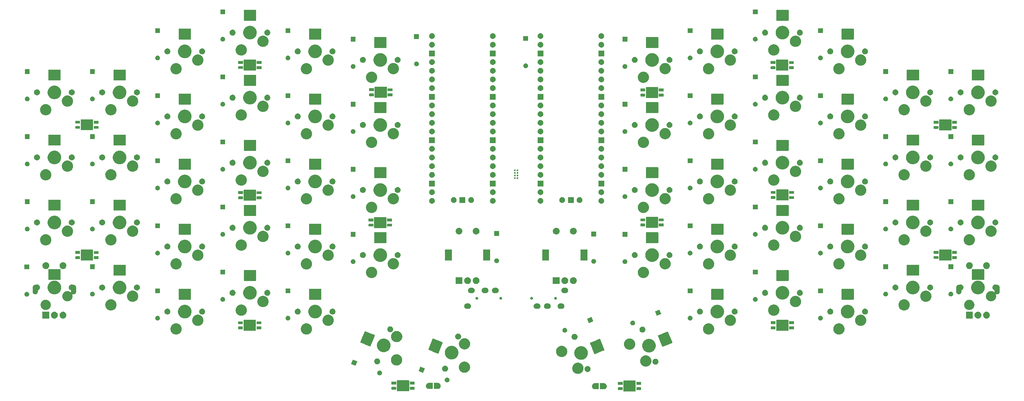
<source format=gts>
G04 #@! TF.GenerationSoftware,KiCad,Pcbnew,7.0.5-0*
G04 #@! TF.CreationDate,2023-06-12T12:02:39-07:00*
G04 #@! TF.ProjectId,Junco,4a756e63-6f2e-46b6-9963-61645f706362,rev?*
G04 #@! TF.SameCoordinates,Original*
G04 #@! TF.FileFunction,Soldermask,Top*
G04 #@! TF.FilePolarity,Negative*
%FSLAX46Y46*%
G04 Gerber Fmt 4.6, Leading zero omitted, Abs format (unit mm)*
G04 Created by KiCad (PCBNEW 7.0.5-0) date 2023-06-12 12:02:39*
%MOMM*%
%LPD*%
G01*
G04 APERTURE LIST*
G04 APERTURE END LIST*
G36*
X207902057Y-140012706D02*
G01*
X207950720Y-140045222D01*
X207983236Y-140093885D01*
X207994654Y-140151288D01*
X207994654Y-140157196D01*
X207994654Y-141348337D01*
X207994720Y-141350015D01*
X207994955Y-141350993D01*
X208014654Y-141601288D01*
X207994955Y-141851583D01*
X207994720Y-141852560D01*
X207994654Y-141854238D01*
X207994654Y-143051288D01*
X207983236Y-143108691D01*
X207950720Y-143157354D01*
X207902057Y-143189870D01*
X207844654Y-143201288D01*
X207838746Y-143201288D01*
X206414654Y-143201288D01*
X206014654Y-143201288D01*
X204550562Y-143201288D01*
X204544654Y-143201288D01*
X204487251Y-143189870D01*
X204438588Y-143157354D01*
X204406072Y-143108691D01*
X204394654Y-143051288D01*
X204394654Y-140151288D01*
X204406072Y-140093885D01*
X204438588Y-140045222D01*
X204487251Y-140012706D01*
X204544654Y-140001288D01*
X207844654Y-140001288D01*
X207902057Y-140012706D01*
G37*
G36*
X141703785Y-139915030D02*
G01*
X141752448Y-139947546D01*
X141784964Y-139996209D01*
X141796382Y-140053612D01*
X141796382Y-140059520D01*
X141796382Y-141250661D01*
X141796448Y-141252339D01*
X141796683Y-141253317D01*
X141816382Y-141503612D01*
X141796683Y-141753907D01*
X141796448Y-141754884D01*
X141796382Y-141756562D01*
X141796382Y-142953612D01*
X141784964Y-143011015D01*
X141752448Y-143059678D01*
X141703785Y-143092194D01*
X141646382Y-143103612D01*
X141640474Y-143103612D01*
X140216382Y-143103612D01*
X139816382Y-143103612D01*
X138352290Y-143103612D01*
X138346382Y-143103612D01*
X138288979Y-143092194D01*
X138240316Y-143059678D01*
X138207800Y-143011015D01*
X138196382Y-142953612D01*
X138196382Y-142953611D01*
X138196382Y-140053612D01*
X138207800Y-139996209D01*
X138240316Y-139947546D01*
X138288979Y-139915030D01*
X138346382Y-139903612D01*
X141646382Y-139903612D01*
X141703785Y-139915030D01*
G37*
G36*
X209594654Y-142771288D02*
G01*
X208194654Y-142771288D01*
X208194654Y-141951288D01*
X209594654Y-141951288D01*
X209594654Y-142771288D01*
G37*
G36*
X204068104Y-141956893D02*
G01*
X204134611Y-142001331D01*
X204179049Y-142067838D01*
X204194654Y-142146288D01*
X204194654Y-142556288D01*
X204179049Y-142634738D01*
X204134611Y-142701245D01*
X204068104Y-142745683D01*
X203989654Y-142761288D01*
X202999654Y-142761288D01*
X202921204Y-142745683D01*
X202854697Y-142701245D01*
X202810259Y-142634738D01*
X202794654Y-142556288D01*
X202794654Y-142146288D01*
X202810259Y-142067838D01*
X202854697Y-142001331D01*
X202921204Y-141956893D01*
X202999654Y-141941288D01*
X203989654Y-141941288D01*
X204068104Y-141956893D01*
G37*
G36*
X143396382Y-142673612D02*
G01*
X141996382Y-142673612D01*
X141996382Y-141853612D01*
X143396382Y-141853612D01*
X143396382Y-142673612D01*
G37*
G36*
X137869832Y-141859217D02*
G01*
X137936339Y-141903655D01*
X137980777Y-141970162D01*
X137996382Y-142048612D01*
X137996382Y-142458612D01*
X137980777Y-142537062D01*
X137936339Y-142603569D01*
X137869832Y-142648007D01*
X137791382Y-142663612D01*
X136801382Y-142663612D01*
X136722932Y-142648007D01*
X136656425Y-142603569D01*
X136611987Y-142537062D01*
X136596382Y-142458612D01*
X136596382Y-142048612D01*
X136611987Y-141970162D01*
X136656425Y-141903655D01*
X136722932Y-141859217D01*
X136801382Y-141843612D01*
X137791382Y-141843612D01*
X137869832Y-141859217D01*
G37*
G36*
X197213227Y-142569415D02*
G01*
X196113227Y-142569415D01*
X195972436Y-142558335D01*
X195963083Y-142555829D01*
X195954872Y-142555099D01*
X195874010Y-142531961D01*
X195790696Y-142509637D01*
X195783914Y-142506181D01*
X195779488Y-142504915D01*
X195702470Y-142464684D01*
X195623052Y-142424219D01*
X195619504Y-142421346D01*
X195618133Y-142420630D01*
X195547697Y-142363197D01*
X195476831Y-142305811D01*
X195419471Y-142234977D01*
X195362011Y-142164508D01*
X195361293Y-142163135D01*
X195358423Y-142159590D01*
X195317976Y-142080208D01*
X195277726Y-142003153D01*
X195276458Y-141998724D01*
X195273005Y-141991946D01*
X195250690Y-141908670D01*
X195227542Y-141827769D01*
X195226811Y-141819553D01*
X195224307Y-141810206D01*
X195213227Y-141669415D01*
X195224307Y-141528624D01*
X195226811Y-141519277D01*
X195227542Y-141511060D01*
X195250695Y-141430143D01*
X195273005Y-141346884D01*
X195276458Y-141340106D01*
X195277726Y-141335676D01*
X195317997Y-141258580D01*
X195358423Y-141179240D01*
X195361292Y-141175696D01*
X195362011Y-141174321D01*
X195419589Y-141103706D01*
X195476831Y-141033019D01*
X195547518Y-140975777D01*
X195618133Y-140918199D01*
X195619508Y-140917480D01*
X195623052Y-140914611D01*
X195702392Y-140874185D01*
X195779488Y-140833914D01*
X195783918Y-140832646D01*
X195790696Y-140829193D01*
X195873955Y-140806883D01*
X195954872Y-140783730D01*
X195963089Y-140782999D01*
X195972436Y-140780495D01*
X196113227Y-140769415D01*
X197213227Y-140769415D01*
X197213227Y-142569415D01*
G37*
G36*
X198794018Y-140780495D02*
G01*
X198803364Y-140782999D01*
X198811581Y-140783730D01*
X198892482Y-140806878D01*
X198975758Y-140829193D01*
X198982536Y-140832646D01*
X198986965Y-140833914D01*
X199064020Y-140874164D01*
X199143402Y-140914611D01*
X199146947Y-140917481D01*
X199148320Y-140918199D01*
X199218789Y-140975659D01*
X199289623Y-141033019D01*
X199347009Y-141103885D01*
X199404442Y-141174321D01*
X199405158Y-141175692D01*
X199408031Y-141179240D01*
X199448496Y-141258658D01*
X199488727Y-141335676D01*
X199489993Y-141340102D01*
X199493449Y-141346884D01*
X199515773Y-141430198D01*
X199538911Y-141511060D01*
X199539641Y-141519271D01*
X199542147Y-141528624D01*
X199553227Y-141669415D01*
X199542147Y-141810206D01*
X199539640Y-141819558D01*
X199538911Y-141827769D01*
X199515777Y-141908615D01*
X199493449Y-141991946D01*
X199489992Y-141998729D01*
X199488727Y-142003153D01*
X199448517Y-142080130D01*
X199408031Y-142159590D01*
X199405157Y-142163138D01*
X199404442Y-142164508D01*
X199347127Y-142234799D01*
X199289623Y-142305811D01*
X199218611Y-142363315D01*
X199148320Y-142420630D01*
X199146950Y-142421345D01*
X199143402Y-142424219D01*
X199063942Y-142464705D01*
X198986965Y-142504915D01*
X198982541Y-142506180D01*
X198975758Y-142509637D01*
X198892427Y-142531965D01*
X198811581Y-142555099D01*
X198803370Y-142555828D01*
X198794018Y-142558335D01*
X198653227Y-142569415D01*
X197553227Y-142569415D01*
X197553227Y-140769415D01*
X198653227Y-140769415D01*
X198794018Y-140780495D01*
G37*
G36*
X148677808Y-142473739D02*
G01*
X147577808Y-142473739D01*
X147437017Y-142462659D01*
X147427664Y-142460153D01*
X147419453Y-142459423D01*
X147338591Y-142436285D01*
X147255277Y-142413961D01*
X147248495Y-142410505D01*
X147244069Y-142409239D01*
X147167051Y-142369008D01*
X147087633Y-142328543D01*
X147084085Y-142325670D01*
X147082714Y-142324954D01*
X147012278Y-142267521D01*
X146941412Y-142210135D01*
X146884052Y-142139301D01*
X146826592Y-142068832D01*
X146825874Y-142067459D01*
X146823004Y-142063914D01*
X146782557Y-141984532D01*
X146742307Y-141907477D01*
X146741039Y-141903048D01*
X146737586Y-141896270D01*
X146715271Y-141812994D01*
X146692123Y-141732093D01*
X146691392Y-141723877D01*
X146688888Y-141714530D01*
X146677808Y-141573739D01*
X146688888Y-141432948D01*
X146691392Y-141423601D01*
X146692123Y-141415384D01*
X146715276Y-141334467D01*
X146737586Y-141251208D01*
X146741039Y-141244430D01*
X146742307Y-141240000D01*
X146782578Y-141162904D01*
X146823004Y-141083564D01*
X146825873Y-141080020D01*
X146826592Y-141078645D01*
X146884170Y-141008030D01*
X146941412Y-140937343D01*
X147012099Y-140880101D01*
X147082714Y-140822523D01*
X147084089Y-140821804D01*
X147087633Y-140818935D01*
X147166973Y-140778509D01*
X147244069Y-140738238D01*
X147248499Y-140736970D01*
X147255277Y-140733517D01*
X147338536Y-140711207D01*
X147419453Y-140688054D01*
X147427670Y-140687323D01*
X147437017Y-140684819D01*
X147577808Y-140673739D01*
X148677808Y-140673739D01*
X148677808Y-142473739D01*
G37*
G36*
X150258599Y-140684819D02*
G01*
X150267945Y-140687323D01*
X150276162Y-140688054D01*
X150357063Y-140711202D01*
X150440339Y-140733517D01*
X150447117Y-140736970D01*
X150451546Y-140738238D01*
X150528601Y-140778488D01*
X150607983Y-140818935D01*
X150611528Y-140821805D01*
X150612901Y-140822523D01*
X150683370Y-140879983D01*
X150754204Y-140937343D01*
X150811590Y-141008209D01*
X150869023Y-141078645D01*
X150869739Y-141080016D01*
X150872612Y-141083564D01*
X150913077Y-141162982D01*
X150953308Y-141240000D01*
X150954574Y-141244426D01*
X150958030Y-141251208D01*
X150980354Y-141334522D01*
X151003492Y-141415384D01*
X151004222Y-141423595D01*
X151006728Y-141432948D01*
X151017808Y-141573739D01*
X151006728Y-141714530D01*
X151004221Y-141723882D01*
X151003492Y-141732093D01*
X150980358Y-141812939D01*
X150958030Y-141896270D01*
X150954573Y-141903053D01*
X150953308Y-141907477D01*
X150913098Y-141984454D01*
X150872612Y-142063914D01*
X150869738Y-142067462D01*
X150869023Y-142068832D01*
X150811708Y-142139123D01*
X150754204Y-142210135D01*
X150683192Y-142267639D01*
X150612901Y-142324954D01*
X150611531Y-142325669D01*
X150607983Y-142328543D01*
X150528523Y-142369029D01*
X150451546Y-142409239D01*
X150447122Y-142410504D01*
X150440339Y-142413961D01*
X150357008Y-142436289D01*
X150276162Y-142459423D01*
X150267951Y-142460152D01*
X150258599Y-142462659D01*
X150117808Y-142473739D01*
X149017808Y-142473739D01*
X149017808Y-140673739D01*
X150117808Y-140673739D01*
X150258599Y-140684819D01*
G37*
G36*
X209594654Y-141271288D02*
G01*
X208194654Y-141271288D01*
X208194654Y-140451288D01*
X209594654Y-140451288D01*
X209594654Y-141271288D01*
G37*
G36*
X204194654Y-141261288D02*
G01*
X202794654Y-141261288D01*
X202794654Y-140441288D01*
X204194654Y-140441288D01*
X204194654Y-141261288D01*
G37*
G36*
X143396382Y-141173612D02*
G01*
X141996382Y-141173612D01*
X141996382Y-140353612D01*
X143396382Y-140353612D01*
X143396382Y-141173612D01*
G37*
G36*
X137996382Y-141163612D02*
G01*
X136596382Y-141163612D01*
X136596382Y-140343612D01*
X137996382Y-140343612D01*
X137996382Y-141163612D01*
G37*
G36*
X152921038Y-139144277D02*
G01*
X152963481Y-139144277D01*
X152999224Y-139153087D01*
X153034785Y-139157094D01*
X153080784Y-139173190D01*
X153127328Y-139184662D01*
X153154850Y-139199106D01*
X153182658Y-139208837D01*
X153229654Y-139238366D01*
X153276750Y-139263084D01*
X153295673Y-139279848D01*
X153315310Y-139292187D01*
X153359646Y-139336523D01*
X153403063Y-139374987D01*
X153414099Y-139390976D01*
X153426090Y-139402967D01*
X153463785Y-139462959D01*
X153498924Y-139513867D01*
X153503722Y-139526519D01*
X153509440Y-139535619D01*
X153536475Y-139612883D01*
X153558764Y-139671652D01*
X153559680Y-139679197D01*
X153561183Y-139683492D01*
X153573828Y-139795716D01*
X153579105Y-139839173D01*
X153573827Y-139882632D01*
X153561183Y-139994853D01*
X153559680Y-139999147D01*
X153558764Y-140006694D01*
X153536471Y-140065474D01*
X153509440Y-140142726D01*
X153503723Y-140151823D01*
X153498924Y-140164479D01*
X153463778Y-140215396D01*
X153426090Y-140275378D01*
X153414102Y-140287365D01*
X153403063Y-140303359D01*
X153359637Y-140341830D01*
X153315310Y-140386158D01*
X153295677Y-140398493D01*
X153276750Y-140415262D01*
X153229645Y-140439984D01*
X153182658Y-140469508D01*
X153154855Y-140479236D01*
X153127328Y-140493684D01*
X153080775Y-140505158D01*
X153034785Y-140521251D01*
X152999231Y-140525257D01*
X152963481Y-140534069D01*
X152921029Y-140534069D01*
X152879105Y-140538793D01*
X152837181Y-140534069D01*
X152794729Y-140534069D01*
X152758978Y-140525257D01*
X152723424Y-140521251D01*
X152677431Y-140505157D01*
X152630882Y-140493684D01*
X152603356Y-140479237D01*
X152575551Y-140469508D01*
X152528558Y-140439981D01*
X152481460Y-140415262D01*
X152462535Y-140398496D01*
X152442899Y-140386158D01*
X152398563Y-140341822D01*
X152355147Y-140303359D01*
X152344110Y-140287369D01*
X152332119Y-140275378D01*
X152294420Y-140215380D01*
X152259286Y-140164479D01*
X152254488Y-140151827D01*
X152248769Y-140142726D01*
X152221725Y-140065440D01*
X152199446Y-140006694D01*
X152198530Y-139999151D01*
X152197026Y-139994853D01*
X152184369Y-139882527D01*
X152179105Y-139839173D01*
X152184366Y-139795840D01*
X152197026Y-139683492D01*
X152198530Y-139679192D01*
X152199446Y-139671652D01*
X152221721Y-139612917D01*
X152248769Y-139535619D01*
X152254489Y-139526515D01*
X152259286Y-139513867D01*
X152294413Y-139462975D01*
X152332119Y-139402967D01*
X152344112Y-139390973D01*
X152355147Y-139374987D01*
X152398554Y-139336531D01*
X152442899Y-139292187D01*
X152462538Y-139279846D01*
X152481460Y-139263084D01*
X152528549Y-139238369D01*
X152575551Y-139208837D01*
X152603361Y-139199105D01*
X152630882Y-139184662D01*
X152677421Y-139173190D01*
X152723424Y-139157094D01*
X152758986Y-139153086D01*
X152794729Y-139144277D01*
X152837172Y-139144277D01*
X152879105Y-139139552D01*
X152921038Y-139144277D01*
G37*
G36*
X133193663Y-137082417D02*
G01*
X133236107Y-137082417D01*
X133271850Y-137091227D01*
X133307411Y-137095234D01*
X133353410Y-137111330D01*
X133399954Y-137122802D01*
X133427476Y-137137246D01*
X133455284Y-137146977D01*
X133502280Y-137176506D01*
X133549376Y-137201224D01*
X133568299Y-137217988D01*
X133587936Y-137230327D01*
X133632272Y-137274663D01*
X133675689Y-137313127D01*
X133686725Y-137329116D01*
X133698716Y-137341107D01*
X133736411Y-137401099D01*
X133771550Y-137452007D01*
X133776348Y-137464659D01*
X133782066Y-137473759D01*
X133809101Y-137551023D01*
X133831390Y-137609792D01*
X133832306Y-137617337D01*
X133833809Y-137621632D01*
X133846454Y-137733856D01*
X133851731Y-137777313D01*
X133846453Y-137820772D01*
X133833809Y-137932993D01*
X133832306Y-137937287D01*
X133831390Y-137944834D01*
X133809097Y-138003614D01*
X133782066Y-138080866D01*
X133776349Y-138089963D01*
X133771550Y-138102619D01*
X133736404Y-138153536D01*
X133698716Y-138213518D01*
X133686728Y-138225505D01*
X133675689Y-138241499D01*
X133632263Y-138279970D01*
X133587936Y-138324298D01*
X133568303Y-138336633D01*
X133549376Y-138353402D01*
X133502271Y-138378124D01*
X133455284Y-138407648D01*
X133427481Y-138417376D01*
X133399954Y-138431824D01*
X133353401Y-138443298D01*
X133307411Y-138459391D01*
X133271858Y-138463397D01*
X133236107Y-138472209D01*
X133193654Y-138472209D01*
X133151730Y-138476933D01*
X133109806Y-138472209D01*
X133067355Y-138472209D01*
X133031604Y-138463397D01*
X132996050Y-138459391D01*
X132950057Y-138443297D01*
X132903508Y-138431824D01*
X132875982Y-138417377D01*
X132848177Y-138407648D01*
X132801184Y-138378121D01*
X132754086Y-138353402D01*
X132735161Y-138336636D01*
X132715525Y-138324298D01*
X132671189Y-138279962D01*
X132627773Y-138241499D01*
X132616736Y-138225509D01*
X132604745Y-138213518D01*
X132567046Y-138153520D01*
X132531912Y-138102619D01*
X132527114Y-138089967D01*
X132521395Y-138080866D01*
X132494351Y-138003580D01*
X132472072Y-137944834D01*
X132471156Y-137937291D01*
X132469652Y-137932993D01*
X132456994Y-137820658D01*
X132451731Y-137777313D01*
X132456993Y-137733971D01*
X132469652Y-137621632D01*
X132471156Y-137617332D01*
X132472072Y-137609792D01*
X132494347Y-137551057D01*
X132521395Y-137473759D01*
X132527115Y-137464655D01*
X132531912Y-137452007D01*
X132567039Y-137401115D01*
X132604745Y-137341107D01*
X132616738Y-137329113D01*
X132627773Y-137313127D01*
X132671180Y-137274671D01*
X132715525Y-137230327D01*
X132735164Y-137217986D01*
X132754086Y-137201224D01*
X132801175Y-137176509D01*
X132848177Y-137146977D01*
X132875987Y-137137245D01*
X132903508Y-137122802D01*
X132950047Y-137111330D01*
X132996050Y-137095234D01*
X133031612Y-137091226D01*
X133067355Y-137082417D01*
X133109797Y-137082417D01*
X133151730Y-137077692D01*
X133193663Y-137082417D01*
G37*
G36*
X191164002Y-134761129D02*
G01*
X191226531Y-134761129D01*
X191294859Y-134771427D01*
X191361357Y-134776661D01*
X191414951Y-134789527D01*
X191470365Y-134797880D01*
X191542783Y-134820217D01*
X191613118Y-134837104D01*
X191658594Y-134855940D01*
X191705992Y-134870561D01*
X191780403Y-134906395D01*
X191852324Y-134936186D01*
X191889243Y-134958810D01*
X191928155Y-134977549D01*
X192002168Y-135028010D01*
X192073086Y-135071469D01*
X192101483Y-135095722D01*
X192131892Y-135116455D01*
X192202902Y-135182342D01*
X192269966Y-135239621D01*
X192290330Y-135263464D01*
X192312651Y-135284175D01*
X192377905Y-135366000D01*
X192438118Y-135436501D01*
X192451361Y-135458112D01*
X192466392Y-135476960D01*
X192523086Y-135575157D01*
X192573401Y-135657263D01*
X192580790Y-135675102D01*
X192589690Y-135690517D01*
X192635086Y-135806185D01*
X192672483Y-135896469D01*
X192675575Y-135909349D01*
X192679773Y-135920045D01*
X192711198Y-136057731D01*
X192732926Y-136148230D01*
X192733489Y-136155393D01*
X192734645Y-136160455D01*
X192749709Y-136361481D01*
X192753240Y-136406347D01*
X192749706Y-136451249D01*
X192734645Y-136652238D01*
X192733489Y-136657298D01*
X192732926Y-136664464D01*
X192711194Y-136754982D01*
X192679773Y-136892648D01*
X192675576Y-136903341D01*
X192672483Y-136916225D01*
X192635079Y-137006526D01*
X192589690Y-137122176D01*
X192580791Y-137137588D01*
X192573401Y-137155431D01*
X192523076Y-137237552D01*
X192466392Y-137335733D01*
X192451363Y-137354577D01*
X192438118Y-137376193D01*
X192377893Y-137446707D01*
X192312651Y-137528518D01*
X192290334Y-137549224D01*
X192269966Y-137573073D01*
X192202888Y-137630362D01*
X192131892Y-137696238D01*
X192101488Y-137716966D01*
X192073086Y-137741225D01*
X192002154Y-137784691D01*
X191928155Y-137835144D01*
X191889250Y-137853879D01*
X191852324Y-137876508D01*
X191780388Y-137906304D01*
X191705992Y-137942132D01*
X191658603Y-137956749D01*
X191613118Y-137975590D01*
X191542768Y-137992479D01*
X191470365Y-138014813D01*
X191414959Y-138023163D01*
X191361357Y-138036033D01*
X191294856Y-138041266D01*
X191226531Y-138051565D01*
X191164002Y-138051565D01*
X191103240Y-138056347D01*
X191042478Y-138051565D01*
X190979949Y-138051565D01*
X190911623Y-138041266D01*
X190845123Y-138036033D01*
X190791521Y-138023164D01*
X190736114Y-138014813D01*
X190663706Y-137992478D01*
X190593362Y-137975590D01*
X190547879Y-137956750D01*
X190500490Y-137942133D01*
X190426091Y-137906304D01*
X190354156Y-137876508D01*
X190317229Y-137853879D01*
X190278323Y-137835143D01*
X190204318Y-137784687D01*
X190133394Y-137741225D01*
X190104994Y-137716969D01*
X190074587Y-137696238D01*
X190003578Y-137630351D01*
X189936514Y-137573073D01*
X189916149Y-137549229D01*
X189893828Y-137528518D01*
X189828571Y-137446689D01*
X189768362Y-137376193D01*
X189755119Y-137354583D01*
X189740087Y-137335733D01*
X189683386Y-137237524D01*
X189633079Y-137155431D01*
X189625690Y-137137594D01*
X189616789Y-137122176D01*
X189571381Y-137006480D01*
X189533997Y-136916225D01*
X189530905Y-136903348D01*
X189526706Y-136892648D01*
X189495265Y-136754897D01*
X189473554Y-136664464D01*
X189472990Y-136657305D01*
X189471834Y-136652238D01*
X189456751Y-136450967D01*
X189453240Y-136406347D01*
X189456751Y-136361730D01*
X189471834Y-136160455D01*
X189472990Y-136155386D01*
X189473554Y-136148230D01*
X189495260Y-136057815D01*
X189526706Y-135920045D01*
X189530906Y-135909343D01*
X189533997Y-135896469D01*
X189571374Y-135806231D01*
X189616789Y-135690517D01*
X189625692Y-135675096D01*
X189633079Y-135657263D01*
X189683376Y-135575185D01*
X189740087Y-135476960D01*
X189755122Y-135458106D01*
X189768362Y-135436501D01*
X189828559Y-135366018D01*
X189893828Y-135284175D01*
X189916153Y-135263459D01*
X189936514Y-135239621D01*
X190003565Y-135182353D01*
X190074587Y-135116455D01*
X190105000Y-135095719D01*
X190133394Y-135071469D01*
X190204304Y-135028015D01*
X190278323Y-134977550D01*
X190317236Y-134958810D01*
X190354156Y-134936186D01*
X190426076Y-134906395D01*
X190500490Y-134870560D01*
X190547889Y-134855939D01*
X190593362Y-134837104D01*
X190663691Y-134820219D01*
X190736114Y-134797880D01*
X190791529Y-134789527D01*
X190845123Y-134776661D01*
X190911619Y-134771427D01*
X190979949Y-134761129D01*
X191042478Y-134761129D01*
X191103240Y-134756347D01*
X191164002Y-134761129D01*
G37*
G36*
X145612327Y-136148230D02*
G01*
X146367408Y-136453302D01*
X146367409Y-136453302D01*
X146372887Y-136455516D01*
X145848438Y-137753573D01*
X144550381Y-137229124D01*
X144688254Y-136887876D01*
X145072616Y-135936545D01*
X145072617Y-135936542D01*
X145074830Y-135931067D01*
X145612327Y-136148230D01*
G37*
G36*
X158017119Y-134434854D02*
G01*
X158079648Y-134434854D01*
X158147976Y-134445152D01*
X158214474Y-134450386D01*
X158268068Y-134463252D01*
X158323482Y-134471605D01*
X158395900Y-134493942D01*
X158466235Y-134510829D01*
X158511711Y-134529665D01*
X158559109Y-134544286D01*
X158633520Y-134580120D01*
X158705441Y-134609911D01*
X158742360Y-134632535D01*
X158781272Y-134651274D01*
X158855285Y-134701735D01*
X158926203Y-134745194D01*
X158954600Y-134769447D01*
X158985009Y-134790180D01*
X159056019Y-134856067D01*
X159123083Y-134913346D01*
X159143447Y-134937189D01*
X159165768Y-134957900D01*
X159231022Y-135039725D01*
X159291235Y-135110226D01*
X159304478Y-135131837D01*
X159319509Y-135150685D01*
X159376203Y-135248882D01*
X159426518Y-135330988D01*
X159433907Y-135348827D01*
X159442807Y-135364242D01*
X159488203Y-135479910D01*
X159525600Y-135570194D01*
X159528692Y-135583074D01*
X159532890Y-135593770D01*
X159564315Y-135731456D01*
X159586043Y-135821955D01*
X159586606Y-135829118D01*
X159587762Y-135834180D01*
X159602824Y-136035189D01*
X159606357Y-136080072D01*
X159602824Y-136124957D01*
X159587762Y-136325963D01*
X159586606Y-136331023D01*
X159586043Y-136338189D01*
X159564311Y-136428707D01*
X159532890Y-136566373D01*
X159528693Y-136577066D01*
X159525600Y-136589950D01*
X159488196Y-136680251D01*
X159442807Y-136795901D01*
X159433908Y-136811313D01*
X159426518Y-136829156D01*
X159376193Y-136911277D01*
X159319509Y-137009458D01*
X159304480Y-137028302D01*
X159291235Y-137049918D01*
X159231010Y-137120432D01*
X159165768Y-137202243D01*
X159143451Y-137222949D01*
X159123083Y-137246798D01*
X159056005Y-137304087D01*
X158985009Y-137369963D01*
X158954605Y-137390691D01*
X158926203Y-137414950D01*
X158855271Y-137458416D01*
X158781272Y-137508869D01*
X158742367Y-137527604D01*
X158705441Y-137550233D01*
X158633505Y-137580029D01*
X158559109Y-137615857D01*
X158511720Y-137630474D01*
X158466235Y-137649315D01*
X158395885Y-137666204D01*
X158323482Y-137688538D01*
X158268076Y-137696888D01*
X158214474Y-137709758D01*
X158147973Y-137714991D01*
X158079648Y-137725290D01*
X158017119Y-137725290D01*
X157956357Y-137730072D01*
X157895595Y-137725290D01*
X157833066Y-137725290D01*
X157764740Y-137714991D01*
X157698240Y-137709758D01*
X157644638Y-137696889D01*
X157589231Y-137688538D01*
X157516823Y-137666203D01*
X157446479Y-137649315D01*
X157400996Y-137630475D01*
X157353607Y-137615858D01*
X157279208Y-137580029D01*
X157207273Y-137550233D01*
X157170346Y-137527604D01*
X157131440Y-137508868D01*
X157057435Y-137458412D01*
X156986511Y-137414950D01*
X156958111Y-137390694D01*
X156927704Y-137369963D01*
X156856695Y-137304076D01*
X156789631Y-137246798D01*
X156769266Y-137222954D01*
X156746945Y-137202243D01*
X156681688Y-137120414D01*
X156621479Y-137049918D01*
X156608236Y-137028308D01*
X156593204Y-137009458D01*
X156536503Y-136911249D01*
X156486196Y-136829156D01*
X156478807Y-136811319D01*
X156469906Y-136795901D01*
X156424498Y-136680205D01*
X156387114Y-136589950D01*
X156384022Y-136577073D01*
X156379823Y-136566373D01*
X156348382Y-136428622D01*
X156326671Y-136338189D01*
X156326107Y-136331030D01*
X156324951Y-136325963D01*
X156309868Y-136124692D01*
X156306357Y-136080072D01*
X156309868Y-136035455D01*
X156324951Y-135834180D01*
X156326107Y-135829111D01*
X156326671Y-135821955D01*
X156348377Y-135731540D01*
X156379823Y-135593770D01*
X156384023Y-135583068D01*
X156387114Y-135570194D01*
X156424491Y-135479956D01*
X156469906Y-135364242D01*
X156478809Y-135348821D01*
X156486196Y-135330988D01*
X156536493Y-135248910D01*
X156593204Y-135150685D01*
X156608239Y-135131831D01*
X156621479Y-135110226D01*
X156681676Y-135039743D01*
X156746945Y-134957900D01*
X156769270Y-134937184D01*
X156789631Y-134913346D01*
X156856682Y-134856078D01*
X156927704Y-134790180D01*
X156958117Y-134769444D01*
X156986511Y-134745194D01*
X157057421Y-134701740D01*
X157131440Y-134651275D01*
X157170353Y-134632535D01*
X157207273Y-134609911D01*
X157279193Y-134580120D01*
X157353607Y-134544285D01*
X157401006Y-134529664D01*
X157446479Y-134510829D01*
X157516808Y-134493944D01*
X157589231Y-134471605D01*
X157644646Y-134463252D01*
X157698240Y-134450386D01*
X157764736Y-134445152D01*
X157833066Y-134434854D01*
X157895595Y-134434854D01*
X157956357Y-134430072D01*
X158017119Y-134434854D01*
G37*
G36*
X194204427Y-135800196D02*
G01*
X194371537Y-135874598D01*
X194519526Y-135982118D01*
X194641927Y-136118058D01*
X194733389Y-136276475D01*
X194789916Y-136450447D01*
X194809037Y-136632370D01*
X194789916Y-136814293D01*
X194733389Y-136988265D01*
X194641927Y-137146682D01*
X194519526Y-137282622D01*
X194371537Y-137390142D01*
X194204427Y-137464544D01*
X194025499Y-137502577D01*
X193842575Y-137502577D01*
X193663647Y-137464544D01*
X193496537Y-137390142D01*
X193348548Y-137282622D01*
X193226147Y-137146682D01*
X193134685Y-136988265D01*
X193078158Y-136814293D01*
X193059037Y-136632370D01*
X193078158Y-136450447D01*
X193134685Y-136276475D01*
X193226147Y-136118058D01*
X193348548Y-135982118D01*
X193496537Y-135874598D01*
X193663647Y-135800196D01*
X193842575Y-135762163D01*
X194025499Y-135762163D01*
X194204427Y-135800196D01*
G37*
G36*
X152565153Y-135699944D02*
G01*
X152732263Y-135774346D01*
X152880252Y-135881866D01*
X153002653Y-136017806D01*
X153094115Y-136176223D01*
X153150642Y-136350195D01*
X153169763Y-136532118D01*
X153150642Y-136714041D01*
X153094115Y-136888013D01*
X153002653Y-137046430D01*
X152880252Y-137182370D01*
X152732263Y-137289890D01*
X152565153Y-137364292D01*
X152386225Y-137402325D01*
X152203301Y-137402325D01*
X152024373Y-137364292D01*
X151857263Y-137289890D01*
X151709274Y-137182370D01*
X151586873Y-137046430D01*
X151495411Y-136888013D01*
X151438884Y-136714041D01*
X151419763Y-136532118D01*
X151438884Y-136350195D01*
X151495411Y-136176223D01*
X151586873Y-136017806D01*
X151709274Y-135881866D01*
X151857263Y-135774346D01*
X152024373Y-135699944D01*
X152203301Y-135661911D01*
X152386225Y-135661911D01*
X152565153Y-135699944D01*
G37*
G36*
X211014002Y-132624829D02*
G01*
X211076531Y-132624829D01*
X211144859Y-132635127D01*
X211211357Y-132640361D01*
X211264951Y-132653227D01*
X211320365Y-132661580D01*
X211392783Y-132683917D01*
X211463118Y-132700804D01*
X211508594Y-132719640D01*
X211555992Y-132734261D01*
X211630403Y-132770095D01*
X211702324Y-132799886D01*
X211739243Y-132822510D01*
X211778155Y-132841249D01*
X211852168Y-132891710D01*
X211923086Y-132935169D01*
X211951483Y-132959422D01*
X211981892Y-132980155D01*
X212052902Y-133046042D01*
X212119966Y-133103321D01*
X212140330Y-133127164D01*
X212162651Y-133147875D01*
X212227905Y-133229700D01*
X212288118Y-133300201D01*
X212301361Y-133321812D01*
X212316392Y-133340660D01*
X212373086Y-133438857D01*
X212423401Y-133520963D01*
X212430790Y-133538802D01*
X212439690Y-133554217D01*
X212485086Y-133669885D01*
X212522483Y-133760169D01*
X212525575Y-133773049D01*
X212529773Y-133783745D01*
X212561198Y-133921431D01*
X212582926Y-134011930D01*
X212583489Y-134019093D01*
X212584645Y-134024155D01*
X212599707Y-134225164D01*
X212603240Y-134270047D01*
X212599707Y-134314932D01*
X212584645Y-134515938D01*
X212583489Y-134520998D01*
X212582926Y-134528164D01*
X212561194Y-134618682D01*
X212529773Y-134756348D01*
X212525576Y-134767041D01*
X212522483Y-134779925D01*
X212485079Y-134870226D01*
X212439690Y-134985876D01*
X212430791Y-135001288D01*
X212423401Y-135019131D01*
X212373076Y-135101252D01*
X212316392Y-135199433D01*
X212301363Y-135218277D01*
X212288118Y-135239893D01*
X212227893Y-135310407D01*
X212162651Y-135392218D01*
X212140334Y-135412924D01*
X212119966Y-135436773D01*
X212052888Y-135494062D01*
X211981892Y-135559938D01*
X211951488Y-135580666D01*
X211923086Y-135604925D01*
X211852154Y-135648391D01*
X211778155Y-135698844D01*
X211739250Y-135717579D01*
X211702324Y-135740208D01*
X211630388Y-135770004D01*
X211555992Y-135805832D01*
X211508603Y-135820449D01*
X211463118Y-135839290D01*
X211392768Y-135856179D01*
X211320365Y-135878513D01*
X211264959Y-135886863D01*
X211211357Y-135899733D01*
X211144856Y-135904966D01*
X211076531Y-135915265D01*
X211014002Y-135915265D01*
X210953240Y-135920047D01*
X210892478Y-135915265D01*
X210829949Y-135915265D01*
X210761623Y-135904966D01*
X210695123Y-135899733D01*
X210641521Y-135886864D01*
X210586114Y-135878513D01*
X210513706Y-135856178D01*
X210443362Y-135839290D01*
X210397879Y-135820450D01*
X210350490Y-135805833D01*
X210276091Y-135770004D01*
X210204156Y-135740208D01*
X210167229Y-135717579D01*
X210128323Y-135698843D01*
X210054318Y-135648387D01*
X209983394Y-135604925D01*
X209954994Y-135580669D01*
X209924587Y-135559938D01*
X209853578Y-135494051D01*
X209786514Y-135436773D01*
X209766149Y-135412929D01*
X209743828Y-135392218D01*
X209678571Y-135310389D01*
X209618362Y-135239893D01*
X209605119Y-135218283D01*
X209590087Y-135199433D01*
X209533386Y-135101224D01*
X209483079Y-135019131D01*
X209475690Y-135001294D01*
X209466789Y-134985876D01*
X209421381Y-134870180D01*
X209383997Y-134779925D01*
X209380905Y-134767048D01*
X209376706Y-134756348D01*
X209345265Y-134618597D01*
X209323554Y-134528164D01*
X209322990Y-134521005D01*
X209321834Y-134515938D01*
X209306751Y-134314667D01*
X209303240Y-134270047D01*
X209306751Y-134225430D01*
X209321834Y-134024155D01*
X209322990Y-134019086D01*
X209323554Y-134011930D01*
X209345260Y-133921515D01*
X209376706Y-133783745D01*
X209380906Y-133773043D01*
X209383997Y-133760169D01*
X209421374Y-133669931D01*
X209466789Y-133554217D01*
X209475692Y-133538796D01*
X209483079Y-133520963D01*
X209533376Y-133438885D01*
X209590087Y-133340660D01*
X209605122Y-133321806D01*
X209618362Y-133300201D01*
X209678559Y-133229718D01*
X209743828Y-133147875D01*
X209766153Y-133127159D01*
X209786514Y-133103321D01*
X209853565Y-133046053D01*
X209924587Y-132980155D01*
X209955000Y-132959419D01*
X209983394Y-132935169D01*
X210054304Y-132891715D01*
X210128323Y-132841250D01*
X210167236Y-132822510D01*
X210204156Y-132799886D01*
X210276076Y-132770095D01*
X210350490Y-132734260D01*
X210397889Y-132719639D01*
X210443362Y-132700804D01*
X210513691Y-132683919D01*
X210586114Y-132661580D01*
X210641529Y-132653227D01*
X210695123Y-132640361D01*
X210761619Y-132635127D01*
X210829949Y-132624829D01*
X210892478Y-132624829D01*
X210953240Y-132620047D01*
X211014002Y-132624829D01*
G37*
G36*
X126018125Y-134140175D02*
G01*
X126640034Y-134391442D01*
X126640035Y-134391442D01*
X126645513Y-134393656D01*
X126121064Y-135691713D01*
X124823007Y-135167264D01*
X124921805Y-134922730D01*
X125345242Y-133874685D01*
X125345243Y-133874682D01*
X125347456Y-133869207D01*
X126018125Y-134140175D01*
G37*
G36*
X138167119Y-132311154D02*
G01*
X138229648Y-132311154D01*
X138297976Y-132321452D01*
X138364474Y-132326686D01*
X138418068Y-132339552D01*
X138473482Y-132347905D01*
X138545900Y-132370242D01*
X138616235Y-132387129D01*
X138661711Y-132405965D01*
X138709109Y-132420586D01*
X138783520Y-132456420D01*
X138855441Y-132486211D01*
X138892360Y-132508835D01*
X138931272Y-132527574D01*
X139005285Y-132578035D01*
X139076203Y-132621494D01*
X139104600Y-132645747D01*
X139135009Y-132666480D01*
X139206019Y-132732367D01*
X139273083Y-132789646D01*
X139293447Y-132813489D01*
X139315768Y-132834200D01*
X139381022Y-132916025D01*
X139441235Y-132986526D01*
X139454478Y-133008137D01*
X139469509Y-133026985D01*
X139526203Y-133125182D01*
X139576518Y-133207288D01*
X139583907Y-133225127D01*
X139592807Y-133240542D01*
X139638203Y-133356210D01*
X139675600Y-133446494D01*
X139678692Y-133459374D01*
X139682890Y-133470070D01*
X139714315Y-133607756D01*
X139736043Y-133698255D01*
X139736606Y-133705418D01*
X139737762Y-133710480D01*
X139752817Y-133911388D01*
X139756357Y-133956372D01*
X139752823Y-134001274D01*
X139737762Y-134202263D01*
X139736606Y-134207323D01*
X139736043Y-134214489D01*
X139714311Y-134305007D01*
X139682890Y-134442673D01*
X139678693Y-134453366D01*
X139675600Y-134466250D01*
X139638196Y-134556551D01*
X139592807Y-134672201D01*
X139583908Y-134687613D01*
X139576518Y-134705456D01*
X139526193Y-134787577D01*
X139469509Y-134885758D01*
X139454480Y-134904602D01*
X139441235Y-134926218D01*
X139381010Y-134996732D01*
X139315768Y-135078543D01*
X139293451Y-135099249D01*
X139273083Y-135123098D01*
X139206005Y-135180387D01*
X139135009Y-135246263D01*
X139104605Y-135266991D01*
X139076203Y-135291250D01*
X139005271Y-135334716D01*
X138931272Y-135385169D01*
X138892367Y-135403904D01*
X138855441Y-135426533D01*
X138783505Y-135456329D01*
X138709109Y-135492157D01*
X138661720Y-135506774D01*
X138616235Y-135525615D01*
X138545885Y-135542504D01*
X138473482Y-135564838D01*
X138418076Y-135573188D01*
X138364474Y-135586058D01*
X138297973Y-135591291D01*
X138229648Y-135601590D01*
X138167119Y-135601590D01*
X138106357Y-135606372D01*
X138045595Y-135601590D01*
X137983066Y-135601590D01*
X137914740Y-135591291D01*
X137848240Y-135586058D01*
X137794638Y-135573189D01*
X137739231Y-135564838D01*
X137666823Y-135542503D01*
X137596479Y-135525615D01*
X137550996Y-135506775D01*
X137503607Y-135492158D01*
X137429208Y-135456329D01*
X137357273Y-135426533D01*
X137320346Y-135403904D01*
X137281440Y-135385168D01*
X137207435Y-135334712D01*
X137136511Y-135291250D01*
X137108111Y-135266994D01*
X137077704Y-135246263D01*
X137006695Y-135180376D01*
X136939631Y-135123098D01*
X136919266Y-135099254D01*
X136896945Y-135078543D01*
X136831688Y-134996714D01*
X136771479Y-134926218D01*
X136758236Y-134904608D01*
X136743204Y-134885758D01*
X136686503Y-134787549D01*
X136636196Y-134705456D01*
X136628807Y-134687619D01*
X136619906Y-134672201D01*
X136574498Y-134556505D01*
X136537114Y-134466250D01*
X136534022Y-134453373D01*
X136529823Y-134442673D01*
X136498382Y-134304922D01*
X136476671Y-134214489D01*
X136476107Y-134207330D01*
X136474951Y-134202263D01*
X136459868Y-134000992D01*
X136456357Y-133956372D01*
X136459868Y-133911755D01*
X136474951Y-133710480D01*
X136476107Y-133705411D01*
X136476671Y-133698255D01*
X136498377Y-133607840D01*
X136529823Y-133470070D01*
X136534023Y-133459368D01*
X136537114Y-133446494D01*
X136574491Y-133356256D01*
X136619906Y-133240542D01*
X136628809Y-133225121D01*
X136636196Y-133207288D01*
X136686493Y-133125210D01*
X136743204Y-133026985D01*
X136758239Y-133008131D01*
X136771479Y-132986526D01*
X136831676Y-132916043D01*
X136896945Y-132834200D01*
X136919270Y-132813484D01*
X136939631Y-132789646D01*
X137006682Y-132732378D01*
X137077704Y-132666480D01*
X137108117Y-132645744D01*
X137136511Y-132621494D01*
X137207421Y-132578040D01*
X137281440Y-132527575D01*
X137320353Y-132508835D01*
X137357273Y-132486211D01*
X137429193Y-132456420D01*
X137503607Y-132420585D01*
X137551006Y-132405964D01*
X137596479Y-132387129D01*
X137666808Y-132370244D01*
X137739231Y-132347905D01*
X137794646Y-132339552D01*
X137848240Y-132326686D01*
X137914736Y-132321452D01*
X137983066Y-132311154D01*
X138045595Y-132311154D01*
X138106357Y-132306372D01*
X138167119Y-132311154D01*
G37*
G36*
X214054427Y-133663896D02*
G01*
X214221537Y-133738298D01*
X214369526Y-133845818D01*
X214491927Y-133981758D01*
X214583389Y-134140175D01*
X214639916Y-134314147D01*
X214659037Y-134496070D01*
X214639916Y-134677993D01*
X214583389Y-134851965D01*
X214491927Y-135010382D01*
X214369526Y-135146322D01*
X214221537Y-135253842D01*
X214054427Y-135328244D01*
X213875499Y-135366277D01*
X213692575Y-135366277D01*
X213513647Y-135328244D01*
X213346537Y-135253842D01*
X213198548Y-135146322D01*
X213076147Y-135010382D01*
X212984685Y-134851965D01*
X212928158Y-134677993D01*
X212909037Y-134496070D01*
X212928158Y-134314147D01*
X212984685Y-134140175D01*
X213076147Y-133981758D01*
X213198548Y-133845818D01*
X213346537Y-133738298D01*
X213513647Y-133663896D01*
X213692575Y-133625863D01*
X213875499Y-133625863D01*
X214054427Y-133663896D01*
G37*
G36*
X132715153Y-133576244D02*
G01*
X132882263Y-133650646D01*
X133030252Y-133758166D01*
X133152653Y-133894106D01*
X133244115Y-134052523D01*
X133300642Y-134226495D01*
X133319763Y-134408418D01*
X133300642Y-134590341D01*
X133244115Y-134764313D01*
X133152653Y-134922730D01*
X133030252Y-135058670D01*
X132882263Y-135166190D01*
X132715153Y-135240592D01*
X132536225Y-135278625D01*
X132353301Y-135278625D01*
X132174373Y-135240592D01*
X132007263Y-135166190D01*
X131859274Y-135058670D01*
X131736873Y-134922730D01*
X131645411Y-134764313D01*
X131588884Y-134590341D01*
X131569763Y-134408418D01*
X131588884Y-134226495D01*
X131645411Y-134052523D01*
X131736873Y-133894106D01*
X131859274Y-133758166D01*
X132007263Y-133650646D01*
X132174373Y-133576244D01*
X132353301Y-133538211D01*
X132536225Y-133538211D01*
X132715153Y-133576244D01*
G37*
G36*
X192097981Y-129933164D02*
G01*
X192167096Y-129933164D01*
X192242080Y-129943470D01*
X192314798Y-129948671D01*
X192374648Y-129961690D01*
X192436676Y-129970216D01*
X192515970Y-129992433D01*
X192592783Y-130009143D01*
X192644644Y-130028486D01*
X192698703Y-130043633D01*
X192780428Y-130079131D01*
X192859332Y-130108561D01*
X192902697Y-130132240D01*
X192948297Y-130152047D01*
X193030341Y-130201939D01*
X193109020Y-130244901D01*
X193143785Y-130270925D01*
X193180795Y-130293432D01*
X193260813Y-130358531D01*
X193336763Y-130415387D01*
X193363231Y-130441855D01*
X193391884Y-130465166D01*
X193467405Y-130546029D01*
X193537925Y-130616549D01*
X193556740Y-130641683D01*
X193577620Y-130664040D01*
X193646102Y-130761056D01*
X193708411Y-130844292D01*
X193720556Y-130866534D01*
X193734543Y-130886349D01*
X193793397Y-130999932D01*
X193844751Y-131093980D01*
X193851488Y-131112043D01*
X193859733Y-131127955D01*
X193906427Y-131259340D01*
X193944169Y-131360529D01*
X193946976Y-131373433D01*
X193950862Y-131384367D01*
X193983042Y-131539228D01*
X194004641Y-131638514D01*
X194005148Y-131645605D01*
X194006226Y-131650792D01*
X194021706Y-131877128D01*
X194024936Y-131922276D01*
X194021706Y-131967427D01*
X194006226Y-132193759D01*
X194005148Y-132198945D01*
X194004641Y-132206038D01*
X193983037Y-132305345D01*
X193950862Y-132460184D01*
X193946976Y-132471116D01*
X193944169Y-132484023D01*
X193906419Y-132585232D01*
X193859733Y-132716596D01*
X193851489Y-132732504D01*
X193844751Y-132750572D01*
X193793386Y-132844638D01*
X193734543Y-132958202D01*
X193720558Y-132978013D01*
X193708411Y-133000260D01*
X193646089Y-133083511D01*
X193577620Y-133180511D01*
X193556744Y-133202863D01*
X193537925Y-133228003D01*
X193467391Y-133298536D01*
X193391884Y-133379385D01*
X193363236Y-133402691D01*
X193336763Y-133429165D01*
X193260797Y-133486031D01*
X193180795Y-133551119D01*
X193143792Y-133573620D01*
X193109020Y-133599651D01*
X193030324Y-133642621D01*
X192948297Y-133692504D01*
X192902706Y-133712306D01*
X192859332Y-133735991D01*
X192780412Y-133765426D01*
X192698703Y-133800918D01*
X192644655Y-133816061D01*
X192592783Y-133835409D01*
X192515954Y-133852121D01*
X192436676Y-133874335D01*
X192374658Y-133882859D01*
X192314798Y-133895881D01*
X192242076Y-133901082D01*
X192167096Y-133911388D01*
X192097981Y-133911388D01*
X192031036Y-133916176D01*
X191964091Y-133911388D01*
X191894976Y-133911388D01*
X191819994Y-133901082D01*
X191747274Y-133895881D01*
X191687414Y-133882859D01*
X191625395Y-133874335D01*
X191546112Y-133852120D01*
X191469289Y-133835409D01*
X191417419Y-133816062D01*
X191363368Y-133800918D01*
X191281652Y-133765423D01*
X191202740Y-133735991D01*
X191159369Y-133712308D01*
X191113774Y-133692504D01*
X191031737Y-133642616D01*
X190953052Y-133599651D01*
X190918283Y-133573624D01*
X190881276Y-133551119D01*
X190801261Y-133486022D01*
X190725309Y-133429165D01*
X190698839Y-133402695D01*
X190670187Y-133379385D01*
X190594665Y-133298521D01*
X190524147Y-133228003D01*
X190505331Y-133202868D01*
X190484451Y-133180511D01*
X190415964Y-133083488D01*
X190353661Y-133000260D01*
X190341516Y-132978019D01*
X190327528Y-132958202D01*
X190268665Y-132844602D01*
X190217321Y-132750572D01*
X190210584Y-132732511D01*
X190202338Y-132716596D01*
X190155630Y-132585175D01*
X190117903Y-132484023D01*
X190115096Y-132471123D01*
X190111209Y-132460184D01*
X190079011Y-132305242D01*
X190057431Y-132206038D01*
X190056924Y-132198952D01*
X190055845Y-132193759D01*
X190040342Y-131967107D01*
X190037136Y-131922276D01*
X190040342Y-131877448D01*
X190055845Y-131650792D01*
X190056924Y-131645597D01*
X190057431Y-131638514D01*
X190079007Y-131539330D01*
X190111209Y-131384367D01*
X190115097Y-131373426D01*
X190117903Y-131360529D01*
X190155623Y-131259397D01*
X190202338Y-131127955D01*
X190210586Y-131112036D01*
X190217321Y-131093980D01*
X190268655Y-130999968D01*
X190327528Y-130886349D01*
X190341519Y-130866527D01*
X190353661Y-130844292D01*
X190415952Y-130761080D01*
X190484451Y-130664040D01*
X190505335Y-130641678D01*
X190524147Y-130616549D01*
X190594651Y-130546044D01*
X190670187Y-130465166D01*
X190698845Y-130441850D01*
X190725309Y-130415387D01*
X190801246Y-130358541D01*
X190881276Y-130293432D01*
X190918291Y-130270922D01*
X190953052Y-130244901D01*
X191031721Y-130201944D01*
X191113774Y-130152047D01*
X191159378Y-130132238D01*
X191202740Y-130108561D01*
X191281636Y-130079134D01*
X191363368Y-130043633D01*
X191417430Y-130028485D01*
X191469289Y-130009143D01*
X191546096Y-129992434D01*
X191625395Y-129970216D01*
X191687424Y-129961690D01*
X191747274Y-129948671D01*
X191819990Y-129943470D01*
X191894976Y-129933164D01*
X191964091Y-129933164D01*
X192031036Y-129928376D01*
X192097981Y-129933164D01*
G37*
G36*
X154264709Y-129832912D02*
G01*
X154333824Y-129832912D01*
X154408808Y-129843218D01*
X154481526Y-129848419D01*
X154541376Y-129861438D01*
X154603404Y-129869964D01*
X154682698Y-129892181D01*
X154759511Y-129908891D01*
X154811372Y-129928234D01*
X154865431Y-129943381D01*
X154947156Y-129978879D01*
X155026060Y-130008309D01*
X155069425Y-130031988D01*
X155115025Y-130051795D01*
X155197069Y-130101687D01*
X155275748Y-130144649D01*
X155310513Y-130170673D01*
X155347523Y-130193180D01*
X155427541Y-130258279D01*
X155503491Y-130315135D01*
X155529959Y-130341603D01*
X155558612Y-130364914D01*
X155634133Y-130445777D01*
X155704653Y-130516297D01*
X155723468Y-130541431D01*
X155744348Y-130563788D01*
X155812830Y-130660804D01*
X155875139Y-130744040D01*
X155887284Y-130766282D01*
X155901271Y-130786097D01*
X155960125Y-130899680D01*
X156011479Y-130993728D01*
X156018216Y-131011791D01*
X156026461Y-131027703D01*
X156073155Y-131159088D01*
X156110897Y-131260277D01*
X156113704Y-131273181D01*
X156117590Y-131284115D01*
X156149770Y-131438976D01*
X156171369Y-131538262D01*
X156171876Y-131545353D01*
X156172954Y-131550540D01*
X156188436Y-131776894D01*
X156191664Y-131822024D01*
X156188433Y-131867193D01*
X156172954Y-132093507D01*
X156171876Y-132098693D01*
X156171369Y-132105786D01*
X156149765Y-132205093D01*
X156117590Y-132359932D01*
X156113704Y-132370864D01*
X156110897Y-132383771D01*
X156073147Y-132484980D01*
X156026461Y-132616344D01*
X156018217Y-132632252D01*
X156011479Y-132650320D01*
X155960114Y-132744386D01*
X155901271Y-132857950D01*
X155887286Y-132877761D01*
X155875139Y-132900008D01*
X155812817Y-132983259D01*
X155744348Y-133080259D01*
X155723472Y-133102611D01*
X155704653Y-133127751D01*
X155634119Y-133198284D01*
X155558612Y-133279133D01*
X155529964Y-133302439D01*
X155503491Y-133328913D01*
X155427525Y-133385779D01*
X155347523Y-133450867D01*
X155310520Y-133473368D01*
X155275748Y-133499399D01*
X155197052Y-133542369D01*
X155115025Y-133592252D01*
X155069434Y-133612054D01*
X155026060Y-133635739D01*
X154947140Y-133665174D01*
X154865431Y-133700666D01*
X154811383Y-133715809D01*
X154759511Y-133735157D01*
X154682682Y-133751869D01*
X154603404Y-133774083D01*
X154541386Y-133782607D01*
X154481526Y-133795629D01*
X154408804Y-133800830D01*
X154333824Y-133811136D01*
X154264709Y-133811136D01*
X154197764Y-133815924D01*
X154130819Y-133811136D01*
X154061704Y-133811136D01*
X153986722Y-133800830D01*
X153914002Y-133795629D01*
X153854142Y-133782607D01*
X153792123Y-133774083D01*
X153712840Y-133751868D01*
X153636017Y-133735157D01*
X153584147Y-133715810D01*
X153530096Y-133700666D01*
X153448380Y-133665171D01*
X153369468Y-133635739D01*
X153326097Y-133612056D01*
X153280502Y-133592252D01*
X153198465Y-133542364D01*
X153119780Y-133499399D01*
X153085011Y-133473372D01*
X153048004Y-133450867D01*
X152967989Y-133385770D01*
X152892037Y-133328913D01*
X152865567Y-133302443D01*
X152836915Y-133279133D01*
X152761393Y-133198269D01*
X152690875Y-133127751D01*
X152672059Y-133102616D01*
X152651179Y-133080259D01*
X152582692Y-132983236D01*
X152520389Y-132900008D01*
X152508244Y-132877767D01*
X152494256Y-132857950D01*
X152435393Y-132744350D01*
X152384049Y-132650320D01*
X152377312Y-132632259D01*
X152369066Y-132616344D01*
X152322358Y-132484923D01*
X152284631Y-132383771D01*
X152281824Y-132370871D01*
X152277937Y-132359932D01*
X152245739Y-132204990D01*
X152224159Y-132105786D01*
X152223652Y-132098700D01*
X152222573Y-132093507D01*
X152207071Y-131866873D01*
X152203864Y-131822024D01*
X152207068Y-131777214D01*
X152222573Y-131550540D01*
X152223652Y-131545345D01*
X152224159Y-131538262D01*
X152245735Y-131439078D01*
X152277937Y-131284115D01*
X152281825Y-131273174D01*
X152284631Y-131260277D01*
X152322351Y-131159145D01*
X152369066Y-131027703D01*
X152377314Y-131011784D01*
X152384049Y-130993728D01*
X152435383Y-130899716D01*
X152494256Y-130786097D01*
X152508247Y-130766275D01*
X152520389Y-130744040D01*
X152582680Y-130660828D01*
X152651179Y-130563788D01*
X152672063Y-130541426D01*
X152690875Y-130516297D01*
X152761379Y-130445792D01*
X152836915Y-130364914D01*
X152865573Y-130341598D01*
X152892037Y-130315135D01*
X152967974Y-130258289D01*
X153048004Y-130193180D01*
X153085019Y-130170670D01*
X153119780Y-130144649D01*
X153198449Y-130101692D01*
X153280502Y-130051795D01*
X153326106Y-130031986D01*
X153369468Y-130008309D01*
X153448364Y-129978882D01*
X153530096Y-129943381D01*
X153584158Y-129928233D01*
X153636017Y-129908891D01*
X153712824Y-129892182D01*
X153792123Y-129869964D01*
X153854152Y-129861438D01*
X153914002Y-129848419D01*
X153986718Y-129843218D01*
X154061704Y-129832912D01*
X154130819Y-129832912D01*
X154197764Y-129828124D01*
X154264709Y-129832912D01*
G37*
G36*
X186430203Y-129825013D02*
G01*
X186492732Y-129825013D01*
X186561060Y-129835311D01*
X186627558Y-129840545D01*
X186681152Y-129853411D01*
X186736566Y-129861764D01*
X186808984Y-129884101D01*
X186879319Y-129900988D01*
X186924795Y-129919824D01*
X186972193Y-129934445D01*
X187046604Y-129970279D01*
X187118525Y-130000070D01*
X187155444Y-130022694D01*
X187194356Y-130041433D01*
X187268369Y-130091894D01*
X187339287Y-130135353D01*
X187367684Y-130159606D01*
X187398093Y-130180339D01*
X187469103Y-130246226D01*
X187536167Y-130303505D01*
X187556531Y-130327348D01*
X187578852Y-130348059D01*
X187644106Y-130429884D01*
X187704319Y-130500385D01*
X187717562Y-130521996D01*
X187732593Y-130540844D01*
X187789287Y-130639041D01*
X187839602Y-130721147D01*
X187846991Y-130738986D01*
X187855891Y-130754401D01*
X187901287Y-130870069D01*
X187938684Y-130960353D01*
X187941776Y-130973233D01*
X187945974Y-130983929D01*
X187977399Y-131121615D01*
X187999127Y-131212114D01*
X187999690Y-131219277D01*
X188000846Y-131224339D01*
X188015908Y-131425348D01*
X188019441Y-131470231D01*
X188015908Y-131515116D01*
X188000846Y-131716122D01*
X187999690Y-131721182D01*
X187999127Y-131728348D01*
X187977395Y-131818866D01*
X187945974Y-131956532D01*
X187941777Y-131967225D01*
X187938684Y-131980109D01*
X187901280Y-132070410D01*
X187855891Y-132186060D01*
X187846992Y-132201472D01*
X187839602Y-132219315D01*
X187789277Y-132301436D01*
X187732593Y-132399617D01*
X187717564Y-132418461D01*
X187704319Y-132440077D01*
X187644094Y-132510591D01*
X187578852Y-132592402D01*
X187556535Y-132613108D01*
X187536167Y-132636957D01*
X187469089Y-132694246D01*
X187398093Y-132760122D01*
X187367689Y-132780850D01*
X187339287Y-132805109D01*
X187268355Y-132848575D01*
X187194356Y-132899028D01*
X187155451Y-132917763D01*
X187118525Y-132940392D01*
X187046589Y-132970188D01*
X186972193Y-133006016D01*
X186924804Y-133020633D01*
X186879319Y-133039474D01*
X186808969Y-133056363D01*
X186736566Y-133078697D01*
X186681160Y-133087047D01*
X186627558Y-133099917D01*
X186561057Y-133105150D01*
X186492732Y-133115449D01*
X186430203Y-133115449D01*
X186369441Y-133120231D01*
X186308679Y-133115449D01*
X186246150Y-133115449D01*
X186177824Y-133105150D01*
X186111324Y-133099917D01*
X186057722Y-133087048D01*
X186002315Y-133078697D01*
X185929907Y-133056362D01*
X185859563Y-133039474D01*
X185814080Y-133020634D01*
X185766691Y-133006017D01*
X185692292Y-132970188D01*
X185620357Y-132940392D01*
X185583430Y-132917763D01*
X185544524Y-132899027D01*
X185470519Y-132848571D01*
X185399595Y-132805109D01*
X185371195Y-132780853D01*
X185340788Y-132760122D01*
X185269779Y-132694235D01*
X185202715Y-132636957D01*
X185182350Y-132613113D01*
X185160029Y-132592402D01*
X185094772Y-132510573D01*
X185034563Y-132440077D01*
X185021320Y-132418467D01*
X185006288Y-132399617D01*
X184949587Y-132301408D01*
X184899280Y-132219315D01*
X184891891Y-132201478D01*
X184882990Y-132186060D01*
X184837582Y-132070364D01*
X184800198Y-131980109D01*
X184797106Y-131967232D01*
X184792907Y-131956532D01*
X184761466Y-131818781D01*
X184739755Y-131728348D01*
X184739191Y-131721189D01*
X184738035Y-131716122D01*
X184722952Y-131514851D01*
X184719441Y-131470231D01*
X184722952Y-131425614D01*
X184738035Y-131224339D01*
X184739191Y-131219270D01*
X184739755Y-131212114D01*
X184761461Y-131121699D01*
X184792907Y-130983929D01*
X184797107Y-130973227D01*
X184800198Y-130960353D01*
X184837575Y-130870115D01*
X184882990Y-130754401D01*
X184891893Y-130738980D01*
X184899280Y-130721147D01*
X184949577Y-130639069D01*
X185006288Y-130540844D01*
X185021323Y-130521990D01*
X185034563Y-130500385D01*
X185094760Y-130429902D01*
X185160029Y-130348059D01*
X185182354Y-130327343D01*
X185202715Y-130303505D01*
X185269766Y-130246237D01*
X185340788Y-130180339D01*
X185371201Y-130159603D01*
X185399595Y-130135353D01*
X185470505Y-130091899D01*
X185544524Y-130041434D01*
X185583437Y-130022694D01*
X185620357Y-130000070D01*
X185692277Y-129970279D01*
X185766691Y-129934444D01*
X185814090Y-129919823D01*
X185859563Y-129900988D01*
X185929892Y-129884103D01*
X186002315Y-129861764D01*
X186057730Y-129853411D01*
X186111324Y-129840545D01*
X186177820Y-129835311D01*
X186246150Y-129825013D01*
X186308679Y-129825013D01*
X186369441Y-129820231D01*
X186430203Y-129825013D01*
G37*
G36*
X197533548Y-127826709D02*
G01*
X197581925Y-127859648D01*
X197590576Y-127872843D01*
X197614016Y-127908595D01*
X197616228Y-127914071D01*
X197616229Y-127914072D01*
X198848004Y-130962821D01*
X198848004Y-130962825D01*
X198850216Y-130968301D01*
X198850217Y-130968301D01*
X198861134Y-131025801D01*
X198849216Y-131083102D01*
X198816277Y-131131479D01*
X198767331Y-131163570D01*
X198442818Y-131294681D01*
X198442816Y-131294683D01*
X197782205Y-131561587D01*
X197716942Y-131587955D01*
X197396056Y-131717601D01*
X196078497Y-132249930D01*
X196020997Y-132260847D01*
X195963696Y-132248928D01*
X195915319Y-132215989D01*
X195883228Y-132167043D01*
X195883226Y-132167036D01*
X195877477Y-132152807D01*
X195332112Y-130802981D01*
X195332106Y-130802967D01*
X195240338Y-130575832D01*
X195226202Y-130540844D01*
X194776115Y-129426840D01*
X194649238Y-129112809D01*
X194649237Y-129112807D01*
X194647028Y-129107339D01*
X194647026Y-129107336D01*
X194636109Y-129049836D01*
X194648028Y-128992535D01*
X194680967Y-128944158D01*
X194729913Y-128912067D01*
X194735388Y-128909854D01*
X194735391Y-128909853D01*
X195839800Y-128463643D01*
X195841332Y-128462952D01*
X195842151Y-128462369D01*
X196066841Y-128350343D01*
X196306290Y-128274846D01*
X196307278Y-128274698D01*
X196308849Y-128274134D01*
X197413267Y-127827920D01*
X197413271Y-127827919D01*
X197418747Y-127825707D01*
X197476247Y-127814790D01*
X197533548Y-127826709D01*
G37*
G36*
X148825037Y-127688368D02*
G01*
X148830512Y-127690580D01*
X148830516Y-127690581D01*
X149648273Y-128020977D01*
X150168590Y-128231199D01*
X150241803Y-128260779D01*
X151188251Y-128643168D01*
X151188252Y-128643169D01*
X151508392Y-128772514D01*
X151508393Y-128772514D01*
X151513871Y-128774728D01*
X151562817Y-128806819D01*
X151595756Y-128855196D01*
X151602891Y-128889501D01*
X151607674Y-128912497D01*
X151596757Y-128969997D01*
X151594544Y-128975472D01*
X151594544Y-128975476D01*
X150910012Y-130669751D01*
X150360556Y-132029703D01*
X150360554Y-132029704D01*
X150360555Y-132029704D01*
X150328465Y-132078650D01*
X150280088Y-132111589D01*
X150222787Y-132123508D01*
X150165287Y-132112591D01*
X150148444Y-132105786D01*
X149055389Y-131664163D01*
X149053823Y-131663600D01*
X149052830Y-131663452D01*
X148813381Y-131587955D01*
X148588691Y-131475929D01*
X148587869Y-131475342D01*
X148586354Y-131474660D01*
X147476453Y-131026231D01*
X147427507Y-130994140D01*
X147394568Y-130945763D01*
X147382649Y-130888462D01*
X147393566Y-130830962D01*
X147393568Y-130830958D01*
X147395777Y-130825491D01*
X147395779Y-130825482D01*
X147994459Y-129343703D01*
X147998408Y-129333930D01*
X148035972Y-129240954D01*
X148079095Y-129134219D01*
X148627557Y-127776729D01*
X148627558Y-127776725D01*
X148629766Y-127771261D01*
X148629768Y-127771255D01*
X148661859Y-127722309D01*
X148710236Y-127689370D01*
X148767537Y-127677451D01*
X148825037Y-127688368D01*
G37*
G36*
X211947981Y-127796864D02*
G01*
X212017096Y-127796864D01*
X212092080Y-127807170D01*
X212164798Y-127812371D01*
X212224648Y-127825390D01*
X212286676Y-127833916D01*
X212365970Y-127856133D01*
X212442783Y-127872843D01*
X212494644Y-127892186D01*
X212548703Y-127907333D01*
X212630428Y-127942831D01*
X212709332Y-127972261D01*
X212752697Y-127995940D01*
X212798297Y-128015747D01*
X212880341Y-128065639D01*
X212959020Y-128108601D01*
X212993785Y-128134625D01*
X213030795Y-128157132D01*
X213110813Y-128222231D01*
X213186763Y-128279087D01*
X213213231Y-128305555D01*
X213241884Y-128328866D01*
X213317405Y-128409729D01*
X213387925Y-128480249D01*
X213406740Y-128505383D01*
X213427620Y-128527740D01*
X213496102Y-128624756D01*
X213558411Y-128707992D01*
X213570556Y-128730234D01*
X213584543Y-128750049D01*
X213643397Y-128863632D01*
X213694751Y-128957680D01*
X213701488Y-128975743D01*
X213709733Y-128991655D01*
X213756427Y-129123040D01*
X213794169Y-129224229D01*
X213796976Y-129237133D01*
X213800862Y-129248067D01*
X213833042Y-129402928D01*
X213854641Y-129502214D01*
X213855148Y-129509305D01*
X213856226Y-129514492D01*
X213871708Y-129740846D01*
X213874936Y-129785976D01*
X213871705Y-129831145D01*
X213856226Y-130057459D01*
X213855148Y-130062645D01*
X213854641Y-130069738D01*
X213833037Y-130169045D01*
X213800862Y-130323884D01*
X213796976Y-130334816D01*
X213794169Y-130347723D01*
X213756419Y-130448932D01*
X213709733Y-130580296D01*
X213701489Y-130596204D01*
X213694751Y-130614272D01*
X213643386Y-130708338D01*
X213584543Y-130821902D01*
X213570558Y-130841713D01*
X213558411Y-130863960D01*
X213496089Y-130947211D01*
X213427620Y-131044211D01*
X213406744Y-131066563D01*
X213387925Y-131091703D01*
X213317391Y-131162236D01*
X213241884Y-131243085D01*
X213213236Y-131266391D01*
X213186763Y-131292865D01*
X213110797Y-131349731D01*
X213030795Y-131414819D01*
X212993792Y-131437320D01*
X212959020Y-131463351D01*
X212880324Y-131506321D01*
X212798297Y-131556204D01*
X212752706Y-131576006D01*
X212709332Y-131599691D01*
X212630412Y-131629126D01*
X212548703Y-131664618D01*
X212494655Y-131679761D01*
X212442783Y-131699109D01*
X212365954Y-131715821D01*
X212286676Y-131738035D01*
X212224658Y-131746559D01*
X212164798Y-131759581D01*
X212092076Y-131764782D01*
X212017096Y-131775088D01*
X211947981Y-131775088D01*
X211881036Y-131779876D01*
X211814091Y-131775088D01*
X211744976Y-131775088D01*
X211669994Y-131764782D01*
X211597274Y-131759581D01*
X211537414Y-131746559D01*
X211475395Y-131738035D01*
X211396112Y-131715820D01*
X211319289Y-131699109D01*
X211267419Y-131679762D01*
X211213368Y-131664618D01*
X211131652Y-131629123D01*
X211052740Y-131599691D01*
X211009369Y-131576008D01*
X210963774Y-131556204D01*
X210881737Y-131506316D01*
X210803052Y-131463351D01*
X210768283Y-131437324D01*
X210731276Y-131414819D01*
X210651261Y-131349722D01*
X210575309Y-131292865D01*
X210548839Y-131266395D01*
X210520187Y-131243085D01*
X210444665Y-131162221D01*
X210374147Y-131091703D01*
X210355331Y-131066568D01*
X210334451Y-131044211D01*
X210265964Y-130947188D01*
X210203661Y-130863960D01*
X210191516Y-130841719D01*
X210177528Y-130821902D01*
X210118665Y-130708302D01*
X210067321Y-130614272D01*
X210060584Y-130596211D01*
X210052338Y-130580296D01*
X210005630Y-130448875D01*
X209967903Y-130347723D01*
X209965096Y-130334823D01*
X209961209Y-130323884D01*
X209929011Y-130168942D01*
X209907431Y-130069738D01*
X209906924Y-130062652D01*
X209905845Y-130057459D01*
X209890343Y-129830825D01*
X209887136Y-129785976D01*
X209890340Y-129741166D01*
X209905845Y-129514492D01*
X209906924Y-129509297D01*
X209907431Y-129502214D01*
X209929007Y-129403030D01*
X209961209Y-129248067D01*
X209965097Y-129237126D01*
X209967903Y-129224229D01*
X210005623Y-129123097D01*
X210052338Y-128991655D01*
X210060586Y-128975736D01*
X210067321Y-128957680D01*
X210118655Y-128863668D01*
X210177528Y-128750049D01*
X210191519Y-128730227D01*
X210203661Y-128707992D01*
X210265952Y-128624780D01*
X210334451Y-128527740D01*
X210355335Y-128505378D01*
X210374147Y-128480249D01*
X210444651Y-128409744D01*
X210520187Y-128328866D01*
X210548845Y-128305550D01*
X210575309Y-128279087D01*
X210651246Y-128222241D01*
X210731276Y-128157132D01*
X210768291Y-128134622D01*
X210803052Y-128108601D01*
X210881721Y-128065644D01*
X210963774Y-128015747D01*
X211009378Y-127995938D01*
X211052740Y-127972261D01*
X211131636Y-127942834D01*
X211213368Y-127907333D01*
X211267430Y-127892185D01*
X211319289Y-127872843D01*
X211396096Y-127856134D01*
X211475395Y-127833916D01*
X211537424Y-127825390D01*
X211597274Y-127812371D01*
X211669990Y-127807170D01*
X211744976Y-127796864D01*
X211814091Y-127796864D01*
X211881036Y-127792076D01*
X211947981Y-127796864D01*
G37*
G36*
X134414709Y-127709212D02*
G01*
X134483824Y-127709212D01*
X134558808Y-127719518D01*
X134631526Y-127724719D01*
X134691376Y-127737738D01*
X134753404Y-127746264D01*
X134832698Y-127768481D01*
X134909511Y-127785191D01*
X134961372Y-127804534D01*
X135015431Y-127819681D01*
X135097156Y-127855179D01*
X135176060Y-127884609D01*
X135219425Y-127908288D01*
X135265025Y-127928095D01*
X135347069Y-127977987D01*
X135425748Y-128020949D01*
X135460513Y-128046973D01*
X135497523Y-128069480D01*
X135577541Y-128134579D01*
X135653491Y-128191435D01*
X135679959Y-128217903D01*
X135708612Y-128241214D01*
X135784133Y-128322077D01*
X135854653Y-128392597D01*
X135873468Y-128417731D01*
X135894348Y-128440088D01*
X135962830Y-128537104D01*
X136025139Y-128620340D01*
X136037284Y-128642582D01*
X136051271Y-128662397D01*
X136110125Y-128775980D01*
X136161479Y-128870028D01*
X136168216Y-128888091D01*
X136176461Y-128904003D01*
X136223155Y-129035388D01*
X136260897Y-129136577D01*
X136263704Y-129149481D01*
X136267590Y-129160415D01*
X136299770Y-129315276D01*
X136321369Y-129414562D01*
X136321876Y-129421653D01*
X136322954Y-129426840D01*
X136338436Y-129653194D01*
X136341664Y-129698324D01*
X136338433Y-129743493D01*
X136322954Y-129969807D01*
X136321876Y-129974993D01*
X136321369Y-129982086D01*
X136299765Y-130081393D01*
X136267590Y-130236232D01*
X136263704Y-130247164D01*
X136260897Y-130260071D01*
X136223147Y-130361280D01*
X136176461Y-130492644D01*
X136168217Y-130508552D01*
X136161479Y-130526620D01*
X136110114Y-130620686D01*
X136051271Y-130734250D01*
X136037286Y-130754061D01*
X136025139Y-130776308D01*
X135962817Y-130859559D01*
X135894348Y-130956559D01*
X135873472Y-130978911D01*
X135854653Y-131004051D01*
X135784119Y-131074584D01*
X135708612Y-131155433D01*
X135679964Y-131178739D01*
X135653491Y-131205213D01*
X135577525Y-131262079D01*
X135497523Y-131327167D01*
X135460520Y-131349668D01*
X135425748Y-131375699D01*
X135347052Y-131418669D01*
X135265025Y-131468552D01*
X135219434Y-131488354D01*
X135176060Y-131512039D01*
X135097140Y-131541474D01*
X135015431Y-131576966D01*
X134961383Y-131592109D01*
X134909511Y-131611457D01*
X134832682Y-131628169D01*
X134753404Y-131650383D01*
X134691386Y-131658907D01*
X134631526Y-131671929D01*
X134558804Y-131677130D01*
X134483824Y-131687436D01*
X134414709Y-131687436D01*
X134347764Y-131692224D01*
X134280819Y-131687436D01*
X134211704Y-131687436D01*
X134136722Y-131677130D01*
X134064002Y-131671929D01*
X134004142Y-131658907D01*
X133942123Y-131650383D01*
X133862840Y-131628168D01*
X133786017Y-131611457D01*
X133734147Y-131592110D01*
X133680096Y-131576966D01*
X133598380Y-131541471D01*
X133519468Y-131512039D01*
X133476097Y-131488356D01*
X133430502Y-131468552D01*
X133348465Y-131418664D01*
X133269780Y-131375699D01*
X133235011Y-131349672D01*
X133198004Y-131327167D01*
X133117989Y-131262070D01*
X133042037Y-131205213D01*
X133015567Y-131178743D01*
X132986915Y-131155433D01*
X132911393Y-131074569D01*
X132840875Y-131004051D01*
X132822059Y-130978916D01*
X132801179Y-130956559D01*
X132732692Y-130859536D01*
X132670389Y-130776308D01*
X132658244Y-130754067D01*
X132644256Y-130734250D01*
X132585393Y-130620650D01*
X132534049Y-130526620D01*
X132527312Y-130508559D01*
X132519066Y-130492644D01*
X132472358Y-130361223D01*
X132434631Y-130260071D01*
X132431824Y-130247171D01*
X132427937Y-130236232D01*
X132395739Y-130081290D01*
X132374159Y-129982086D01*
X132373652Y-129975000D01*
X132372573Y-129969807D01*
X132357070Y-129743155D01*
X132353864Y-129698324D01*
X132357070Y-129653496D01*
X132372573Y-129426840D01*
X132373652Y-129421645D01*
X132374159Y-129414562D01*
X132395735Y-129315378D01*
X132427937Y-129160415D01*
X132431825Y-129149474D01*
X132434631Y-129136577D01*
X132472351Y-129035445D01*
X132519066Y-128904003D01*
X132527314Y-128888084D01*
X132534049Y-128870028D01*
X132585383Y-128776016D01*
X132644256Y-128662397D01*
X132658247Y-128642575D01*
X132670389Y-128620340D01*
X132732680Y-128537128D01*
X132801179Y-128440088D01*
X132822063Y-128417726D01*
X132840875Y-128392597D01*
X132911379Y-128322092D01*
X132986915Y-128241214D01*
X133015573Y-128217898D01*
X133042037Y-128191435D01*
X133117974Y-128134589D01*
X133198004Y-128069480D01*
X133235019Y-128046970D01*
X133269780Y-128020949D01*
X133348449Y-127977992D01*
X133430502Y-127928095D01*
X133476106Y-127908286D01*
X133519468Y-127884609D01*
X133598364Y-127855182D01*
X133680096Y-127819681D01*
X133734158Y-127804533D01*
X133786017Y-127785191D01*
X133862824Y-127768482D01*
X133942123Y-127746264D01*
X134004152Y-127737738D01*
X134064002Y-127724719D01*
X134136718Y-127719518D01*
X134211704Y-127709212D01*
X134280819Y-127709212D01*
X134347764Y-127704424D01*
X134414709Y-127709212D01*
G37*
G36*
X206280203Y-127688713D02*
G01*
X206342732Y-127688713D01*
X206411060Y-127699011D01*
X206477558Y-127704245D01*
X206531152Y-127717111D01*
X206586566Y-127725464D01*
X206658984Y-127747801D01*
X206729319Y-127764688D01*
X206774795Y-127783524D01*
X206822193Y-127798145D01*
X206896604Y-127833979D01*
X206968525Y-127863770D01*
X207005444Y-127886394D01*
X207044356Y-127905133D01*
X207118369Y-127955594D01*
X207189287Y-127999053D01*
X207217684Y-128023306D01*
X207248093Y-128044039D01*
X207319103Y-128109926D01*
X207386167Y-128167205D01*
X207406531Y-128191048D01*
X207428852Y-128211759D01*
X207494106Y-128293584D01*
X207554319Y-128364085D01*
X207567562Y-128385696D01*
X207582593Y-128404544D01*
X207639287Y-128502741D01*
X207689602Y-128584847D01*
X207696991Y-128602686D01*
X207705891Y-128618101D01*
X207751287Y-128733769D01*
X207788684Y-128824053D01*
X207791776Y-128836933D01*
X207795974Y-128847629D01*
X207827399Y-128985315D01*
X207849127Y-129075814D01*
X207849690Y-129082977D01*
X207850846Y-129088039D01*
X207865910Y-129289065D01*
X207869441Y-129333931D01*
X207865907Y-129378833D01*
X207850846Y-129579822D01*
X207849690Y-129584882D01*
X207849127Y-129592048D01*
X207827395Y-129682566D01*
X207795974Y-129820232D01*
X207791777Y-129830925D01*
X207788684Y-129843809D01*
X207751280Y-129934110D01*
X207705891Y-130049760D01*
X207696992Y-130065172D01*
X207689602Y-130083015D01*
X207639277Y-130165136D01*
X207582593Y-130263317D01*
X207567564Y-130282161D01*
X207554319Y-130303777D01*
X207494094Y-130374291D01*
X207428852Y-130456102D01*
X207406535Y-130476808D01*
X207386167Y-130500657D01*
X207319089Y-130557946D01*
X207248093Y-130623822D01*
X207217689Y-130644550D01*
X207189287Y-130668809D01*
X207118355Y-130712275D01*
X207044356Y-130762728D01*
X207005451Y-130781463D01*
X206968525Y-130804092D01*
X206896589Y-130833888D01*
X206822193Y-130869716D01*
X206774804Y-130884333D01*
X206729319Y-130903174D01*
X206658969Y-130920063D01*
X206586566Y-130942397D01*
X206531160Y-130950747D01*
X206477558Y-130963617D01*
X206411057Y-130968850D01*
X206342732Y-130979149D01*
X206280203Y-130979149D01*
X206219441Y-130983931D01*
X206158679Y-130979149D01*
X206096150Y-130979149D01*
X206027824Y-130968850D01*
X205961324Y-130963617D01*
X205907722Y-130950748D01*
X205852315Y-130942397D01*
X205779907Y-130920062D01*
X205709563Y-130903174D01*
X205664080Y-130884334D01*
X205616691Y-130869717D01*
X205542292Y-130833888D01*
X205470357Y-130804092D01*
X205433430Y-130781463D01*
X205394524Y-130762727D01*
X205320519Y-130712271D01*
X205249595Y-130668809D01*
X205221195Y-130644553D01*
X205190788Y-130623822D01*
X205119779Y-130557935D01*
X205052715Y-130500657D01*
X205032350Y-130476813D01*
X205010029Y-130456102D01*
X204944772Y-130374273D01*
X204884563Y-130303777D01*
X204871320Y-130282167D01*
X204856288Y-130263317D01*
X204799587Y-130165108D01*
X204749280Y-130083015D01*
X204741891Y-130065178D01*
X204732990Y-130049760D01*
X204687582Y-129934064D01*
X204650198Y-129843809D01*
X204647106Y-129830932D01*
X204642907Y-129820232D01*
X204611466Y-129682481D01*
X204589755Y-129592048D01*
X204589191Y-129584889D01*
X204588035Y-129579822D01*
X204572953Y-129378567D01*
X204569441Y-129333931D01*
X204572951Y-129289330D01*
X204588035Y-129088039D01*
X204589191Y-129082970D01*
X204589755Y-129075814D01*
X204611461Y-128985399D01*
X204642907Y-128847629D01*
X204647107Y-128836927D01*
X204650198Y-128824053D01*
X204687575Y-128733815D01*
X204732990Y-128618101D01*
X204741893Y-128602680D01*
X204749280Y-128584847D01*
X204799577Y-128502769D01*
X204856288Y-128404544D01*
X204871323Y-128385690D01*
X204884563Y-128364085D01*
X204944760Y-128293602D01*
X205010029Y-128211759D01*
X205032354Y-128191043D01*
X205052715Y-128167205D01*
X205119766Y-128109937D01*
X205190788Y-128044039D01*
X205221201Y-128023303D01*
X205249595Y-127999053D01*
X205320505Y-127955599D01*
X205394524Y-127905134D01*
X205433437Y-127886394D01*
X205470357Y-127863770D01*
X205542277Y-127833979D01*
X205616691Y-127798144D01*
X205664090Y-127783523D01*
X205709563Y-127764688D01*
X205779892Y-127747803D01*
X205852315Y-127725464D01*
X205907730Y-127717111D01*
X205961324Y-127704245D01*
X206027820Y-127699011D01*
X206096150Y-127688713D01*
X206158679Y-127688713D01*
X206219441Y-127683931D01*
X206280203Y-127688713D01*
G37*
G36*
X158040824Y-127595736D02*
G01*
X158103353Y-127595736D01*
X158171681Y-127606034D01*
X158238179Y-127611268D01*
X158291773Y-127624134D01*
X158347187Y-127632487D01*
X158419605Y-127654824D01*
X158489940Y-127671711D01*
X158535416Y-127690547D01*
X158582814Y-127705168D01*
X158657225Y-127741002D01*
X158729146Y-127770793D01*
X158766065Y-127793417D01*
X158804977Y-127812156D01*
X158878990Y-127862617D01*
X158949908Y-127906076D01*
X158978305Y-127930329D01*
X159008714Y-127951062D01*
X159079724Y-128016949D01*
X159146788Y-128074228D01*
X159167152Y-128098071D01*
X159189473Y-128118782D01*
X159254727Y-128200607D01*
X159314940Y-128271108D01*
X159328183Y-128292719D01*
X159343214Y-128311567D01*
X159399908Y-128409764D01*
X159450223Y-128491870D01*
X159457612Y-128509709D01*
X159466512Y-128525124D01*
X159511908Y-128640792D01*
X159549305Y-128731076D01*
X159552397Y-128743956D01*
X159556595Y-128754652D01*
X159588020Y-128892338D01*
X159609748Y-128982837D01*
X159610311Y-128990000D01*
X159611467Y-128995062D01*
X159626531Y-129196088D01*
X159630062Y-129240954D01*
X159626528Y-129285856D01*
X159611467Y-129486845D01*
X159610311Y-129491905D01*
X159609748Y-129499071D01*
X159588016Y-129589589D01*
X159556595Y-129727255D01*
X159552398Y-129737948D01*
X159549305Y-129750832D01*
X159511901Y-129841133D01*
X159466512Y-129956783D01*
X159457613Y-129972195D01*
X159450223Y-129990038D01*
X159399898Y-130072159D01*
X159343214Y-130170340D01*
X159328185Y-130189184D01*
X159314940Y-130210800D01*
X159254715Y-130281314D01*
X159189473Y-130363125D01*
X159167156Y-130383831D01*
X159146788Y-130407680D01*
X159079710Y-130464969D01*
X159008714Y-130530845D01*
X158978310Y-130551573D01*
X158949908Y-130575832D01*
X158878976Y-130619298D01*
X158804977Y-130669751D01*
X158766072Y-130688486D01*
X158729146Y-130711115D01*
X158657210Y-130740911D01*
X158582814Y-130776739D01*
X158535425Y-130791356D01*
X158489940Y-130810197D01*
X158419590Y-130827086D01*
X158347187Y-130849420D01*
X158291781Y-130857770D01*
X158238179Y-130870640D01*
X158171678Y-130875873D01*
X158103353Y-130886172D01*
X158040824Y-130886172D01*
X157980062Y-130890954D01*
X157919300Y-130886172D01*
X157856771Y-130886172D01*
X157788445Y-130875873D01*
X157721945Y-130870640D01*
X157668343Y-130857771D01*
X157612936Y-130849420D01*
X157540528Y-130827085D01*
X157470184Y-130810197D01*
X157424701Y-130791357D01*
X157377312Y-130776740D01*
X157302913Y-130740911D01*
X157230978Y-130711115D01*
X157194051Y-130688486D01*
X157155145Y-130669750D01*
X157081140Y-130619294D01*
X157010216Y-130575832D01*
X156981816Y-130551576D01*
X156951409Y-130530845D01*
X156880400Y-130464958D01*
X156813336Y-130407680D01*
X156792971Y-130383836D01*
X156770650Y-130363125D01*
X156705393Y-130281296D01*
X156645184Y-130210800D01*
X156631941Y-130189190D01*
X156616909Y-130170340D01*
X156560208Y-130072131D01*
X156509901Y-129990038D01*
X156502512Y-129972201D01*
X156493611Y-129956783D01*
X156448203Y-129841087D01*
X156410819Y-129750832D01*
X156407727Y-129737955D01*
X156403528Y-129727255D01*
X156372087Y-129589504D01*
X156350376Y-129499071D01*
X156349812Y-129491912D01*
X156348656Y-129486845D01*
X156333574Y-129285590D01*
X156330062Y-129240954D01*
X156333572Y-129196353D01*
X156348656Y-128995062D01*
X156349812Y-128989993D01*
X156350376Y-128982837D01*
X156372082Y-128892422D01*
X156403528Y-128754652D01*
X156407728Y-128743950D01*
X156410819Y-128731076D01*
X156448196Y-128640838D01*
X156493611Y-128525124D01*
X156502514Y-128509703D01*
X156509901Y-128491870D01*
X156560198Y-128409792D01*
X156616909Y-128311567D01*
X156631944Y-128292713D01*
X156645184Y-128271108D01*
X156705381Y-128200625D01*
X156770650Y-128118782D01*
X156792975Y-128098066D01*
X156813336Y-128074228D01*
X156880387Y-128016960D01*
X156951409Y-127951062D01*
X156981822Y-127930326D01*
X157010216Y-127906076D01*
X157081126Y-127862622D01*
X157155145Y-127812157D01*
X157194058Y-127793417D01*
X157230978Y-127770793D01*
X157302898Y-127741002D01*
X157377312Y-127705167D01*
X157424711Y-127690546D01*
X157470184Y-127671711D01*
X157540513Y-127654826D01*
X157612936Y-127632487D01*
X157668351Y-127624134D01*
X157721945Y-127611268D01*
X157788441Y-127606034D01*
X157856771Y-127595736D01*
X157919300Y-127595736D01*
X157980062Y-127590954D01*
X158040824Y-127595736D01*
G37*
G36*
X217383548Y-125690409D02*
G01*
X217431925Y-125723348D01*
X217445524Y-125744090D01*
X217464016Y-125772295D01*
X217466228Y-125777771D01*
X217466229Y-125777772D01*
X218672667Y-128763812D01*
X218700217Y-128832000D01*
X218700217Y-128832001D01*
X218711134Y-128889501D01*
X218699216Y-128946802D01*
X218666277Y-128995179D01*
X218617331Y-129027270D01*
X218292818Y-129158381D01*
X218292816Y-129158383D01*
X217536184Y-129464082D01*
X215928497Y-130113630D01*
X215870997Y-130124547D01*
X215813696Y-130112628D01*
X215765319Y-130079689D01*
X215733228Y-130030743D01*
X215733226Y-130030736D01*
X215727477Y-130016507D01*
X215182112Y-128666681D01*
X215182106Y-128666667D01*
X215076202Y-128404544D01*
X215059856Y-128364085D01*
X214627426Y-127293784D01*
X214499238Y-126976509D01*
X214499237Y-126976507D01*
X214497028Y-126971039D01*
X214497026Y-126971036D01*
X214486109Y-126913536D01*
X214498028Y-126856235D01*
X214530967Y-126807858D01*
X214579913Y-126775767D01*
X214585388Y-126773554D01*
X214585391Y-126773553D01*
X215689800Y-126327343D01*
X215691332Y-126326652D01*
X215692151Y-126326069D01*
X215916841Y-126214043D01*
X216156290Y-126138546D01*
X216157278Y-126138398D01*
X216158849Y-126137834D01*
X217263267Y-125691620D01*
X217263271Y-125691619D01*
X217268747Y-125689407D01*
X217326247Y-125678490D01*
X217383548Y-125690409D01*
G37*
G36*
X128975037Y-125564668D02*
G01*
X128980512Y-125566880D01*
X128980516Y-125566881D01*
X130247615Y-126078823D01*
X131338251Y-126519468D01*
X131338252Y-126519469D01*
X131658392Y-126648814D01*
X131658393Y-126648814D01*
X131663871Y-126651028D01*
X131712817Y-126683119D01*
X131745756Y-126731496D01*
X131746259Y-126733915D01*
X131757674Y-126788797D01*
X131746757Y-126846297D01*
X131744544Y-126851772D01*
X131744544Y-126851776D01*
X131043300Y-128587415D01*
X130510556Y-129906003D01*
X130502454Y-129918360D01*
X130478465Y-129954950D01*
X130430088Y-129987889D01*
X130372787Y-129999808D01*
X130315287Y-129988891D01*
X130253845Y-129964067D01*
X129205389Y-129540463D01*
X129203823Y-129539900D01*
X129202830Y-129539752D01*
X128963381Y-129464255D01*
X128738691Y-129352229D01*
X128737869Y-129351642D01*
X128736354Y-129350960D01*
X127626453Y-128902531D01*
X127577507Y-128870440D01*
X127544568Y-128822063D01*
X127532649Y-128764762D01*
X127543566Y-128707262D01*
X127543568Y-128707258D01*
X127545777Y-128701791D01*
X127545779Y-128701782D01*
X128140109Y-127230769D01*
X128229095Y-127010519D01*
X128777557Y-125653029D01*
X128777558Y-125653025D01*
X128779766Y-125647561D01*
X128779768Y-125647555D01*
X128811859Y-125598609D01*
X128860236Y-125565670D01*
X128917537Y-125553751D01*
X128975037Y-125564668D01*
G37*
G36*
X138190824Y-125472036D02*
G01*
X138253353Y-125472036D01*
X138321681Y-125482334D01*
X138388179Y-125487568D01*
X138441773Y-125500434D01*
X138497187Y-125508787D01*
X138569605Y-125531124D01*
X138639940Y-125548011D01*
X138685416Y-125566847D01*
X138732814Y-125581468D01*
X138807225Y-125617302D01*
X138879146Y-125647093D01*
X138916065Y-125669717D01*
X138954977Y-125688456D01*
X139028990Y-125738917D01*
X139099908Y-125782376D01*
X139128305Y-125806629D01*
X139158714Y-125827362D01*
X139229724Y-125893249D01*
X139296788Y-125950528D01*
X139317152Y-125974371D01*
X139339473Y-125995082D01*
X139404727Y-126076907D01*
X139464940Y-126147408D01*
X139478183Y-126169019D01*
X139493214Y-126187867D01*
X139549908Y-126286064D01*
X139600223Y-126368170D01*
X139607612Y-126386009D01*
X139616512Y-126401424D01*
X139661908Y-126517092D01*
X139699305Y-126607376D01*
X139702397Y-126620256D01*
X139706595Y-126630952D01*
X139738020Y-126768638D01*
X139759748Y-126859137D01*
X139760311Y-126866300D01*
X139761467Y-126871362D01*
X139776529Y-127072365D01*
X139780062Y-127117254D01*
X139776528Y-127162156D01*
X139761467Y-127363145D01*
X139760311Y-127368205D01*
X139759748Y-127375371D01*
X139738016Y-127465889D01*
X139706595Y-127603555D01*
X139702398Y-127614248D01*
X139699305Y-127627132D01*
X139661901Y-127717433D01*
X139616512Y-127833083D01*
X139607613Y-127848495D01*
X139600223Y-127866338D01*
X139549898Y-127948459D01*
X139493214Y-128046640D01*
X139478185Y-128065484D01*
X139464940Y-128087100D01*
X139404715Y-128157614D01*
X139339473Y-128239425D01*
X139317156Y-128260131D01*
X139296788Y-128283980D01*
X139229710Y-128341269D01*
X139158714Y-128407145D01*
X139128310Y-128427873D01*
X139099908Y-128452132D01*
X139028976Y-128495598D01*
X138954977Y-128546051D01*
X138916072Y-128564786D01*
X138879146Y-128587415D01*
X138807210Y-128617211D01*
X138732814Y-128653039D01*
X138685425Y-128667656D01*
X138639940Y-128686497D01*
X138569590Y-128703386D01*
X138497187Y-128725720D01*
X138441781Y-128734070D01*
X138388179Y-128746940D01*
X138321678Y-128752173D01*
X138253353Y-128762472D01*
X138190824Y-128762472D01*
X138130062Y-128767254D01*
X138069300Y-128762472D01*
X138006771Y-128762472D01*
X137938445Y-128752173D01*
X137871945Y-128746940D01*
X137818343Y-128734071D01*
X137762936Y-128725720D01*
X137690528Y-128703385D01*
X137620184Y-128686497D01*
X137574701Y-128667657D01*
X137527312Y-128653040D01*
X137452913Y-128617211D01*
X137380978Y-128587415D01*
X137344051Y-128564786D01*
X137305145Y-128546050D01*
X137231140Y-128495594D01*
X137160216Y-128452132D01*
X137131816Y-128427876D01*
X137101409Y-128407145D01*
X137030400Y-128341258D01*
X136963336Y-128283980D01*
X136942971Y-128260136D01*
X136920650Y-128239425D01*
X136855393Y-128157596D01*
X136795184Y-128087100D01*
X136781941Y-128065490D01*
X136766909Y-128046640D01*
X136710208Y-127948431D01*
X136659901Y-127866338D01*
X136652512Y-127848501D01*
X136643611Y-127833083D01*
X136598203Y-127717387D01*
X136560819Y-127627132D01*
X136557727Y-127614255D01*
X136553528Y-127603555D01*
X136522087Y-127465804D01*
X136500376Y-127375371D01*
X136499812Y-127368212D01*
X136498656Y-127363145D01*
X136483573Y-127161874D01*
X136480062Y-127117254D01*
X136483573Y-127072637D01*
X136498656Y-126871362D01*
X136499812Y-126866293D01*
X136500376Y-126859137D01*
X136522082Y-126768722D01*
X136553528Y-126630952D01*
X136557728Y-126620250D01*
X136560819Y-126607376D01*
X136598196Y-126517138D01*
X136643611Y-126401424D01*
X136652514Y-126386003D01*
X136659901Y-126368170D01*
X136710198Y-126286092D01*
X136766909Y-126187867D01*
X136781944Y-126169013D01*
X136795184Y-126147408D01*
X136855381Y-126076925D01*
X136920650Y-125995082D01*
X136942975Y-125974366D01*
X136963336Y-125950528D01*
X137030387Y-125893260D01*
X137101409Y-125827362D01*
X137131822Y-125806626D01*
X137160216Y-125782376D01*
X137231126Y-125738922D01*
X137305145Y-125688457D01*
X137344058Y-125669717D01*
X137380978Y-125647093D01*
X137452898Y-125617302D01*
X137527312Y-125581467D01*
X137574711Y-125566846D01*
X137620184Y-125548011D01*
X137690513Y-125531126D01*
X137762936Y-125508787D01*
X137818351Y-125500434D01*
X137871945Y-125487568D01*
X137938441Y-125482334D01*
X138006771Y-125472036D01*
X138069300Y-125472036D01*
X138130062Y-125467254D01*
X138190824Y-125472036D01*
G37*
G36*
X190398425Y-126380008D02*
G01*
X190565535Y-126454410D01*
X190713524Y-126561930D01*
X190835925Y-126697870D01*
X190927387Y-126856287D01*
X190983914Y-127030259D01*
X191003035Y-127212182D01*
X190983914Y-127394105D01*
X190927387Y-127568077D01*
X190835925Y-127726494D01*
X190713524Y-127862434D01*
X190565535Y-127969954D01*
X190398425Y-128044356D01*
X190219497Y-128082389D01*
X190036573Y-128082389D01*
X189857645Y-128044356D01*
X189690535Y-127969954D01*
X189542546Y-127862434D01*
X189420145Y-127726494D01*
X189328683Y-127568077D01*
X189272156Y-127394105D01*
X189253035Y-127212182D01*
X189272156Y-127030259D01*
X189328683Y-126856287D01*
X189420145Y-126697870D01*
X189542546Y-126561930D01*
X189690535Y-126454410D01*
X189857645Y-126380008D01*
X190036573Y-126341975D01*
X190219497Y-126341975D01*
X190398425Y-126380008D01*
G37*
G36*
X156371155Y-126279756D02*
G01*
X156538265Y-126354158D01*
X156686254Y-126461678D01*
X156808655Y-126597618D01*
X156900117Y-126756035D01*
X156956644Y-126930007D01*
X156975765Y-127111930D01*
X156956644Y-127293853D01*
X156900117Y-127467825D01*
X156808655Y-127626242D01*
X156686254Y-127762182D01*
X156538265Y-127869702D01*
X156371155Y-127944104D01*
X156192227Y-127982137D01*
X156009303Y-127982137D01*
X155830375Y-127944104D01*
X155663265Y-127869702D01*
X155515276Y-127762182D01*
X155392875Y-127626242D01*
X155301413Y-127467825D01*
X155244886Y-127293853D01*
X155225765Y-127111930D01*
X155244886Y-126930007D01*
X155301413Y-126756035D01*
X155392875Y-126597618D01*
X155515276Y-126461678D01*
X155663265Y-126354158D01*
X155830375Y-126279756D01*
X156009303Y-126241723D01*
X156192227Y-126241723D01*
X156371155Y-126279756D01*
G37*
G36*
X73718526Y-123243406D02*
G01*
X73781055Y-123243406D01*
X73849383Y-123253704D01*
X73915881Y-123258938D01*
X73969475Y-123271804D01*
X74024889Y-123280157D01*
X74097307Y-123302494D01*
X74167642Y-123319381D01*
X74213118Y-123338217D01*
X74260516Y-123352838D01*
X74334927Y-123388672D01*
X74406848Y-123418463D01*
X74443767Y-123441087D01*
X74482679Y-123459826D01*
X74556692Y-123510287D01*
X74627610Y-123553746D01*
X74656007Y-123577999D01*
X74686416Y-123598732D01*
X74757426Y-123664619D01*
X74824490Y-123721898D01*
X74844854Y-123745741D01*
X74867175Y-123766452D01*
X74932429Y-123848277D01*
X74992642Y-123918778D01*
X75005885Y-123940389D01*
X75020916Y-123959237D01*
X75077610Y-124057434D01*
X75127925Y-124139540D01*
X75135314Y-124157379D01*
X75144214Y-124172794D01*
X75189610Y-124288462D01*
X75227007Y-124378746D01*
X75230099Y-124391626D01*
X75234297Y-124402322D01*
X75265722Y-124540008D01*
X75287450Y-124630507D01*
X75288013Y-124637670D01*
X75289169Y-124642732D01*
X75304228Y-124843698D01*
X75307764Y-124888624D01*
X75304231Y-124933509D01*
X75289169Y-125134515D01*
X75288013Y-125139575D01*
X75287450Y-125146741D01*
X75265718Y-125237259D01*
X75234297Y-125374925D01*
X75230100Y-125385618D01*
X75227007Y-125398502D01*
X75189603Y-125488803D01*
X75144214Y-125604453D01*
X75135315Y-125619865D01*
X75127925Y-125637708D01*
X75077600Y-125719829D01*
X75020916Y-125818010D01*
X75005887Y-125836854D01*
X74992642Y-125858470D01*
X74932417Y-125928984D01*
X74867175Y-126010795D01*
X74844858Y-126031501D01*
X74824490Y-126055350D01*
X74757412Y-126112639D01*
X74686416Y-126178515D01*
X74656012Y-126199243D01*
X74627610Y-126223502D01*
X74556678Y-126266968D01*
X74482679Y-126317421D01*
X74443774Y-126336156D01*
X74406848Y-126358785D01*
X74334912Y-126388581D01*
X74260516Y-126424409D01*
X74213127Y-126439026D01*
X74167642Y-126457867D01*
X74097292Y-126474756D01*
X74024889Y-126497090D01*
X73969483Y-126505440D01*
X73915881Y-126518310D01*
X73849380Y-126523543D01*
X73781055Y-126533842D01*
X73718526Y-126533842D01*
X73657764Y-126538624D01*
X73597002Y-126533842D01*
X73534473Y-126533842D01*
X73466147Y-126523543D01*
X73399647Y-126518310D01*
X73346045Y-126505441D01*
X73290638Y-126497090D01*
X73218230Y-126474755D01*
X73147886Y-126457867D01*
X73102403Y-126439027D01*
X73055014Y-126424410D01*
X72980615Y-126388581D01*
X72908680Y-126358785D01*
X72871753Y-126336156D01*
X72832847Y-126317420D01*
X72758842Y-126266964D01*
X72687918Y-126223502D01*
X72659518Y-126199246D01*
X72629111Y-126178515D01*
X72558102Y-126112628D01*
X72491038Y-126055350D01*
X72470673Y-126031506D01*
X72448352Y-126010795D01*
X72383095Y-125928966D01*
X72322886Y-125858470D01*
X72309643Y-125836860D01*
X72294611Y-125818010D01*
X72237910Y-125719801D01*
X72187603Y-125637708D01*
X72180214Y-125619871D01*
X72171313Y-125604453D01*
X72125905Y-125488757D01*
X72088521Y-125398502D01*
X72085429Y-125385625D01*
X72081230Y-125374925D01*
X72049789Y-125237174D01*
X72028078Y-125146741D01*
X72027514Y-125139582D01*
X72026358Y-125134515D01*
X72011276Y-124933260D01*
X72007764Y-124888624D01*
X72011274Y-124844023D01*
X72026358Y-124642732D01*
X72027514Y-124637663D01*
X72028078Y-124630507D01*
X72049784Y-124540092D01*
X72081230Y-124402322D01*
X72085430Y-124391620D01*
X72088521Y-124378746D01*
X72125898Y-124288508D01*
X72171313Y-124172794D01*
X72180216Y-124157373D01*
X72187603Y-124139540D01*
X72237900Y-124057462D01*
X72294611Y-123959237D01*
X72309646Y-123940383D01*
X72322886Y-123918778D01*
X72383083Y-123848295D01*
X72448352Y-123766452D01*
X72470677Y-123745736D01*
X72491038Y-123721898D01*
X72558089Y-123664630D01*
X72629111Y-123598732D01*
X72659524Y-123577996D01*
X72687918Y-123553746D01*
X72758828Y-123510292D01*
X72832847Y-123459827D01*
X72871760Y-123441087D01*
X72908680Y-123418463D01*
X72980600Y-123388672D01*
X73055014Y-123352837D01*
X73102413Y-123338216D01*
X73147886Y-123319381D01*
X73218215Y-123302496D01*
X73290638Y-123280157D01*
X73346053Y-123271804D01*
X73399647Y-123258938D01*
X73466143Y-123253704D01*
X73534473Y-123243406D01*
X73597002Y-123243406D01*
X73657764Y-123238624D01*
X73718526Y-123243406D01*
G37*
G36*
X111818526Y-123243406D02*
G01*
X111881055Y-123243406D01*
X111949383Y-123253704D01*
X112015881Y-123258938D01*
X112069475Y-123271804D01*
X112124889Y-123280157D01*
X112197307Y-123302494D01*
X112267642Y-123319381D01*
X112313118Y-123338217D01*
X112360516Y-123352838D01*
X112434927Y-123388672D01*
X112506848Y-123418463D01*
X112543767Y-123441087D01*
X112582679Y-123459826D01*
X112656692Y-123510287D01*
X112727610Y-123553746D01*
X112756007Y-123577999D01*
X112786416Y-123598732D01*
X112857426Y-123664619D01*
X112924490Y-123721898D01*
X112944854Y-123745741D01*
X112967175Y-123766452D01*
X113032429Y-123848277D01*
X113092642Y-123918778D01*
X113105885Y-123940389D01*
X113120916Y-123959237D01*
X113177610Y-124057434D01*
X113227925Y-124139540D01*
X113235314Y-124157379D01*
X113244214Y-124172794D01*
X113289610Y-124288462D01*
X113327007Y-124378746D01*
X113330099Y-124391626D01*
X113334297Y-124402322D01*
X113365722Y-124540008D01*
X113387450Y-124630507D01*
X113388013Y-124637670D01*
X113389169Y-124642732D01*
X113404233Y-124843758D01*
X113407764Y-124888624D01*
X113404230Y-124933526D01*
X113389169Y-125134515D01*
X113388013Y-125139575D01*
X113387450Y-125146741D01*
X113365718Y-125237259D01*
X113334297Y-125374925D01*
X113330100Y-125385618D01*
X113327007Y-125398502D01*
X113289603Y-125488803D01*
X113244214Y-125604453D01*
X113235315Y-125619865D01*
X113227925Y-125637708D01*
X113177600Y-125719829D01*
X113120916Y-125818010D01*
X113105887Y-125836854D01*
X113092642Y-125858470D01*
X113032417Y-125928984D01*
X112967175Y-126010795D01*
X112944858Y-126031501D01*
X112924490Y-126055350D01*
X112857412Y-126112639D01*
X112786416Y-126178515D01*
X112756012Y-126199243D01*
X112727610Y-126223502D01*
X112656678Y-126266968D01*
X112582679Y-126317421D01*
X112543774Y-126336156D01*
X112506848Y-126358785D01*
X112434912Y-126388581D01*
X112360516Y-126424409D01*
X112313127Y-126439026D01*
X112267642Y-126457867D01*
X112197292Y-126474756D01*
X112124889Y-126497090D01*
X112069483Y-126505440D01*
X112015881Y-126518310D01*
X111949380Y-126523543D01*
X111881055Y-126533842D01*
X111818526Y-126533842D01*
X111757764Y-126538624D01*
X111697002Y-126533842D01*
X111634473Y-126533842D01*
X111566147Y-126523543D01*
X111499647Y-126518310D01*
X111446045Y-126505441D01*
X111390638Y-126497090D01*
X111318230Y-126474755D01*
X111247886Y-126457867D01*
X111202403Y-126439027D01*
X111155014Y-126424410D01*
X111080615Y-126388581D01*
X111008680Y-126358785D01*
X110971753Y-126336156D01*
X110932847Y-126317420D01*
X110858842Y-126266964D01*
X110787918Y-126223502D01*
X110759518Y-126199246D01*
X110729111Y-126178515D01*
X110658102Y-126112628D01*
X110591038Y-126055350D01*
X110570673Y-126031506D01*
X110548352Y-126010795D01*
X110483095Y-125928966D01*
X110422886Y-125858470D01*
X110409643Y-125836860D01*
X110394611Y-125818010D01*
X110337910Y-125719801D01*
X110287603Y-125637708D01*
X110280214Y-125619871D01*
X110271313Y-125604453D01*
X110225905Y-125488757D01*
X110188521Y-125398502D01*
X110185429Y-125385625D01*
X110181230Y-125374925D01*
X110149789Y-125237174D01*
X110128078Y-125146741D01*
X110127514Y-125139582D01*
X110126358Y-125134515D01*
X110111276Y-124933260D01*
X110107764Y-124888624D01*
X110111274Y-124844023D01*
X110126358Y-124642732D01*
X110127514Y-124637663D01*
X110128078Y-124630507D01*
X110149784Y-124540092D01*
X110181230Y-124402322D01*
X110185430Y-124391620D01*
X110188521Y-124378746D01*
X110225898Y-124288508D01*
X110271313Y-124172794D01*
X110280216Y-124157373D01*
X110287603Y-124139540D01*
X110337900Y-124057462D01*
X110394611Y-123959237D01*
X110409646Y-123940383D01*
X110422886Y-123918778D01*
X110483083Y-123848295D01*
X110548352Y-123766452D01*
X110570677Y-123745736D01*
X110591038Y-123721898D01*
X110658089Y-123664630D01*
X110729111Y-123598732D01*
X110759524Y-123577996D01*
X110787918Y-123553746D01*
X110858828Y-123510292D01*
X110932847Y-123459827D01*
X110971760Y-123441087D01*
X111008680Y-123418463D01*
X111080600Y-123388672D01*
X111155014Y-123352837D01*
X111202413Y-123338216D01*
X111247886Y-123319381D01*
X111318215Y-123302496D01*
X111390638Y-123280157D01*
X111446053Y-123271804D01*
X111499647Y-123258938D01*
X111566143Y-123253704D01*
X111634473Y-123243406D01*
X111697002Y-123243406D01*
X111757764Y-123238624D01*
X111818526Y-123243406D01*
G37*
G36*
X229361326Y-123243406D02*
G01*
X229423855Y-123243406D01*
X229492183Y-123253704D01*
X229558681Y-123258938D01*
X229612275Y-123271804D01*
X229667689Y-123280157D01*
X229740107Y-123302494D01*
X229810442Y-123319381D01*
X229855918Y-123338217D01*
X229903316Y-123352838D01*
X229977727Y-123388672D01*
X230049648Y-123418463D01*
X230086567Y-123441087D01*
X230125479Y-123459826D01*
X230199492Y-123510287D01*
X230270410Y-123553746D01*
X230298807Y-123577999D01*
X230329216Y-123598732D01*
X230400226Y-123664619D01*
X230467290Y-123721898D01*
X230487654Y-123745741D01*
X230509975Y-123766452D01*
X230575229Y-123848277D01*
X230635442Y-123918778D01*
X230648685Y-123940389D01*
X230663716Y-123959237D01*
X230720410Y-124057434D01*
X230770725Y-124139540D01*
X230778114Y-124157379D01*
X230787014Y-124172794D01*
X230832410Y-124288462D01*
X230869807Y-124378746D01*
X230872899Y-124391626D01*
X230877097Y-124402322D01*
X230908522Y-124540008D01*
X230930250Y-124630507D01*
X230930813Y-124637670D01*
X230931969Y-124642732D01*
X230947028Y-124843698D01*
X230950564Y-124888624D01*
X230947031Y-124933509D01*
X230931969Y-125134515D01*
X230930813Y-125139575D01*
X230930250Y-125146741D01*
X230908518Y-125237259D01*
X230877097Y-125374925D01*
X230872900Y-125385618D01*
X230869807Y-125398502D01*
X230832403Y-125488803D01*
X230787014Y-125604453D01*
X230778115Y-125619865D01*
X230770725Y-125637708D01*
X230720400Y-125719829D01*
X230663716Y-125818010D01*
X230648687Y-125836854D01*
X230635442Y-125858470D01*
X230575217Y-125928984D01*
X230509975Y-126010795D01*
X230487658Y-126031501D01*
X230467290Y-126055350D01*
X230400212Y-126112639D01*
X230329216Y-126178515D01*
X230298812Y-126199243D01*
X230270410Y-126223502D01*
X230199478Y-126266968D01*
X230125479Y-126317421D01*
X230086574Y-126336156D01*
X230049648Y-126358785D01*
X229977712Y-126388581D01*
X229903316Y-126424409D01*
X229855927Y-126439026D01*
X229810442Y-126457867D01*
X229740092Y-126474756D01*
X229667689Y-126497090D01*
X229612283Y-126505440D01*
X229558681Y-126518310D01*
X229492180Y-126523543D01*
X229423855Y-126533842D01*
X229361326Y-126533842D01*
X229300564Y-126538624D01*
X229239802Y-126533842D01*
X229177273Y-126533842D01*
X229108947Y-126523543D01*
X229042447Y-126518310D01*
X228988845Y-126505441D01*
X228933438Y-126497090D01*
X228861030Y-126474755D01*
X228790686Y-126457867D01*
X228745203Y-126439027D01*
X228697814Y-126424410D01*
X228623415Y-126388581D01*
X228551480Y-126358785D01*
X228514553Y-126336156D01*
X228475647Y-126317420D01*
X228401642Y-126266964D01*
X228330718Y-126223502D01*
X228302318Y-126199246D01*
X228271911Y-126178515D01*
X228200902Y-126112628D01*
X228133838Y-126055350D01*
X228113473Y-126031506D01*
X228091152Y-126010795D01*
X228025895Y-125928966D01*
X227965686Y-125858470D01*
X227952443Y-125836860D01*
X227937411Y-125818010D01*
X227880710Y-125719801D01*
X227830403Y-125637708D01*
X227823014Y-125619871D01*
X227814113Y-125604453D01*
X227768705Y-125488757D01*
X227731321Y-125398502D01*
X227728229Y-125385625D01*
X227724030Y-125374925D01*
X227692589Y-125237174D01*
X227670878Y-125146741D01*
X227670314Y-125139582D01*
X227669158Y-125134515D01*
X227654075Y-124933244D01*
X227650564Y-124888624D01*
X227654075Y-124844007D01*
X227669158Y-124642732D01*
X227670314Y-124637663D01*
X227670878Y-124630507D01*
X227692584Y-124540092D01*
X227724030Y-124402322D01*
X227728230Y-124391620D01*
X227731321Y-124378746D01*
X227768698Y-124288508D01*
X227814113Y-124172794D01*
X227823016Y-124157373D01*
X227830403Y-124139540D01*
X227880700Y-124057462D01*
X227937411Y-123959237D01*
X227952446Y-123940383D01*
X227965686Y-123918778D01*
X228025883Y-123848295D01*
X228091152Y-123766452D01*
X228113477Y-123745736D01*
X228133838Y-123721898D01*
X228200889Y-123664630D01*
X228271911Y-123598732D01*
X228302324Y-123577996D01*
X228330718Y-123553746D01*
X228401628Y-123510292D01*
X228475647Y-123459827D01*
X228514560Y-123441087D01*
X228551480Y-123418463D01*
X228623400Y-123388672D01*
X228697814Y-123352837D01*
X228745213Y-123338216D01*
X228790686Y-123319381D01*
X228861015Y-123302496D01*
X228933438Y-123280157D01*
X228988853Y-123271804D01*
X229042447Y-123258938D01*
X229108943Y-123253704D01*
X229177273Y-123243406D01*
X229239802Y-123243406D01*
X229300564Y-123238624D01*
X229361326Y-123243406D01*
G37*
G36*
X267461326Y-123243406D02*
G01*
X267523855Y-123243406D01*
X267592183Y-123253704D01*
X267658681Y-123258938D01*
X267712275Y-123271804D01*
X267767689Y-123280157D01*
X267840107Y-123302494D01*
X267910442Y-123319381D01*
X267955918Y-123338217D01*
X268003316Y-123352838D01*
X268077727Y-123388672D01*
X268149648Y-123418463D01*
X268186567Y-123441087D01*
X268225479Y-123459826D01*
X268299492Y-123510287D01*
X268370410Y-123553746D01*
X268398807Y-123577999D01*
X268429216Y-123598732D01*
X268500226Y-123664619D01*
X268567290Y-123721898D01*
X268587654Y-123745741D01*
X268609975Y-123766452D01*
X268675229Y-123848277D01*
X268735442Y-123918778D01*
X268748685Y-123940389D01*
X268763716Y-123959237D01*
X268820410Y-124057434D01*
X268870725Y-124139540D01*
X268878114Y-124157379D01*
X268887014Y-124172794D01*
X268932410Y-124288462D01*
X268969807Y-124378746D01*
X268972899Y-124391626D01*
X268977097Y-124402322D01*
X269008522Y-124540008D01*
X269030250Y-124630507D01*
X269030813Y-124637670D01*
X269031969Y-124642732D01*
X269047028Y-124843698D01*
X269050564Y-124888624D01*
X269047031Y-124933509D01*
X269031969Y-125134515D01*
X269030813Y-125139575D01*
X269030250Y-125146741D01*
X269008518Y-125237259D01*
X268977097Y-125374925D01*
X268972900Y-125385618D01*
X268969807Y-125398502D01*
X268932403Y-125488803D01*
X268887014Y-125604453D01*
X268878115Y-125619865D01*
X268870725Y-125637708D01*
X268820400Y-125719829D01*
X268763716Y-125818010D01*
X268748687Y-125836854D01*
X268735442Y-125858470D01*
X268675217Y-125928984D01*
X268609975Y-126010795D01*
X268587658Y-126031501D01*
X268567290Y-126055350D01*
X268500212Y-126112639D01*
X268429216Y-126178515D01*
X268398812Y-126199243D01*
X268370410Y-126223502D01*
X268299478Y-126266968D01*
X268225479Y-126317421D01*
X268186574Y-126336156D01*
X268149648Y-126358785D01*
X268077712Y-126388581D01*
X268003316Y-126424409D01*
X267955927Y-126439026D01*
X267910442Y-126457867D01*
X267840092Y-126474756D01*
X267767689Y-126497090D01*
X267712283Y-126505440D01*
X267658681Y-126518310D01*
X267592180Y-126523543D01*
X267523855Y-126533842D01*
X267461326Y-126533842D01*
X267400564Y-126538624D01*
X267339802Y-126533842D01*
X267277273Y-126533842D01*
X267208947Y-126523543D01*
X267142447Y-126518310D01*
X267088845Y-126505441D01*
X267033438Y-126497090D01*
X266961030Y-126474755D01*
X266890686Y-126457867D01*
X266845203Y-126439027D01*
X266797814Y-126424410D01*
X266723415Y-126388581D01*
X266651480Y-126358785D01*
X266614553Y-126336156D01*
X266575647Y-126317420D01*
X266501642Y-126266964D01*
X266430718Y-126223502D01*
X266402318Y-126199246D01*
X266371911Y-126178515D01*
X266300902Y-126112628D01*
X266233838Y-126055350D01*
X266213473Y-126031506D01*
X266191152Y-126010795D01*
X266125895Y-125928966D01*
X266065686Y-125858470D01*
X266052443Y-125836860D01*
X266037411Y-125818010D01*
X265980710Y-125719801D01*
X265930403Y-125637708D01*
X265923014Y-125619871D01*
X265914113Y-125604453D01*
X265868705Y-125488757D01*
X265831321Y-125398502D01*
X265828229Y-125385625D01*
X265824030Y-125374925D01*
X265792589Y-125237174D01*
X265770878Y-125146741D01*
X265770314Y-125139582D01*
X265769158Y-125134515D01*
X265754075Y-124933244D01*
X265750564Y-124888624D01*
X265754075Y-124844007D01*
X265769158Y-124642732D01*
X265770314Y-124637663D01*
X265770878Y-124630507D01*
X265792584Y-124540092D01*
X265824030Y-124402322D01*
X265828230Y-124391620D01*
X265831321Y-124378746D01*
X265868698Y-124288508D01*
X265914113Y-124172794D01*
X265923016Y-124157373D01*
X265930403Y-124139540D01*
X265980700Y-124057462D01*
X266037411Y-123959237D01*
X266052446Y-123940383D01*
X266065686Y-123918778D01*
X266125883Y-123848295D01*
X266191152Y-123766452D01*
X266213477Y-123745736D01*
X266233838Y-123721898D01*
X266300889Y-123664630D01*
X266371911Y-123598732D01*
X266402324Y-123577996D01*
X266430718Y-123553746D01*
X266501628Y-123510292D01*
X266575647Y-123459827D01*
X266614560Y-123441087D01*
X266651480Y-123418463D01*
X266723400Y-123388672D01*
X266797814Y-123352837D01*
X266845213Y-123338216D01*
X266890686Y-123319381D01*
X266961015Y-123302496D01*
X267033438Y-123280157D01*
X267088853Y-123271804D01*
X267142447Y-123258938D01*
X267208943Y-123253704D01*
X267277273Y-123243406D01*
X267339802Y-123243406D01*
X267400564Y-123238624D01*
X267461326Y-123243406D01*
G37*
G36*
X187321186Y-124585008D02*
G01*
X187363629Y-124585008D01*
X187399372Y-124593818D01*
X187434933Y-124597825D01*
X187480932Y-124613921D01*
X187527476Y-124625393D01*
X187554998Y-124639837D01*
X187582806Y-124649568D01*
X187629802Y-124679097D01*
X187676898Y-124703815D01*
X187695821Y-124720579D01*
X187715458Y-124732918D01*
X187759794Y-124777254D01*
X187803211Y-124815718D01*
X187814247Y-124831707D01*
X187826238Y-124843698D01*
X187863933Y-124903690D01*
X187899072Y-124954598D01*
X187903870Y-124967250D01*
X187909588Y-124976350D01*
X187936623Y-125053614D01*
X187958912Y-125112383D01*
X187959828Y-125119928D01*
X187961331Y-125124223D01*
X187973977Y-125236457D01*
X187979253Y-125279904D01*
X187973974Y-125323373D01*
X187961331Y-125435584D01*
X187959828Y-125439878D01*
X187958912Y-125447425D01*
X187936619Y-125506205D01*
X187909588Y-125583457D01*
X187903871Y-125592554D01*
X187899072Y-125605210D01*
X187863926Y-125656127D01*
X187826238Y-125716109D01*
X187814250Y-125728096D01*
X187803211Y-125744090D01*
X187759785Y-125782561D01*
X187715458Y-125826889D01*
X187695825Y-125839224D01*
X187676898Y-125855993D01*
X187629793Y-125880715D01*
X187582806Y-125910239D01*
X187555003Y-125919967D01*
X187527476Y-125934415D01*
X187480923Y-125945889D01*
X187434933Y-125961982D01*
X187399379Y-125965988D01*
X187363629Y-125974800D01*
X187321177Y-125974800D01*
X187279253Y-125979524D01*
X187237329Y-125974800D01*
X187194877Y-125974800D01*
X187159126Y-125965988D01*
X187123572Y-125961982D01*
X187077579Y-125945888D01*
X187031030Y-125934415D01*
X187003504Y-125919968D01*
X186975699Y-125910239D01*
X186928706Y-125880712D01*
X186881608Y-125855993D01*
X186862683Y-125839227D01*
X186843047Y-125826889D01*
X186798711Y-125782553D01*
X186755295Y-125744090D01*
X186744258Y-125728100D01*
X186732267Y-125716109D01*
X186694568Y-125656111D01*
X186659434Y-125605210D01*
X186654636Y-125592558D01*
X186648917Y-125583457D01*
X186621873Y-125506171D01*
X186599594Y-125447425D01*
X186598678Y-125439882D01*
X186597174Y-125435584D01*
X186584517Y-125323258D01*
X186579253Y-125279904D01*
X186584514Y-125236571D01*
X186597174Y-125124223D01*
X186598678Y-125119923D01*
X186599594Y-125112383D01*
X186621869Y-125053648D01*
X186648917Y-124976350D01*
X186654637Y-124967246D01*
X186659434Y-124954598D01*
X186694561Y-124903706D01*
X186732267Y-124843698D01*
X186744260Y-124831704D01*
X186755295Y-124815718D01*
X186798702Y-124777262D01*
X186843047Y-124732918D01*
X186862686Y-124720577D01*
X186881608Y-124703815D01*
X186928697Y-124679100D01*
X186975699Y-124649568D01*
X187003509Y-124639836D01*
X187031030Y-124625393D01*
X187077569Y-124613921D01*
X187123572Y-124597825D01*
X187159134Y-124593817D01*
X187194877Y-124585008D01*
X187237320Y-124585008D01*
X187279253Y-124580283D01*
X187321186Y-124585008D01*
G37*
G36*
X210248425Y-124243708D02*
G01*
X210415535Y-124318110D01*
X210563524Y-124425630D01*
X210685925Y-124561570D01*
X210777387Y-124719987D01*
X210833914Y-124893959D01*
X210853035Y-125075882D01*
X210833914Y-125257805D01*
X210777387Y-125431777D01*
X210685925Y-125590194D01*
X210563524Y-125726134D01*
X210415535Y-125833654D01*
X210248425Y-125908056D01*
X210069497Y-125946089D01*
X209886573Y-125946089D01*
X209707645Y-125908056D01*
X209540535Y-125833654D01*
X209392546Y-125726134D01*
X209270145Y-125590194D01*
X209178683Y-125431777D01*
X209122156Y-125257805D01*
X209103035Y-125075882D01*
X209122156Y-124893959D01*
X209178683Y-124719987D01*
X209270145Y-124561570D01*
X209392546Y-124425630D01*
X209540535Y-124318110D01*
X209707645Y-124243708D01*
X209886573Y-124205675D01*
X210069497Y-124205675D01*
X210248425Y-124243708D01*
G37*
G36*
X136521155Y-124156056D02*
G01*
X136688265Y-124230458D01*
X136836254Y-124337978D01*
X136958655Y-124473918D01*
X137050117Y-124632335D01*
X137106644Y-124806307D01*
X137125765Y-124988230D01*
X137106644Y-125170153D01*
X137050117Y-125344125D01*
X136958655Y-125502542D01*
X136836254Y-125638482D01*
X136688265Y-125746002D01*
X136521155Y-125820404D01*
X136342227Y-125858437D01*
X136159303Y-125858437D01*
X135980375Y-125820404D01*
X135813265Y-125746002D01*
X135665276Y-125638482D01*
X135542875Y-125502542D01*
X135451413Y-125344125D01*
X135394886Y-125170153D01*
X135375765Y-124988230D01*
X135394886Y-124806307D01*
X135451413Y-124632335D01*
X135542875Y-124473918D01*
X135665276Y-124337978D01*
X135813265Y-124230458D01*
X135980375Y-124156056D01*
X136159303Y-124118023D01*
X136342227Y-124118023D01*
X136521155Y-124156056D01*
G37*
G36*
X96892403Y-122246418D02*
G01*
X96941066Y-122278934D01*
X96973582Y-122327597D01*
X96985000Y-122385000D01*
X96985000Y-122390907D01*
X96985000Y-122390908D01*
X96985000Y-123582049D01*
X96985066Y-123583727D01*
X96985301Y-123584705D01*
X97005000Y-123835000D01*
X96985301Y-124085295D01*
X96985066Y-124086272D01*
X96985000Y-124087950D01*
X96985000Y-125285000D01*
X96973582Y-125342403D01*
X96941066Y-125391066D01*
X96892403Y-125423582D01*
X96835000Y-125435000D01*
X96829092Y-125435000D01*
X95405000Y-125435000D01*
X95005000Y-125435000D01*
X93540908Y-125435000D01*
X93535000Y-125435000D01*
X93477597Y-125423582D01*
X93428934Y-125391066D01*
X93396418Y-125342403D01*
X93385000Y-125285000D01*
X93385000Y-125284999D01*
X93385000Y-122385000D01*
X93396418Y-122327597D01*
X93428934Y-122278934D01*
X93477597Y-122246418D01*
X93535000Y-122235000D01*
X96835000Y-122235000D01*
X96892403Y-122246418D01*
G37*
G36*
X252574603Y-122226418D02*
G01*
X252623266Y-122258934D01*
X252655782Y-122307597D01*
X252667200Y-122365000D01*
X252667200Y-122370908D01*
X252667200Y-123562049D01*
X252667266Y-123563727D01*
X252667501Y-123564705D01*
X252687200Y-123815000D01*
X252667501Y-124065295D01*
X252667266Y-124066272D01*
X252667200Y-124067950D01*
X252667200Y-125265000D01*
X252655782Y-125322403D01*
X252623266Y-125371066D01*
X252574603Y-125403582D01*
X252517200Y-125415000D01*
X252511292Y-125415000D01*
X251087200Y-125415000D01*
X250687200Y-125415000D01*
X249223108Y-125415000D01*
X249217200Y-125415000D01*
X249159797Y-125403582D01*
X249111134Y-125371066D01*
X249078618Y-125322403D01*
X249067200Y-125265000D01*
X249067200Y-122365000D01*
X249078618Y-122307597D01*
X249111134Y-122258934D01*
X249159797Y-122226418D01*
X249217200Y-122215000D01*
X252517200Y-122215000D01*
X252574603Y-122226418D01*
G37*
G36*
X98585000Y-125005000D02*
G01*
X97185000Y-125005000D01*
X97185000Y-124185000D01*
X98585000Y-124185000D01*
X98585000Y-125005000D01*
G37*
G36*
X93058450Y-124190605D02*
G01*
X93124957Y-124235043D01*
X93169395Y-124301550D01*
X93185000Y-124380000D01*
X93185000Y-124790000D01*
X93169395Y-124868450D01*
X93124957Y-124934957D01*
X93058450Y-124979395D01*
X92980000Y-124995000D01*
X91990000Y-124995000D01*
X91911550Y-124979395D01*
X91845043Y-124934957D01*
X91800605Y-124868450D01*
X91785000Y-124790000D01*
X91785000Y-124380000D01*
X91800605Y-124301550D01*
X91845043Y-124235043D01*
X91911550Y-124190605D01*
X91990000Y-124175000D01*
X92980000Y-124175000D01*
X93058450Y-124190605D01*
G37*
G36*
X254267200Y-124985000D02*
G01*
X252867200Y-124985000D01*
X252867200Y-124165000D01*
X254267200Y-124165000D01*
X254267200Y-124985000D01*
G37*
G36*
X248740650Y-124170605D02*
G01*
X248807157Y-124215043D01*
X248851595Y-124281550D01*
X248867200Y-124360000D01*
X248867200Y-124770000D01*
X248851595Y-124848450D01*
X248807157Y-124914957D01*
X248740650Y-124959395D01*
X248662200Y-124975000D01*
X247672200Y-124975000D01*
X247593750Y-124959395D01*
X247527243Y-124914957D01*
X247482805Y-124848450D01*
X247467200Y-124770000D01*
X247467200Y-124360000D01*
X247482805Y-124281550D01*
X247527243Y-124215043D01*
X247593750Y-124170605D01*
X247672200Y-124155000D01*
X248662200Y-124155000D01*
X248740650Y-124170605D01*
G37*
G36*
X80068526Y-120703406D02*
G01*
X80131055Y-120703406D01*
X80199383Y-120713704D01*
X80265881Y-120718938D01*
X80319475Y-120731804D01*
X80374889Y-120740157D01*
X80447307Y-120762494D01*
X80517642Y-120779381D01*
X80563118Y-120798217D01*
X80610516Y-120812838D01*
X80684927Y-120848672D01*
X80756848Y-120878463D01*
X80793767Y-120901087D01*
X80832679Y-120919826D01*
X80906692Y-120970287D01*
X80977610Y-121013746D01*
X81006007Y-121037999D01*
X81036416Y-121058732D01*
X81107426Y-121124619D01*
X81174490Y-121181898D01*
X81194854Y-121205741D01*
X81217175Y-121226452D01*
X81282429Y-121308277D01*
X81342642Y-121378778D01*
X81355885Y-121400389D01*
X81370916Y-121419237D01*
X81427610Y-121517434D01*
X81477925Y-121599540D01*
X81485314Y-121617379D01*
X81494214Y-121632794D01*
X81539610Y-121748462D01*
X81577007Y-121838746D01*
X81580099Y-121851626D01*
X81584297Y-121862322D01*
X81615722Y-122000008D01*
X81637450Y-122090507D01*
X81638013Y-122097670D01*
X81639169Y-122102732D01*
X81654231Y-122303741D01*
X81657764Y-122348624D01*
X81654231Y-122393509D01*
X81639169Y-122594515D01*
X81638013Y-122599575D01*
X81637450Y-122606741D01*
X81615718Y-122697259D01*
X81584297Y-122834925D01*
X81580100Y-122845618D01*
X81577007Y-122858502D01*
X81539603Y-122948803D01*
X81494214Y-123064453D01*
X81485315Y-123079865D01*
X81477925Y-123097708D01*
X81427600Y-123179829D01*
X81370916Y-123278010D01*
X81355887Y-123296854D01*
X81342642Y-123318470D01*
X81282417Y-123388984D01*
X81217175Y-123470795D01*
X81194858Y-123491501D01*
X81174490Y-123515350D01*
X81107412Y-123572639D01*
X81036416Y-123638515D01*
X81006012Y-123659243D01*
X80977610Y-123683502D01*
X80906678Y-123726968D01*
X80832679Y-123777421D01*
X80793774Y-123796156D01*
X80756848Y-123818785D01*
X80684912Y-123848581D01*
X80610516Y-123884409D01*
X80563127Y-123899026D01*
X80517642Y-123917867D01*
X80447292Y-123934756D01*
X80374889Y-123957090D01*
X80319483Y-123965440D01*
X80265881Y-123978310D01*
X80199380Y-123983543D01*
X80131055Y-123993842D01*
X80068526Y-123993842D01*
X80007764Y-123998624D01*
X79947002Y-123993842D01*
X79884473Y-123993842D01*
X79816147Y-123983543D01*
X79749647Y-123978310D01*
X79696045Y-123965441D01*
X79640638Y-123957090D01*
X79568230Y-123934755D01*
X79497886Y-123917867D01*
X79452403Y-123899027D01*
X79405014Y-123884410D01*
X79330615Y-123848581D01*
X79258680Y-123818785D01*
X79221753Y-123796156D01*
X79182847Y-123777420D01*
X79108842Y-123726964D01*
X79037918Y-123683502D01*
X79009518Y-123659246D01*
X78979111Y-123638515D01*
X78908102Y-123572628D01*
X78841038Y-123515350D01*
X78820673Y-123491506D01*
X78798352Y-123470795D01*
X78733095Y-123388966D01*
X78672886Y-123318470D01*
X78659643Y-123296860D01*
X78644611Y-123278010D01*
X78587910Y-123179801D01*
X78537603Y-123097708D01*
X78530214Y-123079871D01*
X78521313Y-123064453D01*
X78475905Y-122948757D01*
X78438521Y-122858502D01*
X78435429Y-122845625D01*
X78431230Y-122834925D01*
X78399789Y-122697174D01*
X78378078Y-122606741D01*
X78377514Y-122599582D01*
X78376358Y-122594515D01*
X78361275Y-122393244D01*
X78357764Y-122348624D01*
X78361275Y-122304007D01*
X78376358Y-122102732D01*
X78377514Y-122097663D01*
X78378078Y-122090507D01*
X78399784Y-122000092D01*
X78431230Y-121862322D01*
X78435430Y-121851620D01*
X78438521Y-121838746D01*
X78475898Y-121748508D01*
X78521313Y-121632794D01*
X78530216Y-121617373D01*
X78537603Y-121599540D01*
X78587900Y-121517462D01*
X78644611Y-121419237D01*
X78659646Y-121400383D01*
X78672886Y-121378778D01*
X78733083Y-121308295D01*
X78798352Y-121226452D01*
X78820677Y-121205736D01*
X78841038Y-121181898D01*
X78908089Y-121124630D01*
X78979111Y-121058732D01*
X79009524Y-121037996D01*
X79037918Y-121013746D01*
X79108828Y-120970292D01*
X79182847Y-120919827D01*
X79221760Y-120901087D01*
X79258680Y-120878463D01*
X79330600Y-120848672D01*
X79405014Y-120812837D01*
X79452413Y-120798216D01*
X79497886Y-120779381D01*
X79568215Y-120762496D01*
X79640638Y-120740157D01*
X79696053Y-120731804D01*
X79749647Y-120718938D01*
X79816143Y-120713704D01*
X79884473Y-120703406D01*
X79947002Y-120703406D01*
X80007764Y-120698624D01*
X80068526Y-120703406D01*
G37*
G36*
X118168526Y-120703406D02*
G01*
X118231055Y-120703406D01*
X118299383Y-120713704D01*
X118365881Y-120718938D01*
X118419475Y-120731804D01*
X118474889Y-120740157D01*
X118547307Y-120762494D01*
X118617642Y-120779381D01*
X118663118Y-120798217D01*
X118710516Y-120812838D01*
X118784927Y-120848672D01*
X118856848Y-120878463D01*
X118893767Y-120901087D01*
X118932679Y-120919826D01*
X119006692Y-120970287D01*
X119077610Y-121013746D01*
X119106007Y-121037999D01*
X119136416Y-121058732D01*
X119207426Y-121124619D01*
X119274490Y-121181898D01*
X119294854Y-121205741D01*
X119317175Y-121226452D01*
X119382429Y-121308277D01*
X119442642Y-121378778D01*
X119455885Y-121400389D01*
X119470916Y-121419237D01*
X119527610Y-121517434D01*
X119577925Y-121599540D01*
X119585314Y-121617379D01*
X119594214Y-121632794D01*
X119639610Y-121748462D01*
X119677007Y-121838746D01*
X119680099Y-121851626D01*
X119684297Y-121862322D01*
X119715722Y-122000008D01*
X119737450Y-122090507D01*
X119738013Y-122097670D01*
X119739169Y-122102732D01*
X119754231Y-122303741D01*
X119757764Y-122348624D01*
X119754231Y-122393509D01*
X119739169Y-122594515D01*
X119738013Y-122599575D01*
X119737450Y-122606741D01*
X119715718Y-122697259D01*
X119684297Y-122834925D01*
X119680100Y-122845618D01*
X119677007Y-122858502D01*
X119639603Y-122948803D01*
X119594214Y-123064453D01*
X119585315Y-123079865D01*
X119577925Y-123097708D01*
X119527600Y-123179829D01*
X119470916Y-123278010D01*
X119455887Y-123296854D01*
X119442642Y-123318470D01*
X119382417Y-123388984D01*
X119317175Y-123470795D01*
X119294858Y-123491501D01*
X119274490Y-123515350D01*
X119207412Y-123572639D01*
X119136416Y-123638515D01*
X119106012Y-123659243D01*
X119077610Y-123683502D01*
X119006678Y-123726968D01*
X118932679Y-123777421D01*
X118893774Y-123796156D01*
X118856848Y-123818785D01*
X118784912Y-123848581D01*
X118710516Y-123884409D01*
X118663127Y-123899026D01*
X118617642Y-123917867D01*
X118547292Y-123934756D01*
X118474889Y-123957090D01*
X118419483Y-123965440D01*
X118365881Y-123978310D01*
X118299380Y-123983543D01*
X118231055Y-123993842D01*
X118168526Y-123993842D01*
X118107764Y-123998624D01*
X118047002Y-123993842D01*
X117984473Y-123993842D01*
X117916147Y-123983543D01*
X117849647Y-123978310D01*
X117796045Y-123965441D01*
X117740638Y-123957090D01*
X117668230Y-123934755D01*
X117597886Y-123917867D01*
X117552403Y-123899027D01*
X117505014Y-123884410D01*
X117430615Y-123848581D01*
X117358680Y-123818785D01*
X117321753Y-123796156D01*
X117282847Y-123777420D01*
X117208842Y-123726964D01*
X117137918Y-123683502D01*
X117109518Y-123659246D01*
X117079111Y-123638515D01*
X117008102Y-123572628D01*
X116941038Y-123515350D01*
X116920673Y-123491506D01*
X116898352Y-123470795D01*
X116833095Y-123388966D01*
X116772886Y-123318470D01*
X116759643Y-123296860D01*
X116744611Y-123278010D01*
X116687910Y-123179801D01*
X116637603Y-123097708D01*
X116630214Y-123079871D01*
X116621313Y-123064453D01*
X116575905Y-122948757D01*
X116538521Y-122858502D01*
X116535429Y-122845625D01*
X116531230Y-122834925D01*
X116499789Y-122697174D01*
X116478078Y-122606741D01*
X116477514Y-122599582D01*
X116476358Y-122594515D01*
X116461275Y-122393244D01*
X116457764Y-122348624D01*
X116461275Y-122304007D01*
X116476358Y-122102732D01*
X116477514Y-122097663D01*
X116478078Y-122090507D01*
X116499784Y-122000092D01*
X116531230Y-121862322D01*
X116535430Y-121851620D01*
X116538521Y-121838746D01*
X116575898Y-121748508D01*
X116621313Y-121632794D01*
X116630216Y-121617373D01*
X116637603Y-121599540D01*
X116687900Y-121517462D01*
X116744611Y-121419237D01*
X116759646Y-121400383D01*
X116772886Y-121378778D01*
X116833083Y-121308295D01*
X116898352Y-121226452D01*
X116920677Y-121205736D01*
X116941038Y-121181898D01*
X117008089Y-121124630D01*
X117079111Y-121058732D01*
X117109524Y-121037996D01*
X117137918Y-121013746D01*
X117208828Y-120970292D01*
X117282847Y-120919827D01*
X117321760Y-120901087D01*
X117358680Y-120878463D01*
X117430600Y-120848672D01*
X117505014Y-120812837D01*
X117552413Y-120798216D01*
X117597886Y-120779381D01*
X117668215Y-120762496D01*
X117740638Y-120740157D01*
X117796053Y-120731804D01*
X117849647Y-120718938D01*
X117916143Y-120713704D01*
X117984473Y-120703406D01*
X118047002Y-120703406D01*
X118107764Y-120698624D01*
X118168526Y-120703406D01*
G37*
G36*
X235711326Y-120703406D02*
G01*
X235773855Y-120703406D01*
X235842183Y-120713704D01*
X235908681Y-120718938D01*
X235962275Y-120731804D01*
X236017689Y-120740157D01*
X236090107Y-120762494D01*
X236160442Y-120779381D01*
X236205918Y-120798217D01*
X236253316Y-120812838D01*
X236327727Y-120848672D01*
X236399648Y-120878463D01*
X236436567Y-120901087D01*
X236475479Y-120919826D01*
X236549492Y-120970287D01*
X236620410Y-121013746D01*
X236648807Y-121037999D01*
X236679216Y-121058732D01*
X236750226Y-121124619D01*
X236817290Y-121181898D01*
X236837654Y-121205741D01*
X236859975Y-121226452D01*
X236925229Y-121308277D01*
X236985442Y-121378778D01*
X236998685Y-121400389D01*
X237013716Y-121419237D01*
X237070410Y-121517434D01*
X237120725Y-121599540D01*
X237128114Y-121617379D01*
X237137014Y-121632794D01*
X237182410Y-121748462D01*
X237219807Y-121838746D01*
X237222899Y-121851626D01*
X237227097Y-121862322D01*
X237258522Y-122000008D01*
X237280250Y-122090507D01*
X237280813Y-122097670D01*
X237281969Y-122102732D01*
X237297031Y-122303741D01*
X237300564Y-122348624D01*
X237297031Y-122393509D01*
X237281969Y-122594515D01*
X237280813Y-122599575D01*
X237280250Y-122606741D01*
X237258518Y-122697259D01*
X237227097Y-122834925D01*
X237222900Y-122845618D01*
X237219807Y-122858502D01*
X237182403Y-122948803D01*
X237137014Y-123064453D01*
X237128115Y-123079865D01*
X237120725Y-123097708D01*
X237070400Y-123179829D01*
X237013716Y-123278010D01*
X236998687Y-123296854D01*
X236985442Y-123318470D01*
X236925217Y-123388984D01*
X236859975Y-123470795D01*
X236837658Y-123491501D01*
X236817290Y-123515350D01*
X236750212Y-123572639D01*
X236679216Y-123638515D01*
X236648812Y-123659243D01*
X236620410Y-123683502D01*
X236549478Y-123726968D01*
X236475479Y-123777421D01*
X236436574Y-123796156D01*
X236399648Y-123818785D01*
X236327712Y-123848581D01*
X236253316Y-123884409D01*
X236205927Y-123899026D01*
X236160442Y-123917867D01*
X236090092Y-123934756D01*
X236017689Y-123957090D01*
X235962283Y-123965440D01*
X235908681Y-123978310D01*
X235842180Y-123983543D01*
X235773855Y-123993842D01*
X235711326Y-123993842D01*
X235650564Y-123998624D01*
X235589802Y-123993842D01*
X235527273Y-123993842D01*
X235458947Y-123983543D01*
X235392447Y-123978310D01*
X235338845Y-123965441D01*
X235283438Y-123957090D01*
X235211030Y-123934755D01*
X235140686Y-123917867D01*
X235095203Y-123899027D01*
X235047814Y-123884410D01*
X234973415Y-123848581D01*
X234901480Y-123818785D01*
X234864553Y-123796156D01*
X234825647Y-123777420D01*
X234751642Y-123726964D01*
X234680718Y-123683502D01*
X234652318Y-123659246D01*
X234621911Y-123638515D01*
X234550902Y-123572628D01*
X234483838Y-123515350D01*
X234463473Y-123491506D01*
X234441152Y-123470795D01*
X234375895Y-123388966D01*
X234315686Y-123318470D01*
X234302443Y-123296860D01*
X234287411Y-123278010D01*
X234230710Y-123179801D01*
X234180403Y-123097708D01*
X234173014Y-123079871D01*
X234164113Y-123064453D01*
X234118705Y-122948757D01*
X234081321Y-122858502D01*
X234078229Y-122845625D01*
X234074030Y-122834925D01*
X234042589Y-122697174D01*
X234020878Y-122606741D01*
X234020314Y-122599582D01*
X234019158Y-122594515D01*
X234004076Y-122393260D01*
X234000564Y-122348624D01*
X234004074Y-122304023D01*
X234019158Y-122102732D01*
X234020314Y-122097663D01*
X234020878Y-122090507D01*
X234042584Y-122000092D01*
X234074030Y-121862322D01*
X234078230Y-121851620D01*
X234081321Y-121838746D01*
X234118698Y-121748508D01*
X234164113Y-121632794D01*
X234173016Y-121617373D01*
X234180403Y-121599540D01*
X234230700Y-121517462D01*
X234287411Y-121419237D01*
X234302446Y-121400383D01*
X234315686Y-121378778D01*
X234375883Y-121308295D01*
X234441152Y-121226452D01*
X234463477Y-121205736D01*
X234483838Y-121181898D01*
X234550889Y-121124630D01*
X234621911Y-121058732D01*
X234652324Y-121037996D01*
X234680718Y-121013746D01*
X234751628Y-120970292D01*
X234825647Y-120919827D01*
X234864560Y-120901087D01*
X234901480Y-120878463D01*
X234973400Y-120848672D01*
X235047814Y-120812837D01*
X235095213Y-120798216D01*
X235140686Y-120779381D01*
X235211015Y-120762496D01*
X235283438Y-120740157D01*
X235338853Y-120731804D01*
X235392447Y-120718938D01*
X235458943Y-120713704D01*
X235527273Y-120703406D01*
X235589802Y-120703406D01*
X235650564Y-120698624D01*
X235711326Y-120703406D01*
G37*
G36*
X273811326Y-120703406D02*
G01*
X273873855Y-120703406D01*
X273942183Y-120713704D01*
X274008681Y-120718938D01*
X274062275Y-120731804D01*
X274117689Y-120740157D01*
X274190107Y-120762494D01*
X274260442Y-120779381D01*
X274305918Y-120798217D01*
X274353316Y-120812838D01*
X274427727Y-120848672D01*
X274499648Y-120878463D01*
X274536567Y-120901087D01*
X274575479Y-120919826D01*
X274649492Y-120970287D01*
X274720410Y-121013746D01*
X274748807Y-121037999D01*
X274779216Y-121058732D01*
X274850226Y-121124619D01*
X274917290Y-121181898D01*
X274937654Y-121205741D01*
X274959975Y-121226452D01*
X275025229Y-121308277D01*
X275085442Y-121378778D01*
X275098685Y-121400389D01*
X275113716Y-121419237D01*
X275170410Y-121517434D01*
X275220725Y-121599540D01*
X275228114Y-121617379D01*
X275237014Y-121632794D01*
X275282410Y-121748462D01*
X275319807Y-121838746D01*
X275322899Y-121851626D01*
X275327097Y-121862322D01*
X275358522Y-122000008D01*
X275380250Y-122090507D01*
X275380813Y-122097670D01*
X275381969Y-122102732D01*
X275397033Y-122303758D01*
X275400564Y-122348624D01*
X275397030Y-122393526D01*
X275381969Y-122594515D01*
X275380813Y-122599575D01*
X275380250Y-122606741D01*
X275358518Y-122697259D01*
X275327097Y-122834925D01*
X275322900Y-122845618D01*
X275319807Y-122858502D01*
X275282403Y-122948803D01*
X275237014Y-123064453D01*
X275228115Y-123079865D01*
X275220725Y-123097708D01*
X275170400Y-123179829D01*
X275113716Y-123278010D01*
X275098687Y-123296854D01*
X275085442Y-123318470D01*
X275025217Y-123388984D01*
X274959975Y-123470795D01*
X274937658Y-123491501D01*
X274917290Y-123515350D01*
X274850212Y-123572639D01*
X274779216Y-123638515D01*
X274748812Y-123659243D01*
X274720410Y-123683502D01*
X274649478Y-123726968D01*
X274575479Y-123777421D01*
X274536574Y-123796156D01*
X274499648Y-123818785D01*
X274427712Y-123848581D01*
X274353316Y-123884409D01*
X274305927Y-123899026D01*
X274260442Y-123917867D01*
X274190092Y-123934756D01*
X274117689Y-123957090D01*
X274062283Y-123965440D01*
X274008681Y-123978310D01*
X273942180Y-123983543D01*
X273873855Y-123993842D01*
X273811326Y-123993842D01*
X273750564Y-123998624D01*
X273689802Y-123993842D01*
X273627273Y-123993842D01*
X273558947Y-123983543D01*
X273492447Y-123978310D01*
X273438845Y-123965441D01*
X273383438Y-123957090D01*
X273311030Y-123934755D01*
X273240686Y-123917867D01*
X273195203Y-123899027D01*
X273147814Y-123884410D01*
X273073415Y-123848581D01*
X273001480Y-123818785D01*
X272964553Y-123796156D01*
X272925647Y-123777420D01*
X272851642Y-123726964D01*
X272780718Y-123683502D01*
X272752318Y-123659246D01*
X272721911Y-123638515D01*
X272650902Y-123572628D01*
X272583838Y-123515350D01*
X272563473Y-123491506D01*
X272541152Y-123470795D01*
X272475895Y-123388966D01*
X272415686Y-123318470D01*
X272402443Y-123296860D01*
X272387411Y-123278010D01*
X272330710Y-123179801D01*
X272280403Y-123097708D01*
X272273014Y-123079871D01*
X272264113Y-123064453D01*
X272218705Y-122948757D01*
X272181321Y-122858502D01*
X272178229Y-122845625D01*
X272174030Y-122834925D01*
X272142589Y-122697174D01*
X272120878Y-122606741D01*
X272120314Y-122599582D01*
X272119158Y-122594515D01*
X272104076Y-122393260D01*
X272100564Y-122348624D01*
X272104074Y-122304023D01*
X272119158Y-122102732D01*
X272120314Y-122097663D01*
X272120878Y-122090507D01*
X272142584Y-122000092D01*
X272174030Y-121862322D01*
X272178230Y-121851620D01*
X272181321Y-121838746D01*
X272218698Y-121748508D01*
X272264113Y-121632794D01*
X272273016Y-121617373D01*
X272280403Y-121599540D01*
X272330700Y-121517462D01*
X272387411Y-121419237D01*
X272402446Y-121400383D01*
X272415686Y-121378778D01*
X272475883Y-121308295D01*
X272541152Y-121226452D01*
X272563477Y-121205736D01*
X272583838Y-121181898D01*
X272650889Y-121124630D01*
X272721911Y-121058732D01*
X272752324Y-121037996D01*
X272780718Y-121013746D01*
X272851628Y-120970292D01*
X272925647Y-120919827D01*
X272964560Y-120901087D01*
X273001480Y-120878463D01*
X273073400Y-120848672D01*
X273147814Y-120812837D01*
X273195213Y-120798216D01*
X273240686Y-120779381D01*
X273311015Y-120762496D01*
X273383438Y-120740157D01*
X273438853Y-120731804D01*
X273492447Y-120718938D01*
X273558943Y-120713704D01*
X273627273Y-120703406D01*
X273689802Y-120703406D01*
X273750564Y-120698624D01*
X273811326Y-120703406D01*
G37*
G36*
X207171186Y-122448708D02*
G01*
X207213629Y-122448708D01*
X207249372Y-122457518D01*
X207284933Y-122461525D01*
X207330932Y-122477621D01*
X207377476Y-122489093D01*
X207404998Y-122503537D01*
X207432806Y-122513268D01*
X207479802Y-122542797D01*
X207526898Y-122567515D01*
X207545821Y-122584279D01*
X207565458Y-122596618D01*
X207609794Y-122640954D01*
X207653211Y-122679418D01*
X207664247Y-122695407D01*
X207676238Y-122707398D01*
X207713933Y-122767390D01*
X207749072Y-122818298D01*
X207753870Y-122830950D01*
X207759588Y-122840050D01*
X207786623Y-122917314D01*
X207808912Y-122976083D01*
X207809828Y-122983628D01*
X207811331Y-122987923D01*
X207823976Y-123100147D01*
X207829253Y-123143604D01*
X207823975Y-123187063D01*
X207811331Y-123299284D01*
X207809828Y-123303578D01*
X207808912Y-123311125D01*
X207786619Y-123369905D01*
X207759588Y-123447157D01*
X207753871Y-123456254D01*
X207749072Y-123468910D01*
X207713926Y-123519827D01*
X207676238Y-123579809D01*
X207664250Y-123591796D01*
X207653211Y-123607790D01*
X207609785Y-123646261D01*
X207565458Y-123690589D01*
X207545825Y-123702924D01*
X207526898Y-123719693D01*
X207479793Y-123744415D01*
X207432806Y-123773939D01*
X207405003Y-123783667D01*
X207377476Y-123798115D01*
X207330923Y-123809589D01*
X207284933Y-123825682D01*
X207249380Y-123829688D01*
X207213629Y-123838500D01*
X207171176Y-123838500D01*
X207129252Y-123843224D01*
X207087328Y-123838500D01*
X207044877Y-123838500D01*
X207009126Y-123829688D01*
X206973572Y-123825682D01*
X206927579Y-123809588D01*
X206881030Y-123798115D01*
X206853504Y-123783668D01*
X206825699Y-123773939D01*
X206778706Y-123744412D01*
X206731608Y-123719693D01*
X206712683Y-123702927D01*
X206693047Y-123690589D01*
X206648711Y-123646253D01*
X206605295Y-123607790D01*
X206594258Y-123591800D01*
X206582267Y-123579809D01*
X206544568Y-123519811D01*
X206509434Y-123468910D01*
X206504636Y-123456258D01*
X206498917Y-123447157D01*
X206471873Y-123369871D01*
X206449594Y-123311125D01*
X206448678Y-123303582D01*
X206447174Y-123299284D01*
X206434517Y-123186958D01*
X206429253Y-123143604D01*
X206434514Y-123100271D01*
X206447174Y-122987923D01*
X206448678Y-122983623D01*
X206449594Y-122976083D01*
X206471869Y-122917348D01*
X206498917Y-122840050D01*
X206504637Y-122830946D01*
X206509434Y-122818298D01*
X206544561Y-122767406D01*
X206582267Y-122707398D01*
X206594260Y-122695404D01*
X206605295Y-122679418D01*
X206648702Y-122640962D01*
X206693047Y-122596618D01*
X206712686Y-122584277D01*
X206731608Y-122567515D01*
X206778697Y-122542800D01*
X206825699Y-122513268D01*
X206853509Y-122503536D01*
X206881030Y-122489093D01*
X206927569Y-122477621D01*
X206973572Y-122461525D01*
X207009134Y-122457517D01*
X207044877Y-122448708D01*
X207087320Y-122448708D01*
X207129253Y-122443983D01*
X207171186Y-122448708D01*
G37*
G36*
X98585000Y-123505000D02*
G01*
X97185000Y-123505000D01*
X97185000Y-122685000D01*
X98585000Y-122685000D01*
X98585000Y-123505000D01*
G37*
G36*
X93185000Y-123495000D02*
G01*
X91785000Y-123495000D01*
X91785000Y-122675000D01*
X93185000Y-122675000D01*
X93185000Y-123495000D01*
G37*
G36*
X254267200Y-123485000D02*
G01*
X252867200Y-123485000D01*
X252867200Y-122665000D01*
X254267200Y-122665000D01*
X254267200Y-123485000D01*
G37*
G36*
X248867200Y-123475000D02*
G01*
X247467200Y-123475000D01*
X247467200Y-122655000D01*
X248867200Y-122655000D01*
X248867200Y-123475000D01*
G37*
G36*
X195607976Y-122669855D02*
G01*
X194309919Y-123194304D01*
X194068438Y-122596618D01*
X193787683Y-121901726D01*
X193787682Y-121901722D01*
X193785470Y-121896247D01*
X193947494Y-121830785D01*
X195078047Y-121374011D01*
X195078051Y-121374010D01*
X195083527Y-121371798D01*
X195607976Y-122669855D01*
G37*
G36*
X68300946Y-121031228D02*
G01*
X68343390Y-121031228D01*
X68379133Y-121040038D01*
X68414694Y-121044045D01*
X68460693Y-121060141D01*
X68507237Y-121071613D01*
X68534759Y-121086057D01*
X68562567Y-121095788D01*
X68609563Y-121125317D01*
X68656659Y-121150035D01*
X68675582Y-121166799D01*
X68695219Y-121179138D01*
X68739555Y-121223474D01*
X68782972Y-121261938D01*
X68794008Y-121277927D01*
X68805999Y-121289918D01*
X68843694Y-121349910D01*
X68878833Y-121400818D01*
X68883631Y-121413470D01*
X68889349Y-121422570D01*
X68916384Y-121499834D01*
X68938673Y-121558603D01*
X68939589Y-121566148D01*
X68941092Y-121570443D01*
X68953737Y-121682667D01*
X68959014Y-121726124D01*
X68953736Y-121769583D01*
X68941092Y-121881804D01*
X68939589Y-121886098D01*
X68938673Y-121893645D01*
X68916380Y-121952425D01*
X68889349Y-122029677D01*
X68883632Y-122038774D01*
X68878833Y-122051430D01*
X68843687Y-122102347D01*
X68805999Y-122162329D01*
X68794011Y-122174316D01*
X68782972Y-122190310D01*
X68739546Y-122228781D01*
X68695219Y-122273109D01*
X68675586Y-122285444D01*
X68656659Y-122302213D01*
X68609554Y-122326935D01*
X68562567Y-122356459D01*
X68534764Y-122366187D01*
X68507237Y-122380635D01*
X68460684Y-122392109D01*
X68414694Y-122408202D01*
X68379140Y-122412208D01*
X68343390Y-122421020D01*
X68300938Y-122421020D01*
X68259014Y-122425744D01*
X68217090Y-122421020D01*
X68174638Y-122421020D01*
X68138887Y-122412208D01*
X68103333Y-122408202D01*
X68057340Y-122392108D01*
X68010791Y-122380635D01*
X67983265Y-122366188D01*
X67955460Y-122356459D01*
X67908467Y-122326932D01*
X67861369Y-122302213D01*
X67842444Y-122285447D01*
X67822808Y-122273109D01*
X67778472Y-122228773D01*
X67735056Y-122190310D01*
X67724019Y-122174320D01*
X67712028Y-122162329D01*
X67674329Y-122102331D01*
X67639195Y-122051430D01*
X67634397Y-122038778D01*
X67628678Y-122029677D01*
X67601634Y-121952391D01*
X67579355Y-121893645D01*
X67578439Y-121886102D01*
X67576935Y-121881804D01*
X67564277Y-121769469D01*
X67559014Y-121726124D01*
X67564276Y-121682782D01*
X67576935Y-121570443D01*
X67578439Y-121566143D01*
X67579355Y-121558603D01*
X67601630Y-121499868D01*
X67628678Y-121422570D01*
X67634398Y-121413466D01*
X67639195Y-121400818D01*
X67674322Y-121349926D01*
X67712028Y-121289918D01*
X67724021Y-121277924D01*
X67735056Y-121261938D01*
X67778463Y-121223482D01*
X67822808Y-121179138D01*
X67842447Y-121166797D01*
X67861369Y-121150035D01*
X67908458Y-121125320D01*
X67955460Y-121095788D01*
X67983270Y-121086056D01*
X68010791Y-121071613D01*
X68057330Y-121060141D01*
X68103333Y-121044045D01*
X68138895Y-121040037D01*
X68174638Y-121031228D01*
X68217080Y-121031228D01*
X68259013Y-121026503D01*
X68300946Y-121031228D01*
G37*
G36*
X106400947Y-121031228D02*
G01*
X106443390Y-121031228D01*
X106479133Y-121040038D01*
X106514694Y-121044045D01*
X106560693Y-121060141D01*
X106607237Y-121071613D01*
X106634759Y-121086057D01*
X106662567Y-121095788D01*
X106709563Y-121125317D01*
X106756659Y-121150035D01*
X106775582Y-121166799D01*
X106795219Y-121179138D01*
X106839555Y-121223474D01*
X106882972Y-121261938D01*
X106894008Y-121277927D01*
X106905999Y-121289918D01*
X106943694Y-121349910D01*
X106978833Y-121400818D01*
X106983631Y-121413470D01*
X106989349Y-121422570D01*
X107016384Y-121499834D01*
X107038673Y-121558603D01*
X107039589Y-121566148D01*
X107041092Y-121570443D01*
X107053738Y-121682677D01*
X107059014Y-121726124D01*
X107053735Y-121769593D01*
X107041092Y-121881804D01*
X107039589Y-121886098D01*
X107038673Y-121893645D01*
X107016380Y-121952425D01*
X106989349Y-122029677D01*
X106983632Y-122038774D01*
X106978833Y-122051430D01*
X106943687Y-122102347D01*
X106905999Y-122162329D01*
X106894011Y-122174316D01*
X106882972Y-122190310D01*
X106839546Y-122228781D01*
X106795219Y-122273109D01*
X106775586Y-122285444D01*
X106756659Y-122302213D01*
X106709554Y-122326935D01*
X106662567Y-122356459D01*
X106634764Y-122366187D01*
X106607237Y-122380635D01*
X106560684Y-122392109D01*
X106514694Y-122408202D01*
X106479141Y-122412208D01*
X106443390Y-122421020D01*
X106400937Y-122421020D01*
X106359013Y-122425744D01*
X106317089Y-122421020D01*
X106274638Y-122421020D01*
X106238887Y-122412208D01*
X106203333Y-122408202D01*
X106157340Y-122392108D01*
X106110791Y-122380635D01*
X106083265Y-122366188D01*
X106055460Y-122356459D01*
X106008467Y-122326932D01*
X105961369Y-122302213D01*
X105942444Y-122285447D01*
X105922808Y-122273109D01*
X105878472Y-122228773D01*
X105835056Y-122190310D01*
X105824019Y-122174320D01*
X105812028Y-122162329D01*
X105774329Y-122102331D01*
X105739195Y-122051430D01*
X105734397Y-122038778D01*
X105728678Y-122029677D01*
X105701634Y-121952391D01*
X105679355Y-121893645D01*
X105678439Y-121886102D01*
X105676935Y-121881804D01*
X105664278Y-121769478D01*
X105659014Y-121726124D01*
X105664275Y-121682791D01*
X105676935Y-121570443D01*
X105678439Y-121566143D01*
X105679355Y-121558603D01*
X105701630Y-121499868D01*
X105728678Y-121422570D01*
X105734398Y-121413466D01*
X105739195Y-121400818D01*
X105774322Y-121349926D01*
X105812028Y-121289918D01*
X105824021Y-121277924D01*
X105835056Y-121261938D01*
X105878463Y-121223482D01*
X105922808Y-121179138D01*
X105942447Y-121166797D01*
X105961369Y-121150035D01*
X106008458Y-121125320D01*
X106055460Y-121095788D01*
X106083270Y-121086056D01*
X106110791Y-121071613D01*
X106157330Y-121060141D01*
X106203333Y-121044045D01*
X106238895Y-121040037D01*
X106274638Y-121031228D01*
X106317081Y-121031228D01*
X106359014Y-121026503D01*
X106400947Y-121031228D01*
G37*
G36*
X223943747Y-121031228D02*
G01*
X223986190Y-121031228D01*
X224021933Y-121040038D01*
X224057494Y-121044045D01*
X224103493Y-121060141D01*
X224150037Y-121071613D01*
X224177559Y-121086057D01*
X224205367Y-121095788D01*
X224252363Y-121125317D01*
X224299459Y-121150035D01*
X224318382Y-121166799D01*
X224338019Y-121179138D01*
X224382355Y-121223474D01*
X224425772Y-121261938D01*
X224436808Y-121277927D01*
X224448799Y-121289918D01*
X224486494Y-121349910D01*
X224521633Y-121400818D01*
X224526431Y-121413470D01*
X224532149Y-121422570D01*
X224559184Y-121499834D01*
X224581473Y-121558603D01*
X224582389Y-121566148D01*
X224583892Y-121570443D01*
X224596538Y-121682677D01*
X224601814Y-121726124D01*
X224596535Y-121769593D01*
X224583892Y-121881804D01*
X224582389Y-121886098D01*
X224581473Y-121893645D01*
X224559180Y-121952425D01*
X224532149Y-122029677D01*
X224526432Y-122038774D01*
X224521633Y-122051430D01*
X224486487Y-122102347D01*
X224448799Y-122162329D01*
X224436811Y-122174316D01*
X224425772Y-122190310D01*
X224382346Y-122228781D01*
X224338019Y-122273109D01*
X224318386Y-122285444D01*
X224299459Y-122302213D01*
X224252354Y-122326935D01*
X224205367Y-122356459D01*
X224177564Y-122366187D01*
X224150037Y-122380635D01*
X224103484Y-122392109D01*
X224057494Y-122408202D01*
X224021940Y-122412208D01*
X223986190Y-122421020D01*
X223943738Y-122421020D01*
X223901814Y-122425744D01*
X223859890Y-122421020D01*
X223817438Y-122421020D01*
X223781687Y-122412208D01*
X223746133Y-122408202D01*
X223700140Y-122392108D01*
X223653591Y-122380635D01*
X223626065Y-122366188D01*
X223598260Y-122356459D01*
X223551267Y-122326932D01*
X223504169Y-122302213D01*
X223485244Y-122285447D01*
X223465608Y-122273109D01*
X223421272Y-122228773D01*
X223377856Y-122190310D01*
X223366819Y-122174320D01*
X223354828Y-122162329D01*
X223317129Y-122102331D01*
X223281995Y-122051430D01*
X223277197Y-122038778D01*
X223271478Y-122029677D01*
X223244434Y-121952391D01*
X223222155Y-121893645D01*
X223221239Y-121886102D01*
X223219735Y-121881804D01*
X223207078Y-121769478D01*
X223201814Y-121726124D01*
X223207075Y-121682791D01*
X223219735Y-121570443D01*
X223221239Y-121566143D01*
X223222155Y-121558603D01*
X223244430Y-121499868D01*
X223271478Y-121422570D01*
X223277198Y-121413466D01*
X223281995Y-121400818D01*
X223317122Y-121349926D01*
X223354828Y-121289918D01*
X223366821Y-121277924D01*
X223377856Y-121261938D01*
X223421263Y-121223482D01*
X223465608Y-121179138D01*
X223485247Y-121166797D01*
X223504169Y-121150035D01*
X223551258Y-121125320D01*
X223598260Y-121095788D01*
X223626070Y-121086056D01*
X223653591Y-121071613D01*
X223700130Y-121060141D01*
X223746133Y-121044045D01*
X223781695Y-121040037D01*
X223817438Y-121031228D01*
X223859881Y-121031228D01*
X223901814Y-121026503D01*
X223943747Y-121031228D01*
G37*
G36*
X262043747Y-121031228D02*
G01*
X262086190Y-121031228D01*
X262121933Y-121040038D01*
X262157494Y-121044045D01*
X262203493Y-121060141D01*
X262250037Y-121071613D01*
X262277559Y-121086057D01*
X262305367Y-121095788D01*
X262352363Y-121125317D01*
X262399459Y-121150035D01*
X262418382Y-121166799D01*
X262438019Y-121179138D01*
X262482355Y-121223474D01*
X262525772Y-121261938D01*
X262536808Y-121277927D01*
X262548799Y-121289918D01*
X262586494Y-121349910D01*
X262621633Y-121400818D01*
X262626431Y-121413470D01*
X262632149Y-121422570D01*
X262659184Y-121499834D01*
X262681473Y-121558603D01*
X262682389Y-121566148D01*
X262683892Y-121570443D01*
X262696538Y-121682677D01*
X262701814Y-121726124D01*
X262696535Y-121769593D01*
X262683892Y-121881804D01*
X262682389Y-121886098D01*
X262681473Y-121893645D01*
X262659180Y-121952425D01*
X262632149Y-122029677D01*
X262626432Y-122038774D01*
X262621633Y-122051430D01*
X262586487Y-122102347D01*
X262548799Y-122162329D01*
X262536811Y-122174316D01*
X262525772Y-122190310D01*
X262482346Y-122228781D01*
X262438019Y-122273109D01*
X262418386Y-122285444D01*
X262399459Y-122302213D01*
X262352354Y-122326935D01*
X262305367Y-122356459D01*
X262277564Y-122366187D01*
X262250037Y-122380635D01*
X262203484Y-122392109D01*
X262157494Y-122408202D01*
X262121940Y-122412208D01*
X262086190Y-122421020D01*
X262043738Y-122421020D01*
X262001814Y-122425744D01*
X261959890Y-122421020D01*
X261917438Y-122421020D01*
X261881687Y-122412208D01*
X261846133Y-122408202D01*
X261800140Y-122392108D01*
X261753591Y-122380635D01*
X261726065Y-122366188D01*
X261698260Y-122356459D01*
X261651267Y-122326932D01*
X261604169Y-122302213D01*
X261585244Y-122285447D01*
X261565608Y-122273109D01*
X261521272Y-122228773D01*
X261477856Y-122190310D01*
X261466819Y-122174320D01*
X261454828Y-122162329D01*
X261417129Y-122102331D01*
X261381995Y-122051430D01*
X261377197Y-122038778D01*
X261371478Y-122029677D01*
X261344434Y-121952391D01*
X261322155Y-121893645D01*
X261321239Y-121886102D01*
X261319735Y-121881804D01*
X261307078Y-121769478D01*
X261301814Y-121726124D01*
X261307075Y-121682791D01*
X261319735Y-121570443D01*
X261321239Y-121566143D01*
X261322155Y-121558603D01*
X261344430Y-121499868D01*
X261371478Y-121422570D01*
X261377198Y-121413466D01*
X261381995Y-121400818D01*
X261417122Y-121349926D01*
X261454828Y-121289918D01*
X261466821Y-121277924D01*
X261477856Y-121261938D01*
X261521263Y-121223482D01*
X261565608Y-121179138D01*
X261585247Y-121166797D01*
X261604169Y-121150035D01*
X261651258Y-121125320D01*
X261698260Y-121095788D01*
X261726070Y-121086056D01*
X261753591Y-121071613D01*
X261800130Y-121060141D01*
X261846133Y-121044045D01*
X261881695Y-121040037D01*
X261917438Y-121031228D01*
X261959881Y-121031228D01*
X262001814Y-121026503D01*
X262043747Y-121031228D01*
G37*
G36*
X36600000Y-121850000D02*
G01*
X34600000Y-121850000D01*
X34600000Y-119850000D01*
X36600000Y-119850000D01*
X36600000Y-121850000D01*
G37*
G36*
X38295090Y-119869215D02*
G01*
X38482683Y-119926120D01*
X38655570Y-120018530D01*
X38807107Y-120142893D01*
X38931470Y-120294430D01*
X39023880Y-120467317D01*
X39080785Y-120654910D01*
X39100000Y-120850000D01*
X39080785Y-121045090D01*
X39023880Y-121232683D01*
X38931470Y-121405570D01*
X38807107Y-121557107D01*
X38655570Y-121681470D01*
X38482683Y-121773880D01*
X38295090Y-121830785D01*
X38100000Y-121850000D01*
X37904910Y-121830785D01*
X37717317Y-121773880D01*
X37544430Y-121681470D01*
X37392893Y-121557107D01*
X37268530Y-121405570D01*
X37176120Y-121232683D01*
X37119215Y-121045090D01*
X37100000Y-120850000D01*
X37119215Y-120654910D01*
X37176120Y-120467317D01*
X37268530Y-120294430D01*
X37392893Y-120142893D01*
X37544430Y-120018530D01*
X37717317Y-119926120D01*
X37904910Y-119869215D01*
X38100000Y-119850000D01*
X38295090Y-119869215D01*
G37*
G36*
X40795090Y-119869215D02*
G01*
X40982683Y-119926120D01*
X41155570Y-120018530D01*
X41307107Y-120142893D01*
X41431470Y-120294430D01*
X41523880Y-120467317D01*
X41580785Y-120654910D01*
X41600000Y-120850000D01*
X41580785Y-121045090D01*
X41523880Y-121232683D01*
X41431470Y-121405570D01*
X41307107Y-121557107D01*
X41155570Y-121681470D01*
X40982683Y-121773880D01*
X40795090Y-121830785D01*
X40600000Y-121850000D01*
X40404910Y-121830785D01*
X40217317Y-121773880D01*
X40044430Y-121681470D01*
X39892893Y-121557107D01*
X39768530Y-121405570D01*
X39676120Y-121232683D01*
X39619215Y-121045090D01*
X39600000Y-120850000D01*
X39619215Y-120654910D01*
X39676120Y-120467317D01*
X39768530Y-120294430D01*
X39892893Y-120142893D01*
X40044430Y-120018530D01*
X40217317Y-119926120D01*
X40404910Y-119869215D01*
X40600000Y-119850000D01*
X40795090Y-119869215D01*
G37*
G36*
X306537200Y-121850000D02*
G01*
X304537200Y-121850000D01*
X304537200Y-119850000D01*
X306537200Y-119850000D01*
X306537200Y-121850000D01*
G37*
G36*
X308232290Y-119869215D02*
G01*
X308419883Y-119926120D01*
X308592770Y-120018530D01*
X308744307Y-120142893D01*
X308868670Y-120294430D01*
X308961080Y-120467317D01*
X309017985Y-120654910D01*
X309037200Y-120850000D01*
X309017985Y-121045090D01*
X308961080Y-121232683D01*
X308868670Y-121405570D01*
X308744307Y-121557107D01*
X308592770Y-121681470D01*
X308419883Y-121773880D01*
X308232290Y-121830785D01*
X308037200Y-121850000D01*
X307842110Y-121830785D01*
X307654517Y-121773880D01*
X307481630Y-121681470D01*
X307330093Y-121557107D01*
X307205730Y-121405570D01*
X307113320Y-121232683D01*
X307056415Y-121045090D01*
X307037200Y-120850000D01*
X307056415Y-120654910D01*
X307113320Y-120467317D01*
X307205730Y-120294430D01*
X307330093Y-120142893D01*
X307481630Y-120018530D01*
X307654517Y-119926120D01*
X307842110Y-119869215D01*
X308037200Y-119850000D01*
X308232290Y-119869215D01*
G37*
G36*
X310732290Y-119869215D02*
G01*
X310919883Y-119926120D01*
X311092770Y-120018530D01*
X311244307Y-120142893D01*
X311368670Y-120294430D01*
X311461080Y-120467317D01*
X311517985Y-120654910D01*
X311537200Y-120850000D01*
X311517985Y-121045090D01*
X311461080Y-121232683D01*
X311368670Y-121405570D01*
X311244307Y-121557107D01*
X311092770Y-121681470D01*
X310919883Y-121773880D01*
X310732290Y-121830785D01*
X310537200Y-121850000D01*
X310342110Y-121830785D01*
X310154517Y-121773880D01*
X309981630Y-121681470D01*
X309830093Y-121557107D01*
X309705730Y-121405570D01*
X309613320Y-121232683D01*
X309556415Y-121045090D01*
X309537200Y-120850000D01*
X309556415Y-120654910D01*
X309613320Y-120467317D01*
X309705730Y-120294430D01*
X309830093Y-120142893D01*
X309981630Y-120018530D01*
X310154517Y-119926120D01*
X310342110Y-119869215D01*
X310537200Y-119850000D01*
X310732290Y-119869215D01*
G37*
G36*
X76264709Y-117819512D02*
G01*
X76333824Y-117819512D01*
X76408808Y-117829818D01*
X76481526Y-117835019D01*
X76541376Y-117848038D01*
X76603404Y-117856564D01*
X76682698Y-117878781D01*
X76759511Y-117895491D01*
X76811372Y-117914834D01*
X76865431Y-117929981D01*
X76947156Y-117965479D01*
X77026060Y-117994909D01*
X77069425Y-118018588D01*
X77115025Y-118038395D01*
X77197069Y-118088287D01*
X77275748Y-118131249D01*
X77310513Y-118157273D01*
X77347523Y-118179780D01*
X77427541Y-118244879D01*
X77503491Y-118301735D01*
X77529959Y-118328203D01*
X77558612Y-118351514D01*
X77634133Y-118432377D01*
X77704653Y-118502897D01*
X77723468Y-118528031D01*
X77744348Y-118550388D01*
X77812830Y-118647404D01*
X77875139Y-118730640D01*
X77887284Y-118752882D01*
X77901271Y-118772697D01*
X77960125Y-118886280D01*
X78011479Y-118980328D01*
X78018216Y-118998391D01*
X78026461Y-119014303D01*
X78073155Y-119145688D01*
X78110897Y-119246877D01*
X78113704Y-119259781D01*
X78117590Y-119270715D01*
X78149770Y-119425576D01*
X78171369Y-119524862D01*
X78171876Y-119531953D01*
X78172954Y-119537140D01*
X78188434Y-119763476D01*
X78191664Y-119808624D01*
X78188434Y-119853775D01*
X78172954Y-120080107D01*
X78171876Y-120085293D01*
X78171369Y-120092386D01*
X78149765Y-120191693D01*
X78117590Y-120346532D01*
X78113704Y-120357464D01*
X78110897Y-120370371D01*
X78073147Y-120471580D01*
X78026461Y-120602944D01*
X78018217Y-120618852D01*
X78011479Y-120636920D01*
X77960114Y-120730986D01*
X77901271Y-120844550D01*
X77887286Y-120864361D01*
X77875139Y-120886608D01*
X77812817Y-120969859D01*
X77744348Y-121066859D01*
X77723472Y-121089211D01*
X77704653Y-121114351D01*
X77634119Y-121184884D01*
X77558612Y-121265733D01*
X77529964Y-121289039D01*
X77503491Y-121315513D01*
X77427525Y-121372379D01*
X77347523Y-121437467D01*
X77310520Y-121459968D01*
X77275748Y-121485999D01*
X77197052Y-121528969D01*
X77115025Y-121578852D01*
X77069434Y-121598654D01*
X77026060Y-121622339D01*
X76947140Y-121651774D01*
X76865431Y-121687266D01*
X76811383Y-121702409D01*
X76759511Y-121721757D01*
X76682682Y-121738469D01*
X76603404Y-121760683D01*
X76541386Y-121769207D01*
X76481526Y-121782229D01*
X76408804Y-121787430D01*
X76333824Y-121797736D01*
X76264709Y-121797736D01*
X76197764Y-121802524D01*
X76130819Y-121797736D01*
X76061704Y-121797736D01*
X75986722Y-121787430D01*
X75914002Y-121782229D01*
X75854142Y-121769207D01*
X75792123Y-121760683D01*
X75712840Y-121738468D01*
X75636017Y-121721757D01*
X75584147Y-121702410D01*
X75530096Y-121687266D01*
X75448380Y-121651771D01*
X75369468Y-121622339D01*
X75326097Y-121598656D01*
X75280502Y-121578852D01*
X75198465Y-121528964D01*
X75119780Y-121485999D01*
X75085011Y-121459972D01*
X75048004Y-121437467D01*
X74967989Y-121372370D01*
X74892037Y-121315513D01*
X74865567Y-121289043D01*
X74836915Y-121265733D01*
X74761393Y-121184869D01*
X74690875Y-121114351D01*
X74672059Y-121089216D01*
X74651179Y-121066859D01*
X74582692Y-120969836D01*
X74520389Y-120886608D01*
X74508244Y-120864367D01*
X74494256Y-120844550D01*
X74435393Y-120730950D01*
X74384049Y-120636920D01*
X74377312Y-120618859D01*
X74369066Y-120602944D01*
X74322358Y-120471523D01*
X74284631Y-120370371D01*
X74281824Y-120357471D01*
X74277937Y-120346532D01*
X74245739Y-120191590D01*
X74224159Y-120092386D01*
X74223652Y-120085300D01*
X74222573Y-120080107D01*
X74207071Y-119853473D01*
X74203864Y-119808624D01*
X74207068Y-119763814D01*
X74222573Y-119537140D01*
X74223652Y-119531945D01*
X74224159Y-119524862D01*
X74245735Y-119425678D01*
X74277937Y-119270715D01*
X74281825Y-119259774D01*
X74284631Y-119246877D01*
X74322351Y-119145745D01*
X74369066Y-119014303D01*
X74377314Y-118998384D01*
X74384049Y-118980328D01*
X74435383Y-118886316D01*
X74494256Y-118772697D01*
X74508247Y-118752875D01*
X74520389Y-118730640D01*
X74582680Y-118647428D01*
X74651179Y-118550388D01*
X74672063Y-118528026D01*
X74690875Y-118502897D01*
X74761379Y-118432392D01*
X74836915Y-118351514D01*
X74865573Y-118328198D01*
X74892037Y-118301735D01*
X74967974Y-118244889D01*
X75048004Y-118179780D01*
X75085019Y-118157270D01*
X75119780Y-118131249D01*
X75198449Y-118088292D01*
X75280502Y-118038395D01*
X75326106Y-118018586D01*
X75369468Y-117994909D01*
X75448364Y-117965482D01*
X75530096Y-117929981D01*
X75584158Y-117914833D01*
X75636017Y-117895491D01*
X75712824Y-117878782D01*
X75792123Y-117856564D01*
X75854152Y-117848038D01*
X75914002Y-117835019D01*
X75986718Y-117829818D01*
X76061704Y-117819512D01*
X76130819Y-117819512D01*
X76197764Y-117814724D01*
X76264709Y-117819512D01*
G37*
G36*
X114364709Y-117819512D02*
G01*
X114433824Y-117819512D01*
X114508808Y-117829818D01*
X114581526Y-117835019D01*
X114641376Y-117848038D01*
X114703404Y-117856564D01*
X114782698Y-117878781D01*
X114859511Y-117895491D01*
X114911372Y-117914834D01*
X114965431Y-117929981D01*
X115047156Y-117965479D01*
X115126060Y-117994909D01*
X115169425Y-118018588D01*
X115215025Y-118038395D01*
X115297069Y-118088287D01*
X115375748Y-118131249D01*
X115410513Y-118157273D01*
X115447523Y-118179780D01*
X115527541Y-118244879D01*
X115603491Y-118301735D01*
X115629959Y-118328203D01*
X115658612Y-118351514D01*
X115734133Y-118432377D01*
X115804653Y-118502897D01*
X115823468Y-118528031D01*
X115844348Y-118550388D01*
X115912830Y-118647404D01*
X115975139Y-118730640D01*
X115987284Y-118752882D01*
X116001271Y-118772697D01*
X116060125Y-118886280D01*
X116111479Y-118980328D01*
X116118216Y-118998391D01*
X116126461Y-119014303D01*
X116173155Y-119145688D01*
X116210897Y-119246877D01*
X116213704Y-119259781D01*
X116217590Y-119270715D01*
X116249770Y-119425576D01*
X116271369Y-119524862D01*
X116271876Y-119531953D01*
X116272954Y-119537140D01*
X116288434Y-119763476D01*
X116291664Y-119808624D01*
X116288434Y-119853775D01*
X116272954Y-120080107D01*
X116271876Y-120085293D01*
X116271369Y-120092386D01*
X116249765Y-120191693D01*
X116217590Y-120346532D01*
X116213704Y-120357464D01*
X116210897Y-120370371D01*
X116173147Y-120471580D01*
X116126461Y-120602944D01*
X116118217Y-120618852D01*
X116111479Y-120636920D01*
X116060114Y-120730986D01*
X116001271Y-120844550D01*
X115987286Y-120864361D01*
X115975139Y-120886608D01*
X115912817Y-120969859D01*
X115844348Y-121066859D01*
X115823472Y-121089211D01*
X115804653Y-121114351D01*
X115734119Y-121184884D01*
X115658612Y-121265733D01*
X115629964Y-121289039D01*
X115603491Y-121315513D01*
X115527525Y-121372379D01*
X115447523Y-121437467D01*
X115410520Y-121459968D01*
X115375748Y-121485999D01*
X115297052Y-121528969D01*
X115215025Y-121578852D01*
X115169434Y-121598654D01*
X115126060Y-121622339D01*
X115047140Y-121651774D01*
X114965431Y-121687266D01*
X114911383Y-121702409D01*
X114859511Y-121721757D01*
X114782682Y-121738469D01*
X114703404Y-121760683D01*
X114641386Y-121769207D01*
X114581526Y-121782229D01*
X114508804Y-121787430D01*
X114433824Y-121797736D01*
X114364709Y-121797736D01*
X114297764Y-121802524D01*
X114230819Y-121797736D01*
X114161704Y-121797736D01*
X114086722Y-121787430D01*
X114014002Y-121782229D01*
X113954142Y-121769207D01*
X113892123Y-121760683D01*
X113812840Y-121738468D01*
X113736017Y-121721757D01*
X113684147Y-121702410D01*
X113630096Y-121687266D01*
X113548380Y-121651771D01*
X113469468Y-121622339D01*
X113426097Y-121598656D01*
X113380502Y-121578852D01*
X113298465Y-121528964D01*
X113219780Y-121485999D01*
X113185011Y-121459972D01*
X113148004Y-121437467D01*
X113067989Y-121372370D01*
X112992037Y-121315513D01*
X112965567Y-121289043D01*
X112936915Y-121265733D01*
X112861393Y-121184869D01*
X112790875Y-121114351D01*
X112772059Y-121089216D01*
X112751179Y-121066859D01*
X112682692Y-120969836D01*
X112620389Y-120886608D01*
X112608244Y-120864367D01*
X112594256Y-120844550D01*
X112535393Y-120730950D01*
X112484049Y-120636920D01*
X112477312Y-120618859D01*
X112469066Y-120602944D01*
X112422358Y-120471523D01*
X112384631Y-120370371D01*
X112381824Y-120357471D01*
X112377937Y-120346532D01*
X112345739Y-120191590D01*
X112324159Y-120092386D01*
X112323652Y-120085300D01*
X112322573Y-120080107D01*
X112307070Y-119853455D01*
X112303864Y-119808624D01*
X112307070Y-119763796D01*
X112322573Y-119537140D01*
X112323652Y-119531945D01*
X112324159Y-119524862D01*
X112345735Y-119425678D01*
X112377937Y-119270715D01*
X112381825Y-119259774D01*
X112384631Y-119246877D01*
X112422351Y-119145745D01*
X112469066Y-119014303D01*
X112477314Y-118998384D01*
X112484049Y-118980328D01*
X112535383Y-118886316D01*
X112594256Y-118772697D01*
X112608247Y-118752875D01*
X112620389Y-118730640D01*
X112682680Y-118647428D01*
X112751179Y-118550388D01*
X112772063Y-118528026D01*
X112790875Y-118502897D01*
X112861379Y-118432392D01*
X112936915Y-118351514D01*
X112965573Y-118328198D01*
X112992037Y-118301735D01*
X113067974Y-118244889D01*
X113148004Y-118179780D01*
X113185019Y-118157270D01*
X113219780Y-118131249D01*
X113298449Y-118088292D01*
X113380502Y-118038395D01*
X113426106Y-118018586D01*
X113469468Y-117994909D01*
X113548364Y-117965482D01*
X113630096Y-117929981D01*
X113684158Y-117914833D01*
X113736017Y-117895491D01*
X113812824Y-117878782D01*
X113892123Y-117856564D01*
X113954152Y-117848038D01*
X114014002Y-117835019D01*
X114086718Y-117829818D01*
X114161704Y-117819512D01*
X114230819Y-117819512D01*
X114297764Y-117814724D01*
X114364709Y-117819512D01*
G37*
G36*
X231907509Y-117819512D02*
G01*
X231976624Y-117819512D01*
X232051608Y-117829818D01*
X232124326Y-117835019D01*
X232184176Y-117848038D01*
X232246204Y-117856564D01*
X232325498Y-117878781D01*
X232402311Y-117895491D01*
X232454172Y-117914834D01*
X232508231Y-117929981D01*
X232589956Y-117965479D01*
X232668860Y-117994909D01*
X232712225Y-118018588D01*
X232757825Y-118038395D01*
X232839869Y-118088287D01*
X232918548Y-118131249D01*
X232953313Y-118157273D01*
X232990323Y-118179780D01*
X233070341Y-118244879D01*
X233146291Y-118301735D01*
X233172759Y-118328203D01*
X233201412Y-118351514D01*
X233276933Y-118432377D01*
X233347453Y-118502897D01*
X233366268Y-118528031D01*
X233387148Y-118550388D01*
X233455630Y-118647404D01*
X233517939Y-118730640D01*
X233530084Y-118752882D01*
X233544071Y-118772697D01*
X233602925Y-118886280D01*
X233654279Y-118980328D01*
X233661016Y-118998391D01*
X233669261Y-119014303D01*
X233715955Y-119145688D01*
X233753697Y-119246877D01*
X233756504Y-119259781D01*
X233760390Y-119270715D01*
X233792570Y-119425576D01*
X233814169Y-119524862D01*
X233814676Y-119531953D01*
X233815754Y-119537140D01*
X233831236Y-119763494D01*
X233834464Y-119808624D01*
X233831233Y-119853793D01*
X233815754Y-120080107D01*
X233814676Y-120085293D01*
X233814169Y-120092386D01*
X233792565Y-120191693D01*
X233760390Y-120346532D01*
X233756504Y-120357464D01*
X233753697Y-120370371D01*
X233715947Y-120471580D01*
X233669261Y-120602944D01*
X233661017Y-120618852D01*
X233654279Y-120636920D01*
X233602914Y-120730986D01*
X233544071Y-120844550D01*
X233530086Y-120864361D01*
X233517939Y-120886608D01*
X233455617Y-120969859D01*
X233387148Y-121066859D01*
X233366272Y-121089211D01*
X233347453Y-121114351D01*
X233276919Y-121184884D01*
X233201412Y-121265733D01*
X233172764Y-121289039D01*
X233146291Y-121315513D01*
X233070325Y-121372379D01*
X232990323Y-121437467D01*
X232953320Y-121459968D01*
X232918548Y-121485999D01*
X232839852Y-121528969D01*
X232757825Y-121578852D01*
X232712234Y-121598654D01*
X232668860Y-121622339D01*
X232589940Y-121651774D01*
X232508231Y-121687266D01*
X232454183Y-121702409D01*
X232402311Y-121721757D01*
X232325482Y-121738469D01*
X232246204Y-121760683D01*
X232184186Y-121769207D01*
X232124326Y-121782229D01*
X232051604Y-121787430D01*
X231976624Y-121797736D01*
X231907509Y-121797736D01*
X231840564Y-121802524D01*
X231773619Y-121797736D01*
X231704504Y-121797736D01*
X231629522Y-121787430D01*
X231556802Y-121782229D01*
X231496942Y-121769207D01*
X231434923Y-121760683D01*
X231355640Y-121738468D01*
X231278817Y-121721757D01*
X231226947Y-121702410D01*
X231172896Y-121687266D01*
X231091180Y-121651771D01*
X231012268Y-121622339D01*
X230968897Y-121598656D01*
X230923302Y-121578852D01*
X230841265Y-121528964D01*
X230762580Y-121485999D01*
X230727811Y-121459972D01*
X230690804Y-121437467D01*
X230610789Y-121372370D01*
X230534837Y-121315513D01*
X230508367Y-121289043D01*
X230479715Y-121265733D01*
X230404193Y-121184869D01*
X230333675Y-121114351D01*
X230314859Y-121089216D01*
X230293979Y-121066859D01*
X230225492Y-120969836D01*
X230163189Y-120886608D01*
X230151044Y-120864367D01*
X230137056Y-120844550D01*
X230078193Y-120730950D01*
X230026849Y-120636920D01*
X230020112Y-120618859D01*
X230011866Y-120602944D01*
X229965158Y-120471523D01*
X229927431Y-120370371D01*
X229924624Y-120357471D01*
X229920737Y-120346532D01*
X229888539Y-120191590D01*
X229866959Y-120092386D01*
X229866452Y-120085300D01*
X229865373Y-120080107D01*
X229849870Y-119853455D01*
X229846664Y-119808624D01*
X229849870Y-119763796D01*
X229865373Y-119537140D01*
X229866452Y-119531945D01*
X229866959Y-119524862D01*
X229888535Y-119425678D01*
X229920737Y-119270715D01*
X229924625Y-119259774D01*
X229927431Y-119246877D01*
X229965151Y-119145745D01*
X230011866Y-119014303D01*
X230020114Y-118998384D01*
X230026849Y-118980328D01*
X230078183Y-118886316D01*
X230137056Y-118772697D01*
X230151047Y-118752875D01*
X230163189Y-118730640D01*
X230225480Y-118647428D01*
X230293979Y-118550388D01*
X230314863Y-118528026D01*
X230333675Y-118502897D01*
X230404179Y-118432392D01*
X230479715Y-118351514D01*
X230508373Y-118328198D01*
X230534837Y-118301735D01*
X230610774Y-118244889D01*
X230690804Y-118179780D01*
X230727819Y-118157270D01*
X230762580Y-118131249D01*
X230841249Y-118088292D01*
X230923302Y-118038395D01*
X230968906Y-118018586D01*
X231012268Y-117994909D01*
X231091164Y-117965482D01*
X231172896Y-117929981D01*
X231226958Y-117914833D01*
X231278817Y-117895491D01*
X231355624Y-117878782D01*
X231434923Y-117856564D01*
X231496952Y-117848038D01*
X231556802Y-117835019D01*
X231629518Y-117829818D01*
X231704504Y-117819512D01*
X231773619Y-117819512D01*
X231840564Y-117814724D01*
X231907509Y-117819512D01*
G37*
G36*
X270007509Y-117819512D02*
G01*
X270076624Y-117819512D01*
X270151608Y-117829818D01*
X270224326Y-117835019D01*
X270284176Y-117848038D01*
X270346204Y-117856564D01*
X270425498Y-117878781D01*
X270502311Y-117895491D01*
X270554172Y-117914834D01*
X270608231Y-117929981D01*
X270689956Y-117965479D01*
X270768860Y-117994909D01*
X270812225Y-118018588D01*
X270857825Y-118038395D01*
X270939869Y-118088287D01*
X271018548Y-118131249D01*
X271053313Y-118157273D01*
X271090323Y-118179780D01*
X271170341Y-118244879D01*
X271246291Y-118301735D01*
X271272759Y-118328203D01*
X271301412Y-118351514D01*
X271376933Y-118432377D01*
X271447453Y-118502897D01*
X271466268Y-118528031D01*
X271487148Y-118550388D01*
X271555630Y-118647404D01*
X271617939Y-118730640D01*
X271630084Y-118752882D01*
X271644071Y-118772697D01*
X271702925Y-118886280D01*
X271754279Y-118980328D01*
X271761016Y-118998391D01*
X271769261Y-119014303D01*
X271815955Y-119145688D01*
X271853697Y-119246877D01*
X271856504Y-119259781D01*
X271860390Y-119270715D01*
X271892570Y-119425576D01*
X271914169Y-119524862D01*
X271914676Y-119531953D01*
X271915754Y-119537140D01*
X271931234Y-119763476D01*
X271934464Y-119808624D01*
X271931234Y-119853775D01*
X271915754Y-120080107D01*
X271914676Y-120085293D01*
X271914169Y-120092386D01*
X271892565Y-120191693D01*
X271860390Y-120346532D01*
X271856504Y-120357464D01*
X271853697Y-120370371D01*
X271815947Y-120471580D01*
X271769261Y-120602944D01*
X271761017Y-120618852D01*
X271754279Y-120636920D01*
X271702914Y-120730986D01*
X271644071Y-120844550D01*
X271630086Y-120864361D01*
X271617939Y-120886608D01*
X271555617Y-120969859D01*
X271487148Y-121066859D01*
X271466272Y-121089211D01*
X271447453Y-121114351D01*
X271376919Y-121184884D01*
X271301412Y-121265733D01*
X271272764Y-121289039D01*
X271246291Y-121315513D01*
X271170325Y-121372379D01*
X271090323Y-121437467D01*
X271053320Y-121459968D01*
X271018548Y-121485999D01*
X270939852Y-121528969D01*
X270857825Y-121578852D01*
X270812234Y-121598654D01*
X270768860Y-121622339D01*
X270689940Y-121651774D01*
X270608231Y-121687266D01*
X270554183Y-121702409D01*
X270502311Y-121721757D01*
X270425482Y-121738469D01*
X270346204Y-121760683D01*
X270284186Y-121769207D01*
X270224326Y-121782229D01*
X270151604Y-121787430D01*
X270076624Y-121797736D01*
X270007509Y-121797736D01*
X269940564Y-121802524D01*
X269873619Y-121797736D01*
X269804504Y-121797736D01*
X269729522Y-121787430D01*
X269656802Y-121782229D01*
X269596942Y-121769207D01*
X269534923Y-121760683D01*
X269455640Y-121738468D01*
X269378817Y-121721757D01*
X269326947Y-121702410D01*
X269272896Y-121687266D01*
X269191180Y-121651771D01*
X269112268Y-121622339D01*
X269068897Y-121598656D01*
X269023302Y-121578852D01*
X268941265Y-121528964D01*
X268862580Y-121485999D01*
X268827811Y-121459972D01*
X268790804Y-121437467D01*
X268710789Y-121372370D01*
X268634837Y-121315513D01*
X268608367Y-121289043D01*
X268579715Y-121265733D01*
X268504193Y-121184869D01*
X268433675Y-121114351D01*
X268414859Y-121089216D01*
X268393979Y-121066859D01*
X268325492Y-120969836D01*
X268263189Y-120886608D01*
X268251044Y-120864367D01*
X268237056Y-120844550D01*
X268178193Y-120730950D01*
X268126849Y-120636920D01*
X268120112Y-120618859D01*
X268111866Y-120602944D01*
X268065158Y-120471523D01*
X268027431Y-120370371D01*
X268024624Y-120357471D01*
X268020737Y-120346532D01*
X267988539Y-120191590D01*
X267966959Y-120092386D01*
X267966452Y-120085300D01*
X267965373Y-120080107D01*
X267949871Y-119853473D01*
X267946664Y-119808624D01*
X267949868Y-119763814D01*
X267965373Y-119537140D01*
X267966452Y-119531945D01*
X267966959Y-119524862D01*
X267988535Y-119425678D01*
X268020737Y-119270715D01*
X268024625Y-119259774D01*
X268027431Y-119246877D01*
X268065151Y-119145745D01*
X268111866Y-119014303D01*
X268120114Y-118998384D01*
X268126849Y-118980328D01*
X268178183Y-118886316D01*
X268237056Y-118772697D01*
X268251047Y-118752875D01*
X268263189Y-118730640D01*
X268325480Y-118647428D01*
X268393979Y-118550388D01*
X268414863Y-118528026D01*
X268433675Y-118502897D01*
X268504179Y-118432392D01*
X268579715Y-118351514D01*
X268608373Y-118328198D01*
X268634837Y-118301735D01*
X268710774Y-118244889D01*
X268790804Y-118179780D01*
X268827819Y-118157270D01*
X268862580Y-118131249D01*
X268941249Y-118088292D01*
X269023302Y-118038395D01*
X269068906Y-118018586D01*
X269112268Y-117994909D01*
X269191164Y-117965482D01*
X269272896Y-117929981D01*
X269326958Y-117914833D01*
X269378817Y-117895491D01*
X269455624Y-117878782D01*
X269534923Y-117856564D01*
X269596952Y-117848038D01*
X269656802Y-117835019D01*
X269729518Y-117829818D01*
X269804504Y-117819512D01*
X269873619Y-117819512D01*
X269940564Y-117814724D01*
X270007509Y-117819512D01*
G37*
G36*
X215457976Y-120533555D02*
G01*
X214159919Y-121058004D01*
X213851415Y-120294430D01*
X213637683Y-119765426D01*
X213637682Y-119765422D01*
X213635470Y-119759947D01*
X213713388Y-119728465D01*
X214928047Y-119237711D01*
X214928051Y-119237710D01*
X214933527Y-119235498D01*
X215457976Y-120533555D01*
G37*
G36*
X92768526Y-117743406D02*
G01*
X92831055Y-117743406D01*
X92899383Y-117753704D01*
X92965881Y-117758938D01*
X93019475Y-117771804D01*
X93074889Y-117780157D01*
X93147307Y-117802494D01*
X93217642Y-117819381D01*
X93263118Y-117838217D01*
X93310516Y-117852838D01*
X93384927Y-117888672D01*
X93456848Y-117918463D01*
X93493767Y-117941087D01*
X93532679Y-117959826D01*
X93606692Y-118010287D01*
X93677610Y-118053746D01*
X93706007Y-118077999D01*
X93736416Y-118098732D01*
X93807426Y-118164619D01*
X93874490Y-118221898D01*
X93894854Y-118245741D01*
X93917175Y-118266452D01*
X93982429Y-118348277D01*
X94042642Y-118418778D01*
X94055885Y-118440389D01*
X94070916Y-118459237D01*
X94127610Y-118557434D01*
X94177925Y-118639540D01*
X94185314Y-118657379D01*
X94194214Y-118672794D01*
X94239610Y-118788462D01*
X94277007Y-118878746D01*
X94280099Y-118891626D01*
X94284297Y-118902322D01*
X94315722Y-119040008D01*
X94337450Y-119130507D01*
X94338013Y-119137670D01*
X94339169Y-119142732D01*
X94354233Y-119343758D01*
X94357764Y-119388624D01*
X94354230Y-119433526D01*
X94339169Y-119634515D01*
X94338013Y-119639575D01*
X94337450Y-119646741D01*
X94315718Y-119737259D01*
X94284297Y-119874925D01*
X94280100Y-119885618D01*
X94277007Y-119898502D01*
X94239603Y-119988803D01*
X94194214Y-120104453D01*
X94185315Y-120119865D01*
X94177925Y-120137708D01*
X94127600Y-120219829D01*
X94070916Y-120318010D01*
X94055887Y-120336854D01*
X94042642Y-120358470D01*
X93982417Y-120428984D01*
X93917175Y-120510795D01*
X93894858Y-120531501D01*
X93874490Y-120555350D01*
X93807412Y-120612639D01*
X93736416Y-120678515D01*
X93706012Y-120699243D01*
X93677610Y-120723502D01*
X93606678Y-120766968D01*
X93532679Y-120817421D01*
X93493774Y-120836156D01*
X93456848Y-120858785D01*
X93384912Y-120888581D01*
X93310516Y-120924409D01*
X93263127Y-120939026D01*
X93217642Y-120957867D01*
X93147292Y-120974756D01*
X93074889Y-120997090D01*
X93019483Y-121005440D01*
X92965881Y-121018310D01*
X92899380Y-121023543D01*
X92831055Y-121033842D01*
X92768526Y-121033842D01*
X92707764Y-121038624D01*
X92647002Y-121033842D01*
X92584473Y-121033842D01*
X92516147Y-121023543D01*
X92449647Y-121018310D01*
X92396045Y-121005441D01*
X92340638Y-120997090D01*
X92268230Y-120974755D01*
X92197886Y-120957867D01*
X92152403Y-120939027D01*
X92105014Y-120924410D01*
X92030615Y-120888581D01*
X91958680Y-120858785D01*
X91921753Y-120836156D01*
X91882847Y-120817420D01*
X91808842Y-120766964D01*
X91737918Y-120723502D01*
X91709518Y-120699246D01*
X91679111Y-120678515D01*
X91608102Y-120612628D01*
X91541038Y-120555350D01*
X91520673Y-120531506D01*
X91498352Y-120510795D01*
X91433095Y-120428966D01*
X91372886Y-120358470D01*
X91359643Y-120336860D01*
X91344611Y-120318010D01*
X91287910Y-120219801D01*
X91237603Y-120137708D01*
X91230214Y-120119871D01*
X91221313Y-120104453D01*
X91175905Y-119988757D01*
X91138521Y-119898502D01*
X91135429Y-119885625D01*
X91131230Y-119874925D01*
X91099789Y-119737174D01*
X91078078Y-119646741D01*
X91077514Y-119639582D01*
X91076358Y-119634515D01*
X91061275Y-119433244D01*
X91057764Y-119388624D01*
X91061275Y-119344007D01*
X91076358Y-119142732D01*
X91077514Y-119137663D01*
X91078078Y-119130507D01*
X91099784Y-119040092D01*
X91131230Y-118902322D01*
X91135430Y-118891620D01*
X91138521Y-118878746D01*
X91175898Y-118788508D01*
X91221313Y-118672794D01*
X91230216Y-118657373D01*
X91237603Y-118639540D01*
X91287900Y-118557462D01*
X91344611Y-118459237D01*
X91359646Y-118440383D01*
X91372886Y-118418778D01*
X91433083Y-118348295D01*
X91498352Y-118266452D01*
X91520677Y-118245736D01*
X91541038Y-118221898D01*
X91608089Y-118164630D01*
X91679111Y-118098732D01*
X91709524Y-118077996D01*
X91737918Y-118053746D01*
X91808828Y-118010292D01*
X91882847Y-117959827D01*
X91921760Y-117941087D01*
X91958680Y-117918463D01*
X92030600Y-117888672D01*
X92105014Y-117852837D01*
X92152413Y-117838216D01*
X92197886Y-117819381D01*
X92268215Y-117802496D01*
X92340638Y-117780157D01*
X92396053Y-117771804D01*
X92449647Y-117758938D01*
X92516143Y-117753704D01*
X92584473Y-117743406D01*
X92647002Y-117743406D01*
X92707764Y-117738624D01*
X92768526Y-117743406D01*
G37*
G36*
X248411326Y-117743406D02*
G01*
X248473855Y-117743406D01*
X248542183Y-117753704D01*
X248608681Y-117758938D01*
X248662275Y-117771804D01*
X248717689Y-117780157D01*
X248790107Y-117802494D01*
X248860442Y-117819381D01*
X248905918Y-117838217D01*
X248953316Y-117852838D01*
X249027727Y-117888672D01*
X249099648Y-117918463D01*
X249136567Y-117941087D01*
X249175479Y-117959826D01*
X249249492Y-118010287D01*
X249320410Y-118053746D01*
X249348807Y-118077999D01*
X249379216Y-118098732D01*
X249450226Y-118164619D01*
X249517290Y-118221898D01*
X249537654Y-118245741D01*
X249559975Y-118266452D01*
X249625229Y-118348277D01*
X249685442Y-118418778D01*
X249698685Y-118440389D01*
X249713716Y-118459237D01*
X249770410Y-118557434D01*
X249820725Y-118639540D01*
X249828114Y-118657379D01*
X249837014Y-118672794D01*
X249882410Y-118788462D01*
X249919807Y-118878746D01*
X249922899Y-118891626D01*
X249927097Y-118902322D01*
X249958522Y-119040008D01*
X249980250Y-119130507D01*
X249980813Y-119137670D01*
X249981969Y-119142732D01*
X249997031Y-119343741D01*
X250000564Y-119388624D01*
X249997031Y-119433509D01*
X249981969Y-119634515D01*
X249980813Y-119639575D01*
X249980250Y-119646741D01*
X249958518Y-119737259D01*
X249927097Y-119874925D01*
X249922900Y-119885618D01*
X249919807Y-119898502D01*
X249882403Y-119988803D01*
X249837014Y-120104453D01*
X249828115Y-120119865D01*
X249820725Y-120137708D01*
X249770400Y-120219829D01*
X249713716Y-120318010D01*
X249698687Y-120336854D01*
X249685442Y-120358470D01*
X249625217Y-120428984D01*
X249559975Y-120510795D01*
X249537658Y-120531501D01*
X249517290Y-120555350D01*
X249450212Y-120612639D01*
X249379216Y-120678515D01*
X249348812Y-120699243D01*
X249320410Y-120723502D01*
X249249478Y-120766968D01*
X249175479Y-120817421D01*
X249136574Y-120836156D01*
X249099648Y-120858785D01*
X249027712Y-120888581D01*
X248953316Y-120924409D01*
X248905927Y-120939026D01*
X248860442Y-120957867D01*
X248790092Y-120974756D01*
X248717689Y-120997090D01*
X248662283Y-121005440D01*
X248608681Y-121018310D01*
X248542180Y-121023543D01*
X248473855Y-121033842D01*
X248411326Y-121033842D01*
X248350564Y-121038624D01*
X248289802Y-121033842D01*
X248227273Y-121033842D01*
X248158947Y-121023543D01*
X248092447Y-121018310D01*
X248038845Y-121005441D01*
X247983438Y-120997090D01*
X247911030Y-120974755D01*
X247840686Y-120957867D01*
X247795203Y-120939027D01*
X247747814Y-120924410D01*
X247673415Y-120888581D01*
X247601480Y-120858785D01*
X247564553Y-120836156D01*
X247525647Y-120817420D01*
X247451642Y-120766964D01*
X247380718Y-120723502D01*
X247352318Y-120699246D01*
X247321911Y-120678515D01*
X247250902Y-120612628D01*
X247183838Y-120555350D01*
X247163473Y-120531506D01*
X247141152Y-120510795D01*
X247075895Y-120428966D01*
X247015686Y-120358470D01*
X247002443Y-120336860D01*
X246987411Y-120318010D01*
X246930710Y-120219801D01*
X246880403Y-120137708D01*
X246873014Y-120119871D01*
X246864113Y-120104453D01*
X246818705Y-119988757D01*
X246781321Y-119898502D01*
X246778229Y-119885625D01*
X246774030Y-119874925D01*
X246742589Y-119737174D01*
X246720878Y-119646741D01*
X246720314Y-119639582D01*
X246719158Y-119634515D01*
X246704076Y-119433260D01*
X246700564Y-119388624D01*
X246704074Y-119344023D01*
X246719158Y-119142732D01*
X246720314Y-119137663D01*
X246720878Y-119130507D01*
X246742584Y-119040092D01*
X246774030Y-118902322D01*
X246778230Y-118891620D01*
X246781321Y-118878746D01*
X246818698Y-118788508D01*
X246864113Y-118672794D01*
X246873016Y-118657373D01*
X246880403Y-118639540D01*
X246930700Y-118557462D01*
X246987411Y-118459237D01*
X247002446Y-118440383D01*
X247015686Y-118418778D01*
X247075883Y-118348295D01*
X247141152Y-118266452D01*
X247163477Y-118245736D01*
X247183838Y-118221898D01*
X247250889Y-118164630D01*
X247321911Y-118098732D01*
X247352324Y-118077996D01*
X247380718Y-118053746D01*
X247451628Y-118010292D01*
X247525647Y-117959827D01*
X247564560Y-117941087D01*
X247601480Y-117918463D01*
X247673400Y-117888672D01*
X247747814Y-117852837D01*
X247795213Y-117838216D01*
X247840686Y-117819381D01*
X247911015Y-117802496D01*
X247983438Y-117780157D01*
X248038853Y-117771804D01*
X248092447Y-117758938D01*
X248158943Y-117753704D01*
X248227273Y-117743406D01*
X248289802Y-117743406D01*
X248350564Y-117738624D01*
X248411326Y-117743406D01*
G37*
G36*
X71388154Y-118976450D02*
G01*
X71555264Y-119050852D01*
X71703253Y-119158372D01*
X71825654Y-119294312D01*
X71917116Y-119452729D01*
X71973643Y-119626701D01*
X71992764Y-119808624D01*
X71973643Y-119990547D01*
X71917116Y-120164519D01*
X71825654Y-120322936D01*
X71703253Y-120458876D01*
X71555264Y-120566396D01*
X71388154Y-120640798D01*
X71209226Y-120678831D01*
X71026302Y-120678831D01*
X70847374Y-120640798D01*
X70680264Y-120566396D01*
X70532275Y-120458876D01*
X70409874Y-120322936D01*
X70318412Y-120164519D01*
X70261885Y-119990547D01*
X70242764Y-119808624D01*
X70261885Y-119626701D01*
X70318412Y-119452729D01*
X70409874Y-119294312D01*
X70532275Y-119158372D01*
X70680264Y-119050852D01*
X70847374Y-118976450D01*
X71026302Y-118938417D01*
X71209226Y-118938417D01*
X71388154Y-118976450D01*
G37*
G36*
X81548154Y-118976450D02*
G01*
X81715264Y-119050852D01*
X81863253Y-119158372D01*
X81985654Y-119294312D01*
X82077116Y-119452729D01*
X82133643Y-119626701D01*
X82152764Y-119808624D01*
X82133643Y-119990547D01*
X82077116Y-120164519D01*
X81985654Y-120322936D01*
X81863253Y-120458876D01*
X81715264Y-120566396D01*
X81548154Y-120640798D01*
X81369226Y-120678831D01*
X81186302Y-120678831D01*
X81007374Y-120640798D01*
X80840264Y-120566396D01*
X80692275Y-120458876D01*
X80569874Y-120322936D01*
X80478412Y-120164519D01*
X80421885Y-119990547D01*
X80402764Y-119808624D01*
X80421885Y-119626701D01*
X80478412Y-119452729D01*
X80569874Y-119294312D01*
X80692275Y-119158372D01*
X80840264Y-119050852D01*
X81007374Y-118976450D01*
X81186302Y-118938417D01*
X81369226Y-118938417D01*
X81548154Y-118976450D01*
G37*
G36*
X109488154Y-118976450D02*
G01*
X109655264Y-119050852D01*
X109803253Y-119158372D01*
X109925654Y-119294312D01*
X110017116Y-119452729D01*
X110073643Y-119626701D01*
X110092764Y-119808624D01*
X110073643Y-119990547D01*
X110017116Y-120164519D01*
X109925654Y-120322936D01*
X109803253Y-120458876D01*
X109655264Y-120566396D01*
X109488154Y-120640798D01*
X109309226Y-120678831D01*
X109126302Y-120678831D01*
X108947374Y-120640798D01*
X108780264Y-120566396D01*
X108632275Y-120458876D01*
X108509874Y-120322936D01*
X108418412Y-120164519D01*
X108361885Y-119990547D01*
X108342764Y-119808624D01*
X108361885Y-119626701D01*
X108418412Y-119452729D01*
X108509874Y-119294312D01*
X108632275Y-119158372D01*
X108780264Y-119050852D01*
X108947374Y-118976450D01*
X109126302Y-118938417D01*
X109309226Y-118938417D01*
X109488154Y-118976450D01*
G37*
G36*
X119648154Y-118976450D02*
G01*
X119815264Y-119050852D01*
X119963253Y-119158372D01*
X120085654Y-119294312D01*
X120177116Y-119452729D01*
X120233643Y-119626701D01*
X120252764Y-119808624D01*
X120233643Y-119990547D01*
X120177116Y-120164519D01*
X120085654Y-120322936D01*
X119963253Y-120458876D01*
X119815264Y-120566396D01*
X119648154Y-120640798D01*
X119469226Y-120678831D01*
X119286302Y-120678831D01*
X119107374Y-120640798D01*
X118940264Y-120566396D01*
X118792275Y-120458876D01*
X118669874Y-120322936D01*
X118578412Y-120164519D01*
X118521885Y-119990547D01*
X118502764Y-119808624D01*
X118521885Y-119626701D01*
X118578412Y-119452729D01*
X118669874Y-119294312D01*
X118792275Y-119158372D01*
X118940264Y-119050852D01*
X119107374Y-118976450D01*
X119286302Y-118938417D01*
X119469226Y-118938417D01*
X119648154Y-118976450D01*
G37*
G36*
X227030954Y-118976450D02*
G01*
X227198064Y-119050852D01*
X227346053Y-119158372D01*
X227468454Y-119294312D01*
X227559916Y-119452729D01*
X227616443Y-119626701D01*
X227635564Y-119808624D01*
X227616443Y-119990547D01*
X227559916Y-120164519D01*
X227468454Y-120322936D01*
X227346053Y-120458876D01*
X227198064Y-120566396D01*
X227030954Y-120640798D01*
X226852026Y-120678831D01*
X226669102Y-120678831D01*
X226490174Y-120640798D01*
X226323064Y-120566396D01*
X226175075Y-120458876D01*
X226052674Y-120322936D01*
X225961212Y-120164519D01*
X225904685Y-119990547D01*
X225885564Y-119808624D01*
X225904685Y-119626701D01*
X225961212Y-119452729D01*
X226052674Y-119294312D01*
X226175075Y-119158372D01*
X226323064Y-119050852D01*
X226490174Y-118976450D01*
X226669102Y-118938417D01*
X226852026Y-118938417D01*
X227030954Y-118976450D01*
G37*
G36*
X237190954Y-118976450D02*
G01*
X237358064Y-119050852D01*
X237506053Y-119158372D01*
X237628454Y-119294312D01*
X237719916Y-119452729D01*
X237776443Y-119626701D01*
X237795564Y-119808624D01*
X237776443Y-119990547D01*
X237719916Y-120164519D01*
X237628454Y-120322936D01*
X237506053Y-120458876D01*
X237358064Y-120566396D01*
X237190954Y-120640798D01*
X237012026Y-120678831D01*
X236829102Y-120678831D01*
X236650174Y-120640798D01*
X236483064Y-120566396D01*
X236335075Y-120458876D01*
X236212674Y-120322936D01*
X236121212Y-120164519D01*
X236064685Y-119990547D01*
X236045564Y-119808624D01*
X236064685Y-119626701D01*
X236121212Y-119452729D01*
X236212674Y-119294312D01*
X236335075Y-119158372D01*
X236483064Y-119050852D01*
X236650174Y-118976450D01*
X236829102Y-118938417D01*
X237012026Y-118938417D01*
X237190954Y-118976450D01*
G37*
G36*
X265130954Y-118976450D02*
G01*
X265298064Y-119050852D01*
X265446053Y-119158372D01*
X265568454Y-119294312D01*
X265659916Y-119452729D01*
X265716443Y-119626701D01*
X265735564Y-119808624D01*
X265716443Y-119990547D01*
X265659916Y-120164519D01*
X265568454Y-120322936D01*
X265446053Y-120458876D01*
X265298064Y-120566396D01*
X265130954Y-120640798D01*
X264952026Y-120678831D01*
X264769102Y-120678831D01*
X264590174Y-120640798D01*
X264423064Y-120566396D01*
X264275075Y-120458876D01*
X264152674Y-120322936D01*
X264061212Y-120164519D01*
X264004685Y-119990547D01*
X263985564Y-119808624D01*
X264004685Y-119626701D01*
X264061212Y-119452729D01*
X264152674Y-119294312D01*
X264275075Y-119158372D01*
X264423064Y-119050852D01*
X264590174Y-118976450D01*
X264769102Y-118938417D01*
X264952026Y-118938417D01*
X265130954Y-118976450D01*
G37*
G36*
X275290954Y-118976450D02*
G01*
X275458064Y-119050852D01*
X275606053Y-119158372D01*
X275728454Y-119294312D01*
X275819916Y-119452729D01*
X275876443Y-119626701D01*
X275895564Y-119808624D01*
X275876443Y-119990547D01*
X275819916Y-120164519D01*
X275728454Y-120322936D01*
X275606053Y-120458876D01*
X275458064Y-120566396D01*
X275290954Y-120640798D01*
X275112026Y-120678831D01*
X274929102Y-120678831D01*
X274750174Y-120640798D01*
X274583064Y-120566396D01*
X274435075Y-120458876D01*
X274312674Y-120322936D01*
X274221212Y-120164519D01*
X274164685Y-119990547D01*
X274145564Y-119808624D01*
X274164685Y-119626701D01*
X274221212Y-119452729D01*
X274312674Y-119294312D01*
X274435075Y-119158372D01*
X274583064Y-119050852D01*
X274750174Y-118976450D01*
X274929102Y-118938417D01*
X275112026Y-118938417D01*
X275290954Y-118976450D01*
G37*
G36*
X54668526Y-116193406D02*
G01*
X54731055Y-116193406D01*
X54799383Y-116203704D01*
X54865881Y-116208938D01*
X54919475Y-116221804D01*
X54974889Y-116230157D01*
X55047307Y-116252494D01*
X55117642Y-116269381D01*
X55163118Y-116288217D01*
X55210516Y-116302838D01*
X55284927Y-116338672D01*
X55356848Y-116368463D01*
X55393767Y-116391087D01*
X55432679Y-116409826D01*
X55506692Y-116460287D01*
X55577610Y-116503746D01*
X55606007Y-116527999D01*
X55636416Y-116548732D01*
X55707426Y-116614619D01*
X55774490Y-116671898D01*
X55794854Y-116695741D01*
X55817175Y-116716452D01*
X55882429Y-116798277D01*
X55942642Y-116868778D01*
X55955885Y-116890389D01*
X55970916Y-116909237D01*
X56027610Y-117007434D01*
X56077925Y-117089540D01*
X56085314Y-117107379D01*
X56094214Y-117122794D01*
X56139610Y-117238462D01*
X56177007Y-117328746D01*
X56180099Y-117341626D01*
X56184297Y-117352322D01*
X56215722Y-117490008D01*
X56237450Y-117580507D01*
X56238013Y-117587670D01*
X56239169Y-117592732D01*
X56254233Y-117793758D01*
X56257764Y-117838624D01*
X56254230Y-117883526D01*
X56239169Y-118084515D01*
X56238013Y-118089575D01*
X56237450Y-118096741D01*
X56215718Y-118187259D01*
X56184297Y-118324925D01*
X56180100Y-118335618D01*
X56177007Y-118348502D01*
X56139603Y-118438803D01*
X56094214Y-118554453D01*
X56085315Y-118569865D01*
X56077925Y-118587708D01*
X56027600Y-118669829D01*
X55970916Y-118768010D01*
X55955887Y-118786854D01*
X55942642Y-118808470D01*
X55882417Y-118878984D01*
X55817175Y-118960795D01*
X55794858Y-118981501D01*
X55774490Y-119005350D01*
X55707412Y-119062639D01*
X55636416Y-119128515D01*
X55606012Y-119149243D01*
X55577610Y-119173502D01*
X55506678Y-119216968D01*
X55432679Y-119267421D01*
X55393774Y-119286156D01*
X55356848Y-119308785D01*
X55284912Y-119338581D01*
X55210516Y-119374409D01*
X55163127Y-119389026D01*
X55117642Y-119407867D01*
X55047292Y-119424756D01*
X54974889Y-119447090D01*
X54919483Y-119455440D01*
X54865881Y-119468310D01*
X54799380Y-119473543D01*
X54731055Y-119483842D01*
X54668526Y-119483842D01*
X54607764Y-119488624D01*
X54547002Y-119483842D01*
X54484473Y-119483842D01*
X54416147Y-119473543D01*
X54349647Y-119468310D01*
X54296045Y-119455441D01*
X54240638Y-119447090D01*
X54168230Y-119424755D01*
X54097886Y-119407867D01*
X54052403Y-119389027D01*
X54005014Y-119374410D01*
X53930615Y-119338581D01*
X53858680Y-119308785D01*
X53821753Y-119286156D01*
X53782847Y-119267420D01*
X53708842Y-119216964D01*
X53637918Y-119173502D01*
X53609518Y-119149246D01*
X53579111Y-119128515D01*
X53508102Y-119062628D01*
X53441038Y-119005350D01*
X53420673Y-118981506D01*
X53398352Y-118960795D01*
X53333095Y-118878966D01*
X53272886Y-118808470D01*
X53259643Y-118786860D01*
X53244611Y-118768010D01*
X53187910Y-118669801D01*
X53137603Y-118587708D01*
X53130214Y-118569871D01*
X53121313Y-118554453D01*
X53075905Y-118438757D01*
X53038521Y-118348502D01*
X53035429Y-118335625D01*
X53031230Y-118324925D01*
X52999789Y-118187174D01*
X52978078Y-118096741D01*
X52977514Y-118089582D01*
X52976358Y-118084515D01*
X52961276Y-117883260D01*
X52957764Y-117838624D01*
X52961274Y-117794023D01*
X52976358Y-117592732D01*
X52977514Y-117587663D01*
X52978078Y-117580507D01*
X52999784Y-117490092D01*
X53031230Y-117352322D01*
X53035430Y-117341620D01*
X53038521Y-117328746D01*
X53075898Y-117238508D01*
X53121313Y-117122794D01*
X53130216Y-117107373D01*
X53137603Y-117089540D01*
X53187900Y-117007462D01*
X53244611Y-116909237D01*
X53259646Y-116890383D01*
X53272886Y-116868778D01*
X53333083Y-116798295D01*
X53398352Y-116716452D01*
X53420677Y-116695736D01*
X53441038Y-116671898D01*
X53508089Y-116614630D01*
X53579111Y-116548732D01*
X53609524Y-116527996D01*
X53637918Y-116503746D01*
X53708828Y-116460292D01*
X53782847Y-116409827D01*
X53821760Y-116391087D01*
X53858680Y-116368463D01*
X53930600Y-116338672D01*
X54005014Y-116302837D01*
X54052413Y-116288216D01*
X54097886Y-116269381D01*
X54168215Y-116252496D01*
X54240638Y-116230157D01*
X54296053Y-116221804D01*
X54349647Y-116208938D01*
X54416143Y-116203704D01*
X54484473Y-116193406D01*
X54547002Y-116193406D01*
X54607764Y-116188624D01*
X54668526Y-116193406D01*
G37*
G36*
X286511326Y-116193406D02*
G01*
X286573855Y-116193406D01*
X286642183Y-116203704D01*
X286708681Y-116208938D01*
X286762275Y-116221804D01*
X286817689Y-116230157D01*
X286890107Y-116252494D01*
X286960442Y-116269381D01*
X287005918Y-116288217D01*
X287053316Y-116302838D01*
X287127727Y-116338672D01*
X287199648Y-116368463D01*
X287236567Y-116391087D01*
X287275479Y-116409826D01*
X287349492Y-116460287D01*
X287420410Y-116503746D01*
X287448807Y-116527999D01*
X287479216Y-116548732D01*
X287550226Y-116614619D01*
X287617290Y-116671898D01*
X287637654Y-116695741D01*
X287659975Y-116716452D01*
X287725229Y-116798277D01*
X287785442Y-116868778D01*
X287798685Y-116890389D01*
X287813716Y-116909237D01*
X287870410Y-117007434D01*
X287920725Y-117089540D01*
X287928114Y-117107379D01*
X287937014Y-117122794D01*
X287982410Y-117238462D01*
X288019807Y-117328746D01*
X288022899Y-117341626D01*
X288027097Y-117352322D01*
X288058522Y-117490008D01*
X288080250Y-117580507D01*
X288080813Y-117587670D01*
X288081969Y-117592732D01*
X288097033Y-117793758D01*
X288100564Y-117838624D01*
X288097030Y-117883526D01*
X288081969Y-118084515D01*
X288080813Y-118089575D01*
X288080250Y-118096741D01*
X288058518Y-118187259D01*
X288027097Y-118324925D01*
X288022900Y-118335618D01*
X288019807Y-118348502D01*
X287982403Y-118438803D01*
X287937014Y-118554453D01*
X287928115Y-118569865D01*
X287920725Y-118587708D01*
X287870400Y-118669829D01*
X287813716Y-118768010D01*
X287798687Y-118786854D01*
X287785442Y-118808470D01*
X287725217Y-118878984D01*
X287659975Y-118960795D01*
X287637658Y-118981501D01*
X287617290Y-119005350D01*
X287550212Y-119062639D01*
X287479216Y-119128515D01*
X287448812Y-119149243D01*
X287420410Y-119173502D01*
X287349478Y-119216968D01*
X287275479Y-119267421D01*
X287236574Y-119286156D01*
X287199648Y-119308785D01*
X287127712Y-119338581D01*
X287053316Y-119374409D01*
X287005927Y-119389026D01*
X286960442Y-119407867D01*
X286890092Y-119424756D01*
X286817689Y-119447090D01*
X286762283Y-119455440D01*
X286708681Y-119468310D01*
X286642180Y-119473543D01*
X286573855Y-119483842D01*
X286511326Y-119483842D01*
X286450564Y-119488624D01*
X286389802Y-119483842D01*
X286327273Y-119483842D01*
X286258947Y-119473543D01*
X286192447Y-119468310D01*
X286138845Y-119455441D01*
X286083438Y-119447090D01*
X286011030Y-119424755D01*
X285940686Y-119407867D01*
X285895203Y-119389027D01*
X285847814Y-119374410D01*
X285773415Y-119338581D01*
X285701480Y-119308785D01*
X285664553Y-119286156D01*
X285625647Y-119267420D01*
X285551642Y-119216964D01*
X285480718Y-119173502D01*
X285452318Y-119149246D01*
X285421911Y-119128515D01*
X285350902Y-119062628D01*
X285283838Y-119005350D01*
X285263473Y-118981506D01*
X285241152Y-118960795D01*
X285175895Y-118878966D01*
X285115686Y-118808470D01*
X285102443Y-118786860D01*
X285087411Y-118768010D01*
X285030710Y-118669801D01*
X284980403Y-118587708D01*
X284973014Y-118569871D01*
X284964113Y-118554453D01*
X284918705Y-118438757D01*
X284881321Y-118348502D01*
X284878229Y-118335625D01*
X284874030Y-118324925D01*
X284842589Y-118187174D01*
X284820878Y-118096741D01*
X284820314Y-118089582D01*
X284819158Y-118084515D01*
X284804076Y-117883260D01*
X284800564Y-117838624D01*
X284804074Y-117794023D01*
X284819158Y-117592732D01*
X284820314Y-117587663D01*
X284820878Y-117580507D01*
X284842584Y-117490092D01*
X284874030Y-117352322D01*
X284878230Y-117341620D01*
X284881321Y-117328746D01*
X284918698Y-117238508D01*
X284964113Y-117122794D01*
X284973016Y-117107373D01*
X284980403Y-117089540D01*
X285030700Y-117007462D01*
X285087411Y-116909237D01*
X285102446Y-116890383D01*
X285115686Y-116868778D01*
X285175883Y-116798295D01*
X285241152Y-116716452D01*
X285263477Y-116695736D01*
X285283838Y-116671898D01*
X285350889Y-116614630D01*
X285421911Y-116548732D01*
X285452324Y-116527996D01*
X285480718Y-116503746D01*
X285551628Y-116460292D01*
X285625647Y-116409827D01*
X285664560Y-116391087D01*
X285701480Y-116368463D01*
X285773400Y-116338672D01*
X285847814Y-116302837D01*
X285895213Y-116288216D01*
X285940686Y-116269381D01*
X286011015Y-116252496D01*
X286083438Y-116230157D01*
X286138853Y-116221804D01*
X286192447Y-116208938D01*
X286258943Y-116203704D01*
X286327273Y-116193406D01*
X286389802Y-116193406D01*
X286450564Y-116188624D01*
X286511326Y-116193406D01*
G37*
G36*
X35622743Y-116335123D02*
G01*
X35683869Y-116335123D01*
X35738427Y-116344227D01*
X35794623Y-116348650D01*
X35862304Y-116364899D01*
X35928228Y-116375900D01*
X35974986Y-116391952D01*
X36023465Y-116403591D01*
X36094026Y-116432818D01*
X36162543Y-116456340D01*
X36200813Y-116477050D01*
X36240902Y-116493656D01*
X36311959Y-116537200D01*
X36380422Y-116574250D01*
X36410046Y-116597307D01*
X36441568Y-116616624D01*
X36510449Y-116675454D01*
X36575922Y-116726414D01*
X36597281Y-116749616D01*
X36620528Y-116769471D01*
X36684365Y-116844214D01*
X36743711Y-116908681D01*
X36757659Y-116930030D01*
X36773375Y-116948431D01*
X36829221Y-117039564D01*
X36879211Y-117116079D01*
X36887022Y-117133886D01*
X36896343Y-117149097D01*
X36941261Y-117257540D01*
X36978726Y-117342951D01*
X36982008Y-117355911D01*
X36986408Y-117366534D01*
X37017623Y-117496553D01*
X37039542Y-117583108D01*
X37040141Y-117590348D01*
X37041349Y-117595376D01*
X37056297Y-117785322D01*
X37060000Y-117830000D01*
X37056295Y-117874711D01*
X37041349Y-118064623D01*
X37040142Y-118069650D01*
X37039542Y-118076892D01*
X37017618Y-118163464D01*
X36986408Y-118293465D01*
X36982008Y-118304085D01*
X36978726Y-118317049D01*
X36941254Y-118402476D01*
X36896343Y-118510902D01*
X36887023Y-118526109D01*
X36879211Y-118543921D01*
X36829211Y-118620450D01*
X36773375Y-118711568D01*
X36757661Y-118729965D01*
X36743711Y-118751319D01*
X36684353Y-118815798D01*
X36620528Y-118890528D01*
X36597285Y-118910378D01*
X36575922Y-118933586D01*
X36510436Y-118984555D01*
X36441568Y-119043375D01*
X36410052Y-119062687D01*
X36380422Y-119085750D01*
X36311945Y-119122807D01*
X36240902Y-119166343D01*
X36200820Y-119182945D01*
X36162543Y-119203660D01*
X36094011Y-119227186D01*
X36023465Y-119256408D01*
X35974996Y-119268044D01*
X35928228Y-119284100D01*
X35862290Y-119295103D01*
X35794623Y-119311349D01*
X35738439Y-119315770D01*
X35683869Y-119324877D01*
X35622731Y-119324877D01*
X35559999Y-119329814D01*
X35497268Y-119324877D01*
X35436131Y-119324877D01*
X35381561Y-119315770D01*
X35325376Y-119311349D01*
X35257706Y-119295102D01*
X35191772Y-119284100D01*
X35145005Y-119268045D01*
X35096534Y-119256408D01*
X35025982Y-119227184D01*
X34957457Y-119203660D01*
X34919182Y-119182946D01*
X34879097Y-119166343D01*
X34808045Y-119122802D01*
X34739578Y-119085750D01*
X34709951Y-119062690D01*
X34678431Y-119043375D01*
X34609552Y-118984546D01*
X34544078Y-118933586D01*
X34522717Y-118910382D01*
X34499471Y-118890528D01*
X34435632Y-118815783D01*
X34376289Y-118751319D01*
X34362341Y-118729970D01*
X34346624Y-118711568D01*
X34290771Y-118620425D01*
X34240789Y-118543921D01*
X34232978Y-118526115D01*
X34223656Y-118510902D01*
X34178727Y-118402435D01*
X34141274Y-118317049D01*
X34137992Y-118304092D01*
X34133591Y-118293465D01*
X34102361Y-118163388D01*
X34080458Y-118076892D01*
X34079858Y-118069656D01*
X34078650Y-118064623D01*
X34063684Y-117874471D01*
X34060000Y-117830000D01*
X34063682Y-117785562D01*
X34078650Y-117595376D01*
X34079858Y-117590342D01*
X34080458Y-117583108D01*
X34102357Y-117496629D01*
X34133591Y-117366534D01*
X34137993Y-117355905D01*
X34141274Y-117342951D01*
X34178720Y-117257581D01*
X34223656Y-117149097D01*
X34232980Y-117133881D01*
X34240789Y-117116079D01*
X34290762Y-117039589D01*
X34346624Y-116948431D01*
X34362344Y-116930025D01*
X34376289Y-116908681D01*
X34435620Y-116844229D01*
X34499471Y-116769471D01*
X34522722Y-116749612D01*
X34544078Y-116726414D01*
X34609539Y-116675463D01*
X34678431Y-116616624D01*
X34709957Y-116597304D01*
X34739578Y-116574250D01*
X34808031Y-116537204D01*
X34879097Y-116493656D01*
X34919190Y-116477048D01*
X34957457Y-116456340D01*
X35025968Y-116432820D01*
X35096534Y-116403591D01*
X35145015Y-116391951D01*
X35191772Y-116375900D01*
X35257692Y-116364899D01*
X35325376Y-116348650D01*
X35381573Y-116344227D01*
X35436131Y-116335123D01*
X35497255Y-116335123D01*
X35559999Y-116330185D01*
X35622743Y-116335123D01*
G37*
G36*
X305559944Y-116335123D02*
G01*
X305621069Y-116335123D01*
X305675627Y-116344227D01*
X305731823Y-116348650D01*
X305799504Y-116364899D01*
X305865428Y-116375900D01*
X305912186Y-116391952D01*
X305960665Y-116403591D01*
X306031226Y-116432818D01*
X306099743Y-116456340D01*
X306138013Y-116477050D01*
X306178102Y-116493656D01*
X306249159Y-116537200D01*
X306317622Y-116574250D01*
X306347246Y-116597307D01*
X306378768Y-116616624D01*
X306447649Y-116675454D01*
X306513122Y-116726414D01*
X306534481Y-116749616D01*
X306557728Y-116769471D01*
X306621565Y-116844214D01*
X306680911Y-116908681D01*
X306694859Y-116930030D01*
X306710575Y-116948431D01*
X306766421Y-117039564D01*
X306816411Y-117116079D01*
X306824222Y-117133886D01*
X306833543Y-117149097D01*
X306878461Y-117257540D01*
X306915926Y-117342951D01*
X306919208Y-117355911D01*
X306923608Y-117366534D01*
X306954823Y-117496553D01*
X306976742Y-117583108D01*
X306977341Y-117590348D01*
X306978549Y-117595376D01*
X306993497Y-117785322D01*
X306997200Y-117830000D01*
X306993495Y-117874711D01*
X306978549Y-118064623D01*
X306977342Y-118069650D01*
X306976742Y-118076892D01*
X306954818Y-118163464D01*
X306923608Y-118293465D01*
X306919208Y-118304085D01*
X306915926Y-118317049D01*
X306878454Y-118402476D01*
X306833543Y-118510902D01*
X306824223Y-118526109D01*
X306816411Y-118543921D01*
X306766411Y-118620450D01*
X306710575Y-118711568D01*
X306694861Y-118729965D01*
X306680911Y-118751319D01*
X306621553Y-118815798D01*
X306557728Y-118890528D01*
X306534485Y-118910378D01*
X306513122Y-118933586D01*
X306447636Y-118984555D01*
X306378768Y-119043375D01*
X306347252Y-119062687D01*
X306317622Y-119085750D01*
X306249145Y-119122807D01*
X306178102Y-119166343D01*
X306138020Y-119182945D01*
X306099743Y-119203660D01*
X306031211Y-119227186D01*
X305960665Y-119256408D01*
X305912196Y-119268044D01*
X305865428Y-119284100D01*
X305799490Y-119295103D01*
X305731823Y-119311349D01*
X305675639Y-119315770D01*
X305621069Y-119324877D01*
X305559931Y-119324877D01*
X305497200Y-119329814D01*
X305434468Y-119324877D01*
X305373331Y-119324877D01*
X305318761Y-119315770D01*
X305262576Y-119311349D01*
X305194906Y-119295102D01*
X305128972Y-119284100D01*
X305082205Y-119268045D01*
X305033734Y-119256408D01*
X304963182Y-119227184D01*
X304894657Y-119203660D01*
X304856382Y-119182946D01*
X304816297Y-119166343D01*
X304745245Y-119122802D01*
X304676778Y-119085750D01*
X304647151Y-119062690D01*
X304615631Y-119043375D01*
X304546752Y-118984546D01*
X304481278Y-118933586D01*
X304459917Y-118910382D01*
X304436671Y-118890528D01*
X304372832Y-118815783D01*
X304313489Y-118751319D01*
X304299541Y-118729970D01*
X304283824Y-118711568D01*
X304227971Y-118620425D01*
X304177989Y-118543921D01*
X304170178Y-118526115D01*
X304160856Y-118510902D01*
X304115927Y-118402435D01*
X304078474Y-118317049D01*
X304075192Y-118304092D01*
X304070791Y-118293465D01*
X304039561Y-118163388D01*
X304017658Y-118076892D01*
X304017058Y-118069656D01*
X304015850Y-118064623D01*
X304000883Y-117874456D01*
X303997200Y-117830000D01*
X304000883Y-117785547D01*
X304015850Y-117595376D01*
X304017058Y-117590342D01*
X304017658Y-117583108D01*
X304039557Y-117496629D01*
X304070791Y-117366534D01*
X304075193Y-117355905D01*
X304078474Y-117342951D01*
X304115920Y-117257581D01*
X304160856Y-117149097D01*
X304170180Y-117133881D01*
X304177989Y-117116079D01*
X304227962Y-117039589D01*
X304283824Y-116948431D01*
X304299544Y-116930025D01*
X304313489Y-116908681D01*
X304372820Y-116844229D01*
X304436671Y-116769471D01*
X304459922Y-116749612D01*
X304481278Y-116726414D01*
X304546739Y-116675463D01*
X304615631Y-116616624D01*
X304647157Y-116597304D01*
X304676778Y-116574250D01*
X304745231Y-116537204D01*
X304816297Y-116493656D01*
X304856390Y-116477048D01*
X304894657Y-116456340D01*
X304963168Y-116432820D01*
X305033734Y-116403591D01*
X305082215Y-116391951D01*
X305128972Y-116375900D01*
X305194892Y-116364899D01*
X305262576Y-116348650D01*
X305318773Y-116344227D01*
X305373331Y-116335123D01*
X305434456Y-116335123D01*
X305497200Y-116330185D01*
X305559944Y-116335123D01*
G37*
G36*
X159070106Y-117413439D02*
G01*
X159153456Y-117417958D01*
X159198811Y-117427941D01*
X159246617Y-117433328D01*
X159286188Y-117447174D01*
X159323925Y-117455481D01*
X159367371Y-117475581D01*
X159415707Y-117492495D01*
X159448595Y-117513160D01*
X159480861Y-117528088D01*
X159521410Y-117558912D01*
X159567392Y-117587805D01*
X159592670Y-117613083D01*
X159618515Y-117632730D01*
X159653473Y-117673886D01*
X159694065Y-117714478D01*
X159711440Y-117742130D01*
X159730458Y-117764520D01*
X159757187Y-117814936D01*
X159789375Y-117866163D01*
X159799137Y-117894062D01*
X159811452Y-117917290D01*
X159827539Y-117975230D01*
X159848542Y-118035253D01*
X159851504Y-118061544D01*
X159857712Y-118083902D01*
X159861132Y-118146999D01*
X159868600Y-118213270D01*
X159865984Y-118236482D01*
X159867073Y-118256559D01*
X159856358Y-118321913D01*
X159848542Y-118391287D01*
X159841849Y-118410411D01*
X159839098Y-118427198D01*
X159813465Y-118491530D01*
X159789375Y-118560377D01*
X159780244Y-118574908D01*
X159775095Y-118587832D01*
X159734536Y-118647652D01*
X159694065Y-118712062D01*
X159684129Y-118721997D01*
X159678059Y-118730951D01*
X159623414Y-118782712D01*
X159567392Y-118838735D01*
X159558123Y-118844558D01*
X159552527Y-118849860D01*
X159485583Y-118890138D01*
X159415707Y-118934045D01*
X159408307Y-118936634D01*
X159404359Y-118939010D01*
X159327731Y-118964828D01*
X159246617Y-118993212D01*
X159241924Y-118993740D01*
X159240499Y-118994221D01*
X159158866Y-119003099D01*
X159068600Y-119013270D01*
X159065350Y-119013270D01*
X158670225Y-119013270D01*
X158668600Y-119013270D01*
X158667092Y-119013100D01*
X158583743Y-119008581D01*
X158538395Y-118998599D01*
X158490583Y-118993212D01*
X158451005Y-118979363D01*
X158413274Y-118971058D01*
X158369832Y-118950959D01*
X158321493Y-118934045D01*
X158288601Y-118913377D01*
X158256338Y-118898451D01*
X158215791Y-118867628D01*
X158169808Y-118838735D01*
X158144528Y-118813455D01*
X158118684Y-118793809D01*
X158083725Y-118752652D01*
X158043135Y-118712062D01*
X158025760Y-118684410D01*
X158006741Y-118662019D01*
X157980009Y-118611598D01*
X157947825Y-118560377D01*
X157938063Y-118532480D01*
X157925747Y-118509249D01*
X157909657Y-118451299D01*
X157888658Y-118391287D01*
X157885696Y-118365000D01*
X157879487Y-118342637D01*
X157876065Y-118279524D01*
X157868600Y-118213270D01*
X157871214Y-118190062D01*
X157870126Y-118169980D01*
X157880843Y-118104604D01*
X157888658Y-118035253D01*
X157895347Y-118016134D01*
X157898101Y-117999341D01*
X157923744Y-117934980D01*
X157947825Y-117866163D01*
X157956951Y-117851637D01*
X157962104Y-117838707D01*
X158002684Y-117778854D01*
X158043135Y-117714478D01*
X158053065Y-117704547D01*
X158059140Y-117695588D01*
X158113822Y-117643790D01*
X158169808Y-117587805D01*
X158179070Y-117581985D01*
X158184672Y-117576679D01*
X158251676Y-117536363D01*
X158321493Y-117492495D01*
X158328885Y-117489908D01*
X158332840Y-117487529D01*
X158409571Y-117461675D01*
X158490583Y-117433328D01*
X158495269Y-117432799D01*
X158496700Y-117432318D01*
X158578484Y-117423423D01*
X158668600Y-117413270D01*
X159068600Y-117413270D01*
X159070106Y-117413439D01*
G37*
G36*
X179370106Y-117413439D02*
G01*
X179453456Y-117417958D01*
X179498811Y-117427941D01*
X179546617Y-117433328D01*
X179586188Y-117447174D01*
X179623925Y-117455481D01*
X179667371Y-117475581D01*
X179715707Y-117492495D01*
X179748595Y-117513160D01*
X179780861Y-117528088D01*
X179821410Y-117558912D01*
X179867392Y-117587805D01*
X179892670Y-117613083D01*
X179918515Y-117632730D01*
X179953473Y-117673886D01*
X179994065Y-117714478D01*
X180011440Y-117742130D01*
X180030458Y-117764520D01*
X180057187Y-117814936D01*
X180089375Y-117866163D01*
X180099137Y-117894062D01*
X180111452Y-117917290D01*
X180127539Y-117975230D01*
X180148542Y-118035253D01*
X180151504Y-118061544D01*
X180157712Y-118083902D01*
X180161132Y-118146999D01*
X180168600Y-118213270D01*
X180165984Y-118236482D01*
X180167073Y-118256559D01*
X180156358Y-118321913D01*
X180148542Y-118391287D01*
X180141849Y-118410411D01*
X180139098Y-118427198D01*
X180113465Y-118491530D01*
X180089375Y-118560377D01*
X180080244Y-118574908D01*
X180075095Y-118587832D01*
X180034536Y-118647652D01*
X179994065Y-118712062D01*
X179984129Y-118721997D01*
X179978059Y-118730951D01*
X179923414Y-118782712D01*
X179867392Y-118838735D01*
X179858123Y-118844558D01*
X179852527Y-118849860D01*
X179785583Y-118890138D01*
X179715707Y-118934045D01*
X179708307Y-118936634D01*
X179704359Y-118939010D01*
X179627731Y-118964828D01*
X179546617Y-118993212D01*
X179541924Y-118993740D01*
X179540499Y-118994221D01*
X179458866Y-119003099D01*
X179368600Y-119013270D01*
X179365350Y-119013270D01*
X178970225Y-119013270D01*
X178968600Y-119013270D01*
X178967092Y-119013100D01*
X178883743Y-119008581D01*
X178838395Y-118998599D01*
X178790583Y-118993212D01*
X178751005Y-118979363D01*
X178713274Y-118971058D01*
X178669832Y-118950959D01*
X178621493Y-118934045D01*
X178588601Y-118913377D01*
X178556338Y-118898451D01*
X178515791Y-118867628D01*
X178469808Y-118838735D01*
X178444528Y-118813455D01*
X178418684Y-118793809D01*
X178383725Y-118752652D01*
X178343135Y-118712062D01*
X178325760Y-118684410D01*
X178306741Y-118662019D01*
X178280009Y-118611598D01*
X178247825Y-118560377D01*
X178238063Y-118532480D01*
X178225747Y-118509249D01*
X178209657Y-118451299D01*
X178188658Y-118391287D01*
X178185696Y-118365000D01*
X178179487Y-118342637D01*
X178176065Y-118279524D01*
X178168600Y-118213270D01*
X178171214Y-118190062D01*
X178170126Y-118169980D01*
X178180843Y-118104604D01*
X178188658Y-118035253D01*
X178195347Y-118016134D01*
X178198101Y-117999341D01*
X178223744Y-117934980D01*
X178247825Y-117866163D01*
X178256951Y-117851637D01*
X178262104Y-117838707D01*
X178302684Y-117778854D01*
X178343135Y-117714478D01*
X178353065Y-117704547D01*
X178359140Y-117695588D01*
X178413822Y-117643790D01*
X178469808Y-117587805D01*
X178479070Y-117581985D01*
X178484672Y-117576679D01*
X178551676Y-117536363D01*
X178621493Y-117492495D01*
X178628885Y-117489908D01*
X178632840Y-117487529D01*
X178709571Y-117461675D01*
X178790583Y-117433328D01*
X178795269Y-117432799D01*
X178796700Y-117432318D01*
X178878484Y-117423423D01*
X178968600Y-117413270D01*
X179368600Y-117413270D01*
X179370106Y-117413439D01*
G37*
G36*
X182370106Y-117413439D02*
G01*
X182453456Y-117417958D01*
X182498811Y-117427941D01*
X182546617Y-117433328D01*
X182586188Y-117447174D01*
X182623925Y-117455481D01*
X182667371Y-117475581D01*
X182715707Y-117492495D01*
X182748595Y-117513160D01*
X182780861Y-117528088D01*
X182821410Y-117558912D01*
X182867392Y-117587805D01*
X182892670Y-117613083D01*
X182918515Y-117632730D01*
X182953473Y-117673886D01*
X182994065Y-117714478D01*
X183011440Y-117742130D01*
X183030458Y-117764520D01*
X183057187Y-117814936D01*
X183089375Y-117866163D01*
X183099137Y-117894062D01*
X183111452Y-117917290D01*
X183127539Y-117975230D01*
X183148542Y-118035253D01*
X183151504Y-118061544D01*
X183157712Y-118083902D01*
X183161132Y-118146999D01*
X183168600Y-118213270D01*
X183165984Y-118236482D01*
X183167073Y-118256559D01*
X183156358Y-118321913D01*
X183148542Y-118391287D01*
X183141849Y-118410411D01*
X183139098Y-118427198D01*
X183113465Y-118491530D01*
X183089375Y-118560377D01*
X183080244Y-118574908D01*
X183075095Y-118587832D01*
X183034536Y-118647652D01*
X182994065Y-118712062D01*
X182984129Y-118721997D01*
X182978059Y-118730951D01*
X182923414Y-118782712D01*
X182867392Y-118838735D01*
X182858123Y-118844558D01*
X182852527Y-118849860D01*
X182785583Y-118890138D01*
X182715707Y-118934045D01*
X182708307Y-118936634D01*
X182704359Y-118939010D01*
X182627731Y-118964828D01*
X182546617Y-118993212D01*
X182541924Y-118993740D01*
X182540499Y-118994221D01*
X182458866Y-119003099D01*
X182368600Y-119013270D01*
X182365350Y-119013270D01*
X181970225Y-119013270D01*
X181968600Y-119013270D01*
X181967092Y-119013100D01*
X181883743Y-119008581D01*
X181838395Y-118998599D01*
X181790583Y-118993212D01*
X181751005Y-118979363D01*
X181713274Y-118971058D01*
X181669832Y-118950959D01*
X181621493Y-118934045D01*
X181588601Y-118913377D01*
X181556338Y-118898451D01*
X181515791Y-118867628D01*
X181469808Y-118838735D01*
X181444528Y-118813455D01*
X181418684Y-118793809D01*
X181383725Y-118752652D01*
X181343135Y-118712062D01*
X181325760Y-118684410D01*
X181306741Y-118662019D01*
X181280009Y-118611598D01*
X181247825Y-118560377D01*
X181238063Y-118532480D01*
X181225747Y-118509249D01*
X181209657Y-118451299D01*
X181188658Y-118391287D01*
X181185696Y-118365000D01*
X181179487Y-118342637D01*
X181176065Y-118279524D01*
X181168600Y-118213270D01*
X181171214Y-118190062D01*
X181170126Y-118169980D01*
X181180843Y-118104604D01*
X181188658Y-118035253D01*
X181195347Y-118016134D01*
X181198101Y-117999341D01*
X181223744Y-117934980D01*
X181247825Y-117866163D01*
X181256951Y-117851637D01*
X181262104Y-117838707D01*
X181302684Y-117778854D01*
X181343135Y-117714478D01*
X181353065Y-117704547D01*
X181359140Y-117695588D01*
X181413822Y-117643790D01*
X181469808Y-117587805D01*
X181479070Y-117581985D01*
X181484672Y-117576679D01*
X181551676Y-117536363D01*
X181621493Y-117492495D01*
X181628885Y-117489908D01*
X181632840Y-117487529D01*
X181709571Y-117461675D01*
X181790583Y-117433328D01*
X181795269Y-117432799D01*
X181796700Y-117432318D01*
X181878484Y-117423423D01*
X181968600Y-117413270D01*
X182368600Y-117413270D01*
X182370106Y-117413439D01*
G37*
G36*
X186370106Y-117413439D02*
G01*
X186453456Y-117417958D01*
X186498811Y-117427941D01*
X186546617Y-117433328D01*
X186586188Y-117447174D01*
X186623925Y-117455481D01*
X186667371Y-117475581D01*
X186715707Y-117492495D01*
X186748595Y-117513160D01*
X186780861Y-117528088D01*
X186821410Y-117558912D01*
X186867392Y-117587805D01*
X186892670Y-117613083D01*
X186918515Y-117632730D01*
X186953473Y-117673886D01*
X186994065Y-117714478D01*
X187011440Y-117742130D01*
X187030458Y-117764520D01*
X187057187Y-117814936D01*
X187089375Y-117866163D01*
X187099137Y-117894062D01*
X187111452Y-117917290D01*
X187127539Y-117975230D01*
X187148542Y-118035253D01*
X187151504Y-118061544D01*
X187157712Y-118083902D01*
X187161132Y-118146999D01*
X187168600Y-118213270D01*
X187165984Y-118236482D01*
X187167073Y-118256559D01*
X187156358Y-118321913D01*
X187148542Y-118391287D01*
X187141849Y-118410411D01*
X187139098Y-118427198D01*
X187113465Y-118491530D01*
X187089375Y-118560377D01*
X187080244Y-118574908D01*
X187075095Y-118587832D01*
X187034536Y-118647652D01*
X186994065Y-118712062D01*
X186984129Y-118721997D01*
X186978059Y-118730951D01*
X186923414Y-118782712D01*
X186867392Y-118838735D01*
X186858123Y-118844558D01*
X186852527Y-118849860D01*
X186785583Y-118890138D01*
X186715707Y-118934045D01*
X186708307Y-118936634D01*
X186704359Y-118939010D01*
X186627731Y-118964828D01*
X186546617Y-118993212D01*
X186541924Y-118993740D01*
X186540499Y-118994221D01*
X186458866Y-119003099D01*
X186368600Y-119013270D01*
X186365350Y-119013270D01*
X185970225Y-119013270D01*
X185968600Y-119013270D01*
X185967092Y-119013100D01*
X185883743Y-119008581D01*
X185838395Y-118998599D01*
X185790583Y-118993212D01*
X185751005Y-118979363D01*
X185713274Y-118971058D01*
X185669832Y-118950959D01*
X185621493Y-118934045D01*
X185588601Y-118913377D01*
X185556338Y-118898451D01*
X185515791Y-118867628D01*
X185469808Y-118838735D01*
X185444528Y-118813455D01*
X185418684Y-118793809D01*
X185383725Y-118752652D01*
X185343135Y-118712062D01*
X185325760Y-118684410D01*
X185306741Y-118662019D01*
X185280009Y-118611598D01*
X185247825Y-118560377D01*
X185238063Y-118532480D01*
X185225747Y-118509249D01*
X185209657Y-118451299D01*
X185188658Y-118391287D01*
X185185696Y-118365000D01*
X185179487Y-118342637D01*
X185176065Y-118279524D01*
X185168600Y-118213270D01*
X185171214Y-118190062D01*
X185170126Y-118169980D01*
X185180843Y-118104604D01*
X185188658Y-118035253D01*
X185195347Y-118016134D01*
X185198101Y-117999341D01*
X185223744Y-117934980D01*
X185247825Y-117866163D01*
X185256951Y-117851637D01*
X185262104Y-117838707D01*
X185302684Y-117778854D01*
X185343135Y-117714478D01*
X185353065Y-117704547D01*
X185359140Y-117695588D01*
X185413822Y-117643790D01*
X185469808Y-117587805D01*
X185479070Y-117581985D01*
X185484672Y-117576679D01*
X185551676Y-117536363D01*
X185621493Y-117492495D01*
X185628885Y-117489908D01*
X185632840Y-117487529D01*
X185709571Y-117461675D01*
X185790583Y-117433328D01*
X185795269Y-117432799D01*
X185796700Y-117432318D01*
X185878484Y-117423423D01*
X185968600Y-117413270D01*
X186368600Y-117413270D01*
X186370106Y-117413439D01*
G37*
G36*
X99118526Y-115203406D02*
G01*
X99181055Y-115203406D01*
X99249383Y-115213704D01*
X99315881Y-115218938D01*
X99369475Y-115231804D01*
X99424889Y-115240157D01*
X99497307Y-115262494D01*
X99567642Y-115279381D01*
X99613118Y-115298217D01*
X99660516Y-115312838D01*
X99734927Y-115348672D01*
X99806848Y-115378463D01*
X99843767Y-115401087D01*
X99882679Y-115419826D01*
X99956692Y-115470287D01*
X100027610Y-115513746D01*
X100056007Y-115537999D01*
X100086416Y-115558732D01*
X100157426Y-115624619D01*
X100224490Y-115681898D01*
X100244854Y-115705741D01*
X100267175Y-115726452D01*
X100332429Y-115808277D01*
X100392642Y-115878778D01*
X100405885Y-115900389D01*
X100420916Y-115919237D01*
X100477610Y-116017
... [1003575 chars truncated]
</source>
